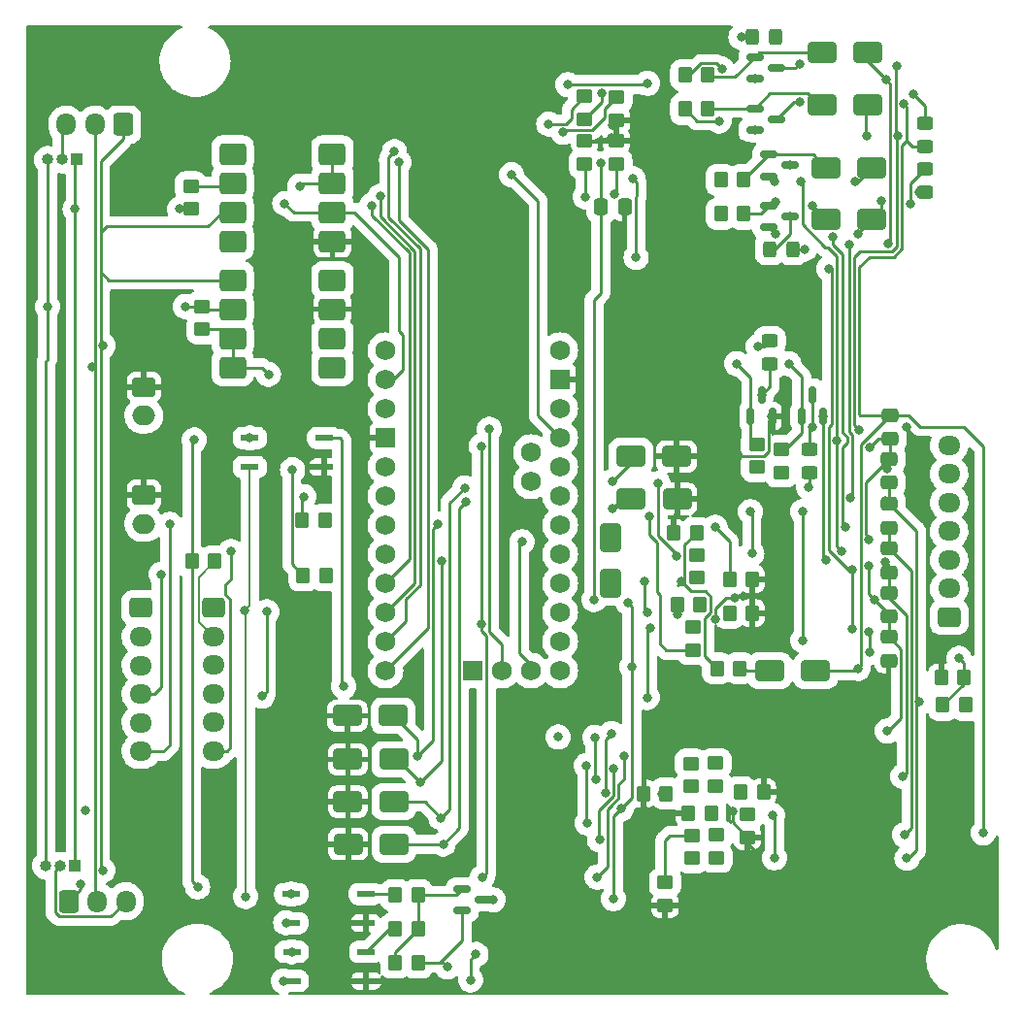
<source format=gbr>
%TF.GenerationSoftware,KiCad,Pcbnew,7.0.9*%
%TF.CreationDate,2024-02-15T16:51:20+05:30*%
%TF.ProjectId,BMS OPAMP,424d5320-4f50-4414-9d50-2e6b69636164,rev?*%
%TF.SameCoordinates,Original*%
%TF.FileFunction,Copper,L1,Top*%
%TF.FilePolarity,Positive*%
%FSLAX46Y46*%
G04 Gerber Fmt 4.6, Leading zero omitted, Abs format (unit mm)*
G04 Created by KiCad (PCBNEW 7.0.9) date 2024-02-15 16:51:20*
%MOMM*%
%LPD*%
G01*
G04 APERTURE LIST*
G04 Aperture macros list*
%AMRoundRect*
0 Rectangle with rounded corners*
0 $1 Rounding radius*
0 $2 $3 $4 $5 $6 $7 $8 $9 X,Y pos of 4 corners*
0 Add a 4 corners polygon primitive as box body*
4,1,4,$2,$3,$4,$5,$6,$7,$8,$9,$2,$3,0*
0 Add four circle primitives for the rounded corners*
1,1,$1+$1,$2,$3*
1,1,$1+$1,$4,$5*
1,1,$1+$1,$6,$7*
1,1,$1+$1,$8,$9*
0 Add four rect primitives between the rounded corners*
20,1,$1+$1,$2,$3,$4,$5,0*
20,1,$1+$1,$4,$5,$6,$7,0*
20,1,$1+$1,$6,$7,$8,$9,0*
20,1,$1+$1,$8,$9,$2,$3,0*%
G04 Aperture macros list end*
%TA.AperFunction,SMDPad,CuDef*%
%ADD10RoundRect,0.250000X0.450000X-0.325000X0.450000X0.325000X-0.450000X0.325000X-0.450000X-0.325000X0*%
%TD*%
%TA.AperFunction,SMDPad,CuDef*%
%ADD11RoundRect,0.250000X-0.325000X-0.450000X0.325000X-0.450000X0.325000X0.450000X-0.325000X0.450000X0*%
%TD*%
%TA.AperFunction,SMDPad,CuDef*%
%ADD12RoundRect,0.250000X-0.450000X0.325000X-0.450000X-0.325000X0.450000X-0.325000X0.450000X0.325000X0*%
%TD*%
%TA.AperFunction,SMDPad,CuDef*%
%ADD13RoundRect,0.250000X0.900000X0.675000X-0.900000X0.675000X-0.900000X-0.675000X0.900000X-0.675000X0*%
%TD*%
%TA.AperFunction,SMDPad,CuDef*%
%ADD14RoundRect,0.250000X-0.900000X-0.675000X0.900000X-0.675000X0.900000X0.675000X-0.900000X0.675000X0*%
%TD*%
%TA.AperFunction,SMDPad,CuDef*%
%ADD15RoundRect,0.250000X0.450000X-0.350000X0.450000X0.350000X-0.450000X0.350000X-0.450000X-0.350000X0*%
%TD*%
%TA.AperFunction,SMDPad,CuDef*%
%ADD16RoundRect,0.250000X-0.350000X-0.450000X0.350000X-0.450000X0.350000X0.450000X-0.350000X0.450000X0*%
%TD*%
%TA.AperFunction,SMDPad,CuDef*%
%ADD17RoundRect,0.250000X-0.450000X0.350000X-0.450000X-0.350000X0.450000X-0.350000X0.450000X0.350000X0*%
%TD*%
%TA.AperFunction,ComponentPad*%
%ADD18C,1.727200*%
%TD*%
%TA.AperFunction,ComponentPad*%
%ADD19R,1.727200X1.727200*%
%TD*%
%TA.AperFunction,SMDPad,CuDef*%
%ADD20RoundRect,0.250000X-0.337500X-0.475000X0.337500X-0.475000X0.337500X0.475000X-0.337500X0.475000X0*%
%TD*%
%TA.AperFunction,ComponentPad*%
%ADD21RoundRect,0.250000X-0.725000X0.600000X-0.725000X-0.600000X0.725000X-0.600000X0.725000X0.600000X0*%
%TD*%
%TA.AperFunction,ComponentPad*%
%ADD22O,1.950000X1.700000*%
%TD*%
%TA.AperFunction,SMDPad,CuDef*%
%ADD23RoundRect,0.250000X0.475000X-0.337500X0.475000X0.337500X-0.475000X0.337500X-0.475000X-0.337500X0*%
%TD*%
%TA.AperFunction,SMDPad,CuDef*%
%ADD24RoundRect,0.150000X-0.587500X-0.150000X0.587500X-0.150000X0.587500X0.150000X-0.587500X0.150000X0*%
%TD*%
%TA.AperFunction,SMDPad,CuDef*%
%ADD25RoundRect,0.137500X-0.662500X-0.137500X0.662500X-0.137500X0.662500X0.137500X-0.662500X0.137500X0*%
%TD*%
%TA.AperFunction,ComponentPad*%
%ADD26RoundRect,0.250000X0.600000X0.725000X-0.600000X0.725000X-0.600000X-0.725000X0.600000X-0.725000X0*%
%TD*%
%TA.AperFunction,ComponentPad*%
%ADD27O,1.700000X1.950000*%
%TD*%
%TA.AperFunction,SMDPad,CuDef*%
%ADD28RoundRect,0.250000X-1.000000X-0.650000X1.000000X-0.650000X1.000000X0.650000X-1.000000X0.650000X0*%
%TD*%
%TA.AperFunction,SMDPad,CuDef*%
%ADD29RoundRect,0.250000X1.000000X0.650000X-1.000000X0.650000X-1.000000X-0.650000X1.000000X-0.650000X0*%
%TD*%
%TA.AperFunction,SMDPad,CuDef*%
%ADD30RoundRect,0.250000X0.350000X0.450000X-0.350000X0.450000X-0.350000X-0.450000X0.350000X-0.450000X0*%
%TD*%
%TA.AperFunction,ComponentPad*%
%ADD31RoundRect,0.250000X-0.750000X0.600000X-0.750000X-0.600000X0.750000X-0.600000X0.750000X0.600000X0*%
%TD*%
%TA.AperFunction,ComponentPad*%
%ADD32O,2.000000X1.700000*%
%TD*%
%TA.AperFunction,SMDPad,CuDef*%
%ADD33RoundRect,0.150000X0.150000X-0.587500X0.150000X0.587500X-0.150000X0.587500X-0.150000X-0.587500X0*%
%TD*%
%TA.AperFunction,ComponentPad*%
%ADD34RoundRect,0.250000X0.725000X-0.600000X0.725000X0.600000X-0.725000X0.600000X-0.725000X-0.600000X0*%
%TD*%
%TA.AperFunction,SMDPad,CuDef*%
%ADD35RoundRect,0.250000X0.650000X-1.000000X0.650000X1.000000X-0.650000X1.000000X-0.650000X-1.000000X0*%
%TD*%
%TA.AperFunction,ComponentPad*%
%ADD36RoundRect,0.250000X-0.600000X-0.725000X0.600000X-0.725000X0.600000X0.725000X-0.600000X0.725000X0*%
%TD*%
%TA.AperFunction,ComponentPad*%
%ADD37R,1.000000X1.000000*%
%TD*%
%TA.AperFunction,ComponentPad*%
%ADD38O,1.000000X1.000000*%
%TD*%
%TA.AperFunction,ViaPad*%
%ADD39C,0.800000*%
%TD*%
%TA.AperFunction,Conductor*%
%ADD40C,0.250000*%
%TD*%
%TA.AperFunction,Conductor*%
%ADD41C,0.200000*%
%TD*%
G04 APERTURE END LIST*
D10*
%TO.P,D26,1,K*%
%TO.N,Net-(D26-K)*%
X101000000Y-30525000D03*
%TO.P,D26,2,A*%
%TO.N,B3*%
X101000000Y-28475000D03*
%TD*%
D11*
%TO.P,D25,1,K*%
%TO.N,Net-(D25-K)*%
X87475000Y-35500000D03*
%TO.P,D25,2,A*%
%TO.N,B4*%
X89525000Y-35500000D03*
%TD*%
%TO.P,D24,1,K*%
%TO.N,Net-(D24-K)*%
X85975000Y-17000000D03*
%TO.P,D24,2,A*%
%TO.N,B5*%
X88025000Y-17000000D03*
%TD*%
D12*
%TO.P,D23,1,K*%
%TO.N,Net-(D23-K)*%
X101000000Y-24475000D03*
%TO.P,D23,2,A*%
%TO.N,B6*%
X101000000Y-26525000D03*
%TD*%
%TO.P,D22,1,K*%
%TO.N,Net-(D22-K)*%
X91000000Y-52975000D03*
%TO.P,D22,2,A*%
%TO.N,B2*%
X91000000Y-55025000D03*
%TD*%
D10*
%TO.P,D21,1,K*%
%TO.N,Net-(D21-K)*%
X87500000Y-45525000D03*
%TO.P,D21,2,A*%
%TO.N,B1*%
X87500000Y-43475000D03*
%TD*%
D13*
%TO.P,U7,1,NC*%
%TO.N,unconnected-(U7-NC-Pad1)*%
X49350000Y-45810000D03*
%TO.P,U7,2,A*%
%TO.N,Net-(U7-A)*%
X49350000Y-43270000D03*
%TO.P,U7,3,C*%
%TO.N,B0*%
X49350000Y-40730000D03*
%TO.P,U7,4*%
%TO.N,N/C*%
X49350000Y-38190000D03*
%TO.P,U7,5,GND*%
%TO.N,DIN_GND*%
X40650000Y-38190000D03*
%TO.P,U7,6,VO*%
%TO.N,DOUT*%
X40650000Y-40730000D03*
%TO.P,U7,7,EN*%
%TO.N,DIN_VCC*%
X40650000Y-43270000D03*
%TO.P,U7,8,VCC*%
X40650000Y-45810000D03*
%TD*%
D14*
%TO.P,U6,1,NC*%
%TO.N,unconnected-(U6-NC-Pad1)*%
X40650000Y-27190000D03*
%TO.P,U6,2,A*%
%TO.N,Net-(U6-A)*%
X40650000Y-29730000D03*
%TO.P,U6,3,C*%
%TO.N,DIN_GND*%
X40650000Y-32270000D03*
%TO.P,U6,4*%
%TO.N,N/C*%
X40650000Y-34810000D03*
%TO.P,U6,5,GND*%
%TO.N,B0*%
X49350000Y-34810000D03*
%TO.P,U6,6,VO*%
%TO.N,DRX*%
X49350000Y-32270000D03*
%TO.P,U6,7,EN*%
%TO.N,5V*%
X49350000Y-29730000D03*
%TO.P,U6,8,VCC*%
X49350000Y-27190000D03*
%TD*%
D15*
%TO.P,R13,1*%
%TO.N,B0*%
X78359000Y-92744800D03*
%TO.P,R13,2*%
%TO.N,Net-(U9A--)*%
X78359000Y-90744800D03*
%TD*%
D16*
%TO.P,R1,1*%
%TO.N,Net-(R1-Pad1)*%
X37090600Y-62738000D03*
%TO.P,R1,2*%
%TO.N,CHGDT+*%
X39090600Y-62738000D03*
%TD*%
%TO.P,R60,1*%
%TO.N,Net-(D15-K)*%
X80111000Y-20316400D03*
%TO.P,R60,2*%
%TO.N,Net-(D17-K)*%
X82111000Y-20316400D03*
%TD*%
%TO.P,R7,1*%
%TO.N,Net-(Q1-B)*%
X54803800Y-97746400D03*
%TO.P,R7,2*%
%TO.N,B6*%
X56803800Y-97746400D03*
%TD*%
%TO.P,R44,1*%
%TO.N,D0*%
X83988400Y-64287400D03*
%TO.P,R44,2*%
%TO.N,B0*%
X85988400Y-64287400D03*
%TD*%
D15*
%TO.P,R4,1*%
%TO.N,DIN_VCC*%
X38000000Y-42500000D03*
%TO.P,R4,2*%
%TO.N,DOUT*%
X38000000Y-40500000D03*
%TD*%
D17*
%TO.P,R26,1*%
%TO.N,Net-(U9D--)*%
X82854800Y-86604600D03*
%TO.P,R26,2*%
%TO.N,Net-(R26-Pad2)*%
X82854800Y-88604600D03*
%TD*%
D18*
%TO.P,A1,A0,A0*%
%TO.N,A0*%
X69215000Y-62103000D03*
%TO.P,A1,A1,A1*%
%TO.N,A1*%
X69215000Y-59563000D03*
%TO.P,A1,A2,A2*%
%TO.N,A2*%
X69215000Y-57023000D03*
%TO.P,A1,A3,A3*%
%TO.N,A3*%
X69215000Y-54483000D03*
%TO.P,A1,A4,A4/SDA*%
%TO.N,A4*%
X66675000Y-55753000D03*
%TO.P,A1,A5,A5/SCL*%
%TO.N,A5*%
X66675000Y-53213000D03*
%TO.P,A1,A6,A6*%
%TO.N,A6*%
X64135000Y-72263000D03*
%TO.P,A1,A7,A7*%
%TO.N,A7*%
X66675000Y-72263000D03*
%TO.P,A1,D0,D0/RX*%
%TO.N,DRX*%
X53975000Y-46863000D03*
%TO.P,A1,D1,D1/TX*%
%TO.N,DTX*%
X53975000Y-44323000D03*
%TO.P,A1,D2,D2_INT0*%
%TO.N,CHARGEALLOW*%
X53975000Y-54483000D03*
%TO.P,A1,D3,D3_INT1*%
%TO.N,DISCHARGEALLOW*%
X53975000Y-57023000D03*
%TO.P,A1,D4,D4*%
%TO.N,D0*%
X53975000Y-59563000D03*
%TO.P,A1,D5,D5*%
%TO.N,D1*%
X53975000Y-62103000D03*
%TO.P,A1,D6,D6*%
%TO.N,D2*%
X53975000Y-64643000D03*
%TO.P,A1,D7,D7*%
%TO.N,D3*%
X53975000Y-67183000D03*
%TO.P,A1,D8,D8*%
%TO.N,D4*%
X53975000Y-69723000D03*
%TO.P,A1,D9,D9*%
%TO.N,D5*%
X53975000Y-72263000D03*
%TO.P,A1,D10,D10_CS*%
%TO.N,DCHG*%
X69215000Y-72263000D03*
%TO.P,A1,D11,D11_MOSI*%
%TO.N,unconnected-(A1-D11_MOSI-PadD11)*%
X69215000Y-69723000D03*
%TO.P,A1,D12,D12_MISO*%
%TO.N,unconnected-(A1-D12_MISO-PadD12)*%
X69215000Y-67183000D03*
%TO.P,A1,D13,D13_SCK*%
%TO.N,unconnected-(A1-D13_SCK-PadD13)*%
X69215000Y-64643000D03*
D19*
%TO.P,A1,GND1,GND*%
%TO.N,B0*%
X53975000Y-51943000D03*
%TO.P,A1,GND2,GND*%
X69215000Y-46863000D03*
%TO.P,A1,GND3*%
%TO.N,N/C*%
X61595000Y-72263000D03*
D18*
%TO.P,A1,RAW,RAW*%
%TO.N,unconnected-(A1-PadRAW)*%
X69215000Y-44323000D03*
%TO.P,A1,RST1,RESET*%
%TO.N,Net-(A1-RESET-PadRST1)*%
X53975000Y-49403000D03*
%TO.P,A1,RST2,RESET*%
X69215000Y-49403000D03*
%TO.P,A1,Vcc1,Vcc*%
%TO.N,5V*%
X69215000Y-51943000D03*
%TD*%
D20*
%TO.P,C14,1*%
%TO.N,POW*%
X72799700Y-31826200D03*
%TO.P,C14,2*%
%TO.N,B0*%
X74874700Y-31826200D03*
%TD*%
D21*
%TO.P,J1,1,Pin_1*%
%TO.N,CHGDT-*%
X32639000Y-66802000D03*
D22*
%TO.P,J1,2,Pin_2*%
%TO.N,CHGDT+*%
X32639000Y-69302000D03*
%TO.P,J1,3,Pin_3*%
%TO.N,Net-(J1-Pin_3)*%
X32639000Y-71802000D03*
%TO.P,J1,4,Pin_4*%
%TO.N,Net-(J1-Pin_4)*%
X32639000Y-74302000D03*
%TO.P,J1,5,Pin_5*%
%TO.N,Net-(J1-Pin_5)*%
X32639000Y-76802000D03*
%TO.P,J1,6,Pin_6*%
%TO.N,Net-(J1-Pin_6)*%
X32639000Y-79302000D03*
%TD*%
D15*
%TO.P,R53,1*%
%TO.N,D3*%
X71348000Y-28051000D03*
%TO.P,R53,2*%
%TO.N,B0*%
X71348000Y-26051000D03*
%TD*%
D23*
%TO.P,C5,1*%
%TO.N,B1*%
X97891600Y-67534700D03*
%TO.P,C5,2*%
%TO.N,B2*%
X97891600Y-65459700D03*
%TD*%
D15*
%TO.P,R41,1*%
%TO.N,Net-(U10B--)*%
X81102200Y-64169800D03*
%TO.P,R41,2*%
%TO.N,Net-(R41-Pad2)*%
X81102200Y-62169800D03*
%TD*%
D24*
%TO.P,Q7,1,B*%
%TO.N,Net-(D18-K)*%
X86183900Y-23210400D03*
%TO.P,Q7,2,E*%
%TO.N,B5*%
X86183900Y-25110400D03*
%TO.P,Q7,3,C*%
%TO.N,Net-(D23-K)*%
X88058900Y-24160400D03*
%TD*%
D17*
%TO.P,R40,1*%
%TO.N,Net-(U10A--)*%
X80822800Y-68494400D03*
%TO.P,R40,2*%
%TO.N,Net-(R40-Pad2)*%
X80822800Y-70494400D03*
%TD*%
D16*
%TO.P,R11,1*%
%TO.N,CHARGEALLOW*%
X46802800Y-63957200D03*
%TO.P,R11,2*%
%TO.N,Net-(R11-Pad2)*%
X48802800Y-63957200D03*
%TD*%
D17*
%TO.P,R24,1*%
%TO.N,Net-(U9A--)*%
X80721200Y-86630000D03*
%TO.P,R24,2*%
%TO.N,Net-(R24-Pad2)*%
X80721200Y-88630000D03*
%TD*%
D16*
%TO.P,R51,1*%
%TO.N,B0*%
X102444800Y-72847200D03*
%TO.P,R51,2*%
%TO.N,Vref*%
X104444800Y-72847200D03*
%TD*%
D17*
%TO.P,R3,1*%
%TO.N,Net-(U6-A)*%
X37000000Y-30000000D03*
%TO.P,R3,2*%
%TO.N,DIN*%
X37000000Y-32000000D03*
%TD*%
D25*
%TO.P,U1,1*%
%TO.N,Net-(R1-Pad1)*%
X42141000Y-51968400D03*
%TO.P,U1,3*%
%TO.N,CHGDT-*%
X42141000Y-54508400D03*
%TO.P,U1,4*%
%TO.N,B0*%
X48641000Y-54508400D03*
%TO.P,U1,6*%
%TO.N,DCHG*%
X48641000Y-51968400D03*
%TD*%
D26*
%TO.P,J4,1,Pin_1*%
%TO.N,DIN_GND*%
X31115000Y-24638000D03*
D27*
%TO.P,J4,2,Pin_2*%
%TO.N,DIN_VCC*%
X28615000Y-24638000D03*
%TO.P,J4,3,Pin_3*%
%TO.N,Net-(J4-Pin_3)*%
X26115000Y-24638000D03*
%TD*%
D16*
%TO.P,R55,1*%
%TO.N,Net-(D12-K)*%
X83225800Y-32414000D03*
%TO.P,R55,2*%
%TO.N,Net-(D14-K)*%
X85225800Y-32414000D03*
%TD*%
%TO.P,R39,1*%
%TO.N,B0*%
X79111600Y-60248800D03*
%TO.P,R39,2*%
%TO.N,Net-(U10B-+)*%
X81111600Y-60248800D03*
%TD*%
D28*
%TO.P,D14,1,K*%
%TO.N,Net-(D14-K)*%
X92411200Y-32921800D03*
%TO.P,D14,2,A*%
%TO.N,B3*%
X96411200Y-32921800D03*
%TD*%
D29*
%TO.P,D3,1,K*%
%TO.N,A3*%
X54705000Y-83693000D03*
%TO.P,D3,2,A*%
%TO.N,B0*%
X50705000Y-83693000D03*
%TD*%
D15*
%TO.P,R46,1*%
%TO.N,Net-(D7-K)*%
X86381800Y-54517800D03*
%TO.P,R46,2*%
%TO.N,Net-(D9-K)*%
X86381800Y-52517800D03*
%TD*%
D17*
%TO.P,R58,1*%
%TO.N,D4*%
X71348000Y-22148800D03*
%TO.P,R58,2*%
%TO.N,B0*%
X71348000Y-24148800D03*
%TD*%
D24*
%TO.P,Q1,1,B*%
%TO.N,Net-(Q1-B)*%
X60682900Y-91302800D03*
%TO.P,Q1,2,E*%
%TO.N,B6*%
X60682900Y-93202800D03*
%TO.P,Q1,3,C*%
%TO.N,POW*%
X62557900Y-92252800D03*
%TD*%
D29*
%TO.P,D4,1,K*%
%TO.N,A1*%
X54654200Y-76200000D03*
%TO.P,D4,2,A*%
%TO.N,B0*%
X50654200Y-76200000D03*
%TD*%
D30*
%TO.P,R38,1*%
%TO.N,B0*%
X81416400Y-66522600D03*
%TO.P,R38,2*%
%TO.N,Net-(U10A-+)*%
X79416400Y-66522600D03*
%TD*%
%TO.P,R36,1*%
%TO.N,Net-(D20-A)*%
X84896200Y-72059800D03*
%TO.P,R36,2*%
%TO.N,Net-(U10B-+)*%
X82896200Y-72059800D03*
%TD*%
D31*
%TO.P,J7,1,Pin_1*%
%TO.N,B0*%
X32914000Y-47518000D03*
D32*
%TO.P,J7,2,Pin_2*%
%TO.N,A6*%
X32914000Y-50018000D03*
%TD*%
D33*
%TO.P,Q3,1,B*%
%TO.N,Net-(D10-K)*%
X90286800Y-50086500D03*
%TO.P,Q3,2,E*%
%TO.N,B1*%
X92186800Y-50086500D03*
%TO.P,Q3,3,C*%
%TO.N,Net-(D22-K)*%
X91236800Y-48211500D03*
%TD*%
D23*
%TO.P,C4,1*%
%TO.N,B2*%
X97917000Y-63673900D03*
%TO.P,C4,2*%
%TO.N,B3*%
X97917000Y-61598900D03*
%TD*%
D24*
%TO.P,Q4,1,B*%
%TO.N,Net-(D13-K)*%
X87428500Y-27244000D03*
%TO.P,Q4,2,E*%
%TO.N,B2*%
X87428500Y-29144000D03*
%TO.P,Q4,3,C*%
%TO.N,Net-(D26-K)*%
X89303500Y-28194000D03*
%TD*%
D28*
%TO.P,D13,1,K*%
%TO.N,Net-(D13-K)*%
X92411200Y-28371800D03*
%TO.P,D13,2,A*%
%TO.N,B2*%
X96411200Y-28371800D03*
%TD*%
D24*
%TO.P,Q5,1,B*%
%TO.N,Net-(D14-K)*%
X87428500Y-31694000D03*
%TO.P,Q5,2,E*%
%TO.N,B3*%
X87428500Y-33594000D03*
%TO.P,Q5,3,C*%
%TO.N,Net-(D25-K)*%
X89303500Y-32644000D03*
%TD*%
D30*
%TO.P,R21,1*%
%TO.N,B0*%
X86953600Y-82854800D03*
%TO.P,R21,2*%
%TO.N,Net-(U9C-+)*%
X84953600Y-82854800D03*
%TD*%
D16*
%TO.P,R6,1*%
%TO.N,Net-(R6-Pad1)*%
X54803800Y-94796400D03*
%TO.P,R6,2*%
%TO.N,Net-(Q1-B)*%
X56803800Y-94796400D03*
%TD*%
%TO.P,R45,1*%
%TO.N,D1*%
X83988400Y-67237400D03*
%TO.P,R45,2*%
%TO.N,B0*%
X85988400Y-67237400D03*
%TD*%
D15*
%TO.P,R47,1*%
%TO.N,Net-(D8-K)*%
X88500000Y-55000000D03*
%TO.P,R47,2*%
%TO.N,Net-(D10-K)*%
X88500000Y-53000000D03*
%TD*%
D29*
%TO.P,D1,1,K*%
%TO.N,A0*%
X54705000Y-80010000D03*
%TO.P,D1,2,A*%
%TO.N,B0*%
X50705000Y-80010000D03*
%TD*%
D28*
%TO.P,D18,1,K*%
%TO.N,Net-(D18-K)*%
X92055600Y-22914200D03*
%TO.P,D18,2,A*%
%TO.N,B5*%
X96055600Y-22914200D03*
%TD*%
D17*
%TO.P,R59,1*%
%TO.N,D5*%
X74142000Y-22250400D03*
%TO.P,R59,2*%
%TO.N,B0*%
X74142000Y-24250400D03*
%TD*%
D24*
%TO.P,Q6,1,B*%
%TO.N,Net-(D17-K)*%
X86183900Y-18760400D03*
%TO.P,Q6,2,E*%
%TO.N,B4*%
X86183900Y-20660400D03*
%TO.P,Q6,3,C*%
%TO.N,Net-(D24-K)*%
X88058900Y-19710400D03*
%TD*%
D31*
%TO.P,J8,1,Pin_1*%
%TO.N,B0*%
X32914000Y-56968000D03*
D32*
%TO.P,J8,2,Pin_2*%
%TO.N,A7*%
X32914000Y-59468000D03*
%TD*%
D16*
%TO.P,R54,1*%
%TO.N,Net-(D11-K)*%
X83225800Y-29464000D03*
%TO.P,R54,2*%
%TO.N,Net-(D13-K)*%
X85225800Y-29464000D03*
%TD*%
D23*
%TO.P,C1,1*%
%TO.N,B5*%
X98018600Y-52040700D03*
%TO.P,C1,2*%
%TO.N,B6*%
X98018600Y-49965700D03*
%TD*%
%TO.P,C2,1*%
%TO.N,B4*%
X97942400Y-55876100D03*
%TO.P,C2,2*%
%TO.N,B5*%
X97942400Y-53801100D03*
%TD*%
D16*
%TO.P,R23,1*%
%TO.N,B0*%
X76470000Y-82981800D03*
%TO.P,R23,2*%
%TO.N,Net-(U9B-+)*%
X78470000Y-82981800D03*
%TD*%
D28*
%TO.P,D17,1,K*%
%TO.N,Net-(D17-K)*%
X92055600Y-18364200D03*
%TO.P,D17,2,A*%
%TO.N,B4*%
X96055600Y-18364200D03*
%TD*%
D29*
%TO.P,D20,1,K*%
%TO.N,B6*%
X91509600Y-72288400D03*
%TO.P,D20,2,A*%
%TO.N,Net-(D20-A)*%
X87509600Y-72288400D03*
%TD*%
D15*
%TO.P,R22,1*%
%TO.N,B0*%
X85547200Y-86801200D03*
%TO.P,R22,2*%
%TO.N,Net-(U9D-+)*%
X85547200Y-84801200D03*
%TD*%
D28*
%TO.P,D6,1,K*%
%TO.N,A5*%
X75368400Y-53568600D03*
%TO.P,D6,2,A*%
%TO.N,B0*%
X79368400Y-53568600D03*
%TD*%
D16*
%TO.P,R50,1*%
%TO.N,Vref*%
X102606600Y-75260200D03*
%TO.P,R50,2*%
%TO.N,5V*%
X104606600Y-75260200D03*
%TD*%
D23*
%TO.P,C6,1*%
%TO.N,B0*%
X97891600Y-71395500D03*
%TO.P,C6,2*%
%TO.N,B1*%
X97891600Y-69320500D03*
%TD*%
D33*
%TO.P,Q2,1,B*%
%TO.N,Net-(D9-K)*%
X85836800Y-50086500D03*
%TO.P,Q2,2,E*%
%TO.N,B0*%
X87736800Y-50086500D03*
%TO.P,Q2,3,C*%
%TO.N,Net-(D21-K)*%
X86786800Y-48211500D03*
%TD*%
D29*
%TO.P,D2,1,K*%
%TO.N,A2*%
X54730400Y-87401400D03*
%TO.P,D2,2,A*%
%TO.N,B0*%
X50730400Y-87401400D03*
%TD*%
D34*
%TO.P,J9,1,Pin_1*%
%TO.N,Net-(J9-Pin_1)*%
X103148800Y-67603400D03*
D22*
%TO.P,J9,2,Pin_2*%
%TO.N,Net-(J9-Pin_2)*%
X103148800Y-65103400D03*
%TO.P,J9,3,Pin_3*%
%TO.N,Net-(J9-Pin_3)*%
X103148800Y-62603400D03*
%TO.P,J9,4,Pin_4*%
%TO.N,Net-(J9-Pin_4)*%
X103148800Y-60103400D03*
%TO.P,J9,5,Pin_5*%
%TO.N,Net-(J9-Pin_5)*%
X103148800Y-57603400D03*
%TO.P,J9,6,Pin_6*%
%TO.N,Net-(J9-Pin_6)*%
X103148800Y-55103400D03*
%TO.P,J9,7,Pin_7*%
%TO.N,Net-(J9-Pin_7)*%
X103148800Y-52603400D03*
%TD*%
D25*
%TO.P,U2,1*%
%TO.N,Net-(R1-Pad1)*%
X45772000Y-91744800D03*
%TO.P,U2,3*%
%TO.N,CHGDT-*%
X45772000Y-94284800D03*
%TO.P,U2,4*%
%TO.N,B0*%
X52272000Y-94284800D03*
%TO.P,U2,6*%
%TO.N,Net-(R5-Pad1)*%
X52272000Y-91744800D03*
%TD*%
D16*
%TO.P,R20,1*%
%TO.N,B0*%
X80391000Y-84709000D03*
%TO.P,R20,2*%
%TO.N,Net-(U9A-+)*%
X82391000Y-84709000D03*
%TD*%
D15*
%TO.P,R27,1*%
%TO.N,Net-(U9B--)*%
X80619600Y-82356200D03*
%TO.P,R27,2*%
%TO.N,Net-(R27-Pad2)*%
X80619600Y-80356200D03*
%TD*%
%TO.P,R25,1*%
%TO.N,Net-(U9C--)*%
X82778600Y-82330800D03*
%TO.P,R25,2*%
%TO.N,Net-(R25-Pad2)*%
X82778600Y-80330800D03*
%TD*%
D35*
%TO.P,D19,1,K*%
%TO.N,B5*%
X73634600Y-64661800D03*
%TO.P,D19,2,A*%
%TO.N,Net-(D19-A)*%
X73634600Y-60661800D03*
%TD*%
D25*
%TO.P,U4,1*%
%TO.N,Net-(R2-Pad1)*%
X45797400Y-96799400D03*
%TO.P,U4,3*%
%TO.N,DIN_GND*%
X45797400Y-99339400D03*
%TO.P,U4,4*%
%TO.N,B0*%
X52297400Y-99339400D03*
%TO.P,U4,6*%
%TO.N,Net-(R6-Pad1)*%
X52297400Y-96799400D03*
%TD*%
D15*
%TO.P,R52,1*%
%TO.N,D2*%
X74116600Y-28051000D03*
%TO.P,R52,2*%
%TO.N,B0*%
X74116600Y-26051000D03*
%TD*%
D23*
%TO.P,C3,1*%
%TO.N,B3*%
X97942400Y-59787700D03*
%TO.P,C3,2*%
%TO.N,B4*%
X97942400Y-57712700D03*
%TD*%
D36*
%TO.P,J3,1,Pin_1*%
%TO.N,DIN_GND*%
X26329000Y-92384000D03*
D27*
%TO.P,J3,2,Pin_2*%
%TO.N,DIN_VCC*%
X28829000Y-92384000D03*
%TO.P,J3,3,Pin_3*%
%TO.N,Net-(J3-Pin_3)*%
X31329000Y-92384000D03*
%TD*%
D16*
%TO.P,R5,1*%
%TO.N,Net-(R5-Pad1)*%
X54803800Y-91846400D03*
%TO.P,R5,2*%
%TO.N,Net-(Q1-B)*%
X56803800Y-91846400D03*
%TD*%
%TO.P,R61,1*%
%TO.N,Net-(D16-K)*%
X80111000Y-23266400D03*
%TO.P,R61,2*%
%TO.N,Net-(D18-K)*%
X82111000Y-23266400D03*
%TD*%
D30*
%TO.P,R10,1*%
%TO.N,Net-(R10-Pad1)*%
X48726600Y-59131200D03*
%TO.P,R10,2*%
%TO.N,DISCHARGEALLOW*%
X46726600Y-59131200D03*
%TD*%
D28*
%TO.P,D5,1,K*%
%TO.N,A4*%
X75419200Y-57277000D03*
%TO.P,D5,2,A*%
%TO.N,B0*%
X79419200Y-57277000D03*
%TD*%
D37*
%TO.P,J6,1,Pin_1*%
%TO.N,DIN*%
X26908000Y-89281000D03*
D38*
%TO.P,J6,2,Pin_2*%
%TO.N,Net-(J3-Pin_3)*%
X25638000Y-89281000D03*
%TO.P,J6,3,Pin_3*%
%TO.N,DOUT*%
X24368000Y-89281000D03*
%TD*%
D21*
%TO.P,J2,1,Pin_1*%
%TO.N,CHGDT-*%
X38972000Y-66775000D03*
D22*
%TO.P,J2,2,Pin_2*%
%TO.N,CHGDT+*%
X38972000Y-69275000D03*
%TO.P,J2,3,Pin_3*%
%TO.N,Net-(J1-Pin_3)*%
X38972000Y-71775000D03*
%TO.P,J2,4,Pin_4*%
%TO.N,Net-(J2-Pin_4)*%
X38972000Y-74275000D03*
%TO.P,J2,5,Pin_5*%
%TO.N,Net-(J1-Pin_5)*%
X38972000Y-76775000D03*
%TO.P,J2,6,Pin_6*%
%TO.N,Net-(J2-Pin_6)*%
X38972000Y-79275000D03*
%TD*%
D37*
%TO.P,J5,1,Pin_1*%
%TO.N,DIN*%
X27051000Y-27686000D03*
D38*
%TO.P,J5,2,Pin_2*%
%TO.N,Net-(J4-Pin_3)*%
X25781000Y-27686000D03*
%TO.P,J5,3,Pin_3*%
%TO.N,DOUT*%
X24511000Y-27686000D03*
%TD*%
D39*
%TO.N,B4*%
X90500000Y-35500000D03*
%TO.N,Net-(D24-K)*%
X85000000Y-17000000D03*
%TO.N,B5*%
X88025000Y-17000000D03*
%TO.N,Net-(D23-K)*%
X100000000Y-22000000D03*
%TO.N,B3*%
X99739700Y-31500000D03*
%TO.N,Net-(D26-K)*%
X100500000Y-30500000D03*
%TO.N,B2*%
X90907201Y-56244100D03*
%TO.N,B1*%
X86500000Y-44000000D03*
%TO.N,B0*%
X102000000Y-70000000D03*
%TO.N,DOUT*%
X24511000Y-40500000D03*
X36500000Y-40500000D03*
%TO.N,Net-(U7-A)*%
X49350000Y-43270000D03*
%TO.N,DIN_VCC*%
X43764200Y-46401900D03*
%TO.N,DIN*%
X26908000Y-32000000D03*
X36000000Y-32000000D03*
%TO.N,DRX*%
X45198620Y-31499905D03*
%TO.N,5V*%
X65000000Y-29000000D03*
%TO.N,B0*%
X46500000Y-34000000D03*
%TO.N,5V*%
X46500000Y-30000000D03*
%TO.N,A0*%
X56997600Y-82016600D03*
X58863900Y-62661800D03*
%TO.N,A1*%
X58572400Y-59512200D03*
X56769000Y-79705200D03*
%TO.N,A2*%
X60985400Y-57531000D03*
X59004200Y-87401400D03*
%TO.N,A3*%
X58826400Y-85115400D03*
X60883800Y-56311800D03*
%TO.N,A4*%
X73803000Y-58089800D03*
%TO.N,A5*%
X73777600Y-55753000D03*
%TO.N,A6*%
X63042800Y-51206400D03*
%TO.N,A7*%
X65887600Y-61010800D03*
%TO.N,CHARGEALLOW*%
X45872400Y-54737000D03*
%TO.N,DISCHARGEALLOW*%
X46863000Y-57099200D03*
%TO.N,D0*%
X82727800Y-59758500D03*
X83988400Y-64424900D03*
%TO.N,D1*%
X83988400Y-67237400D03*
%TO.N,D2*%
X74015000Y-28027400D03*
X52755800Y-31673800D03*
X73986159Y-30699889D03*
%TO.N,D3*%
X53531000Y-30886400D03*
X71398800Y-30923900D03*
X71551200Y-28051000D03*
%TO.N,D4*%
X71348000Y-22148800D03*
X54756266Y-26992865D03*
X68223800Y-24573900D03*
%TO.N,DCHG*%
X50342800Y-73634600D03*
%TO.N,D5*%
X74142000Y-22250400D03*
X69480500Y-25298400D03*
X55142800Y-27914600D03*
%TO.N,B0*%
X99390200Y-51028600D03*
X81559400Y-66344800D03*
X25654000Y-84836000D03*
X87657900Y-50086500D03*
X73710200Y-25755600D03*
X84429260Y-65941570D03*
X97891600Y-71395500D03*
X84247700Y-84505800D03*
X89255600Y-84658200D03*
X86360000Y-88163400D03*
X27787600Y-84480400D03*
X73811800Y-24663400D03*
X87628682Y-80218741D03*
X65024000Y-51485800D03*
X65405000Y-46863000D03*
X78359000Y-92744800D03*
X82794362Y-67789337D03*
X71551200Y-26136600D03*
X72821200Y-21859500D03*
X81813400Y-95986600D03*
%TO.N,5V*%
X62318300Y-52667500D03*
X104606600Y-75260200D03*
X61391800Y-99237800D03*
X62318300Y-68173600D03*
X62407800Y-90297000D03*
X61875200Y-97022000D03*
%TO.N,B5*%
X86183900Y-25110400D03*
X96152300Y-60807600D03*
X96202699Y-52806199D03*
X95275400Y-51257200D03*
X73698751Y-64597648D03*
X98710700Y-25591600D03*
X97707517Y-54689100D03*
X98576800Y-19507200D03*
X95986000Y-25591600D03*
%TO.N,B6*%
X98018600Y-49965700D03*
X59359800Y-98120200D03*
X99211800Y-22834600D03*
X106146600Y-86410800D03*
X95224600Y-72059800D03*
%TO.N,B4*%
X94544900Y-57226200D03*
X86183900Y-20660400D03*
X97611600Y-20726400D03*
X97534800Y-57429400D03*
X99466400Y-88646000D03*
X97840200Y-34975800D03*
X100566100Y-75006200D03*
X94437200Y-35057238D03*
%TO.N,B3*%
X97534800Y-59969400D03*
X95186200Y-34146800D03*
X97194251Y-31319063D03*
X99237800Y-86588600D03*
X87985000Y-34163000D03*
X94094900Y-59758500D03*
X93021472Y-34421300D03*
%TO.N,B2*%
X97568743Y-62785900D03*
X87881300Y-29596800D03*
X93370400Y-52197000D03*
X94944600Y-29596800D03*
X90220200Y-29596800D03*
X93726000Y-61823600D03*
X99117100Y-81483200D03*
%TO.N,B1*%
X69043800Y-78054200D03*
X96606413Y-66065422D03*
X92186800Y-50086500D03*
X97764600Y-77520800D03*
X92405200Y-62611000D03*
X96152300Y-63144400D03*
%TO.N,DIN_VCC*%
X28409300Y-45784100D03*
%TO.N,DIN_GND*%
X29339500Y-43916600D03*
X27381200Y-90932000D03*
X45085000Y-99339400D03*
X29339500Y-89687400D03*
%TO.N,POW*%
X73863200Y-92151200D03*
X72745000Y-28027400D03*
X75133200Y-66319400D03*
X63373000Y-92252800D03*
X72161400Y-66065400D03*
X74549000Y-84302600D03*
X75477200Y-71932800D03*
%TO.N,Net-(U9A-+)*%
X71577200Y-85547200D03*
X71513100Y-80543400D03*
X82391000Y-84709000D03*
%TO.N,Net-(U9A--)*%
X80721200Y-86630000D03*
%TO.N,Net-(U9C-+)*%
X84953600Y-82854800D03*
%TO.N,Net-(U9C--)*%
X82778600Y-82330800D03*
%TO.N,Net-(U9D-+)*%
X85670437Y-85004919D03*
X87731600Y-84886800D03*
X87909400Y-88595200D03*
%TO.N,Net-(U9D--)*%
X82854800Y-86604600D03*
%TO.N,Net-(U9B-+)*%
X73710800Y-77753700D03*
X78105000Y-83007200D03*
X73152000Y-82905600D03*
%TO.N,CHGDT-*%
X45288200Y-94259400D03*
X41706800Y-67056000D03*
X41783000Y-91973400D03*
%TO.N,Net-(J1-Pin_4)*%
X34417000Y-63855600D03*
%TO.N,Net-(J1-Pin_6)*%
X35153600Y-59486800D03*
%TO.N,Net-(J2-Pin_4)*%
X43611800Y-67132200D03*
X43205400Y-74498200D03*
%TO.N,Net-(J2-Pin_6)*%
X40487600Y-61874400D03*
%TO.N,Net-(R1-Pad1)*%
X37592000Y-91135200D03*
X42141000Y-51968400D03*
X45772000Y-91744800D03*
X37312600Y-52146200D03*
%TO.N,Net-(R2-Pad1)*%
X45797400Y-96799400D03*
%TO.N,Net-(R10-Pad1)*%
X48726600Y-59131200D03*
%TO.N,Net-(R11-Pad2)*%
X48802800Y-63957200D03*
%TO.N,Net-(U9B--)*%
X80706738Y-82268926D03*
X72237600Y-78079600D03*
X72364600Y-81737200D03*
%TO.N,Net-(R24-Pad2)*%
X80721200Y-88630000D03*
%TO.N,Net-(R25-Pad2)*%
X74752200Y-79742700D03*
X82778600Y-80330800D03*
X72440800Y-90271600D03*
%TO.N,Net-(R26-Pad2)*%
X82854800Y-88604600D03*
%TO.N,Net-(R27-Pad2)*%
X80619600Y-80356200D03*
X72644000Y-87020400D03*
X73876500Y-80822800D03*
%TO.N,Net-(U10A-+)*%
X79476600Y-67335400D03*
X76809600Y-67157600D03*
X76606400Y-64465200D03*
%TO.N,Net-(U10A--)*%
X80822800Y-68494400D03*
X76809600Y-74599800D03*
X77063600Y-68503800D03*
%TO.N,Net-(U10B-+)*%
X79802700Y-64458684D03*
%TO.N,Net-(U10B--)*%
X80924400Y-64119000D03*
%TO.N,Net-(R40-Pad2)*%
X80822800Y-70494400D03*
X77024900Y-58775600D03*
%TO.N,Net-(R41-Pad2)*%
X80924400Y-62119000D03*
X79352700Y-62255400D03*
X77749400Y-55930800D03*
%TO.N,Net-(D7-K)*%
X86381800Y-54517800D03*
%TO.N,Net-(D7-A)*%
X85928200Y-62052200D03*
X85823200Y-58394600D03*
%TO.N,Net-(D8-K)*%
X88500000Y-55000000D03*
%TO.N,Net-(D8-A)*%
X90373200Y-58394600D03*
X90398600Y-69621400D03*
%TO.N,Net-(D9-K)*%
X84607400Y-45472600D03*
%TO.N,Net-(D10-K)*%
X89157400Y-45472600D03*
%TO.N,Net-(D21-K)*%
X86786800Y-48211500D03*
%TO.N,Net-(D22-K)*%
X91236800Y-51054000D03*
%TO.N,Vref*%
X96152300Y-68884800D03*
X104013000Y-71196200D03*
X94703300Y-63449200D03*
X96215200Y-70662800D03*
X75589800Y-29362400D03*
X94703300Y-68605400D03*
X75843800Y-36220400D03*
X92645900Y-37211000D03*
%TO.N,Net-(D11-K)*%
X83225800Y-29464000D03*
%TO.N,Net-(D12-K)*%
X83225800Y-32414000D03*
%TO.N,Net-(D14-K)*%
X87959600Y-31369000D03*
X91185400Y-31696000D03*
%TO.N,Net-(D26-K)*%
X89303500Y-28194000D03*
%TO.N,Net-(D25-K)*%
X89303500Y-32644000D03*
%TO.N,Net-(D15-K)*%
X83305816Y-19766978D03*
%TO.N,Net-(D15-A)*%
X69902400Y-21135000D03*
X76834400Y-21031200D03*
%TO.N,Net-(D16-K)*%
X83074708Y-24310774D03*
%TO.N,Net-(D24-K)*%
X90118000Y-19329400D03*
%TO.N,Net-(D23-K)*%
X90118000Y-22619400D03*
%TO.N,Net-(D19-A)*%
X73634600Y-60661800D03*
%TD*%
D40*
%TO.N,Net-(D23-K)*%
X101000000Y-23000000D02*
X101000000Y-24475000D01*
X100000000Y-22000000D02*
X101000000Y-23000000D01*
X100000000Y-22000000D02*
X100025000Y-22000000D01*
%TO.N,B6*%
X99914400Y-26525000D02*
X99435700Y-26046300D01*
X101000000Y-26525000D02*
X99914400Y-26525000D01*
%TO.N,B0*%
X86951100Y-53568600D02*
X79368400Y-53568600D01*
X87406800Y-53112900D02*
X86951100Y-53568600D01*
X87736800Y-50086500D02*
X87406800Y-50416500D01*
X87406800Y-50416500D02*
X87406800Y-53112900D01*
%TO.N,B4*%
X89525000Y-35500000D02*
X90500000Y-35500000D01*
%TO.N,Net-(D25-K)*%
X89303500Y-34126400D02*
X89303500Y-32644000D01*
X87929900Y-35500000D02*
X89303500Y-34126400D01*
X87475000Y-35500000D02*
X87929900Y-35500000D01*
X87475000Y-35975000D02*
X87500000Y-36000000D01*
X87475000Y-35975000D02*
X87475000Y-35500000D01*
%TO.N,Net-(D24-K)*%
X85000000Y-17000000D02*
X85975000Y-17000000D01*
%TO.N,B6*%
X99460700Y-25525000D02*
X99435700Y-25500000D01*
X99435700Y-25500000D02*
X99435700Y-26046300D01*
X99435700Y-23058500D02*
X99435700Y-25500000D01*
%TO.N,B3*%
X99739700Y-29735300D02*
X99739700Y-31500000D01*
X101000000Y-28475000D02*
X99739700Y-29735300D01*
%TO.N,Net-(D26-K)*%
X100525000Y-30525000D02*
X100500000Y-30500000D01*
X101000000Y-30525000D02*
X100525000Y-30525000D01*
%TO.N,B2*%
X91000000Y-56151301D02*
X90907201Y-56244100D01*
X91000000Y-55025000D02*
X91000000Y-56151301D01*
%TO.N,Net-(D22-K)*%
X91000000Y-52975000D02*
X91000000Y-51290800D01*
X91000000Y-51290800D02*
X91236800Y-51054000D01*
%TO.N,Net-(D10-K)*%
X88849600Y-53000000D02*
X88500000Y-53000000D01*
X90286800Y-51562800D02*
X88849600Y-53000000D01*
X90286800Y-50086500D02*
X90286800Y-51562800D01*
%TO.N,Net-(D21-K)*%
X87500000Y-47498300D02*
X86786800Y-48211500D01*
X87500000Y-45525000D02*
X87500000Y-47498300D01*
%TO.N,B1*%
X86975000Y-44000000D02*
X87500000Y-43475000D01*
X86500000Y-44000000D02*
X86975000Y-44000000D01*
%TO.N,B0*%
X102444800Y-70444800D02*
X102000000Y-70000000D01*
X102444800Y-72847200D02*
X102444800Y-70444800D01*
X77179000Y-84709000D02*
X76470000Y-84000000D01*
X80391000Y-84709000D02*
X77179000Y-84709000D01*
X76470000Y-82981800D02*
X76470000Y-84000000D01*
%TO.N,DIN_GND*%
X29823800Y-38190000D02*
X29133800Y-37500000D01*
X29133800Y-37500000D02*
X29133800Y-89481700D01*
X29133800Y-34000000D02*
X29133800Y-37500000D01*
X40650000Y-38190000D02*
X29823800Y-38190000D01*
%TO.N,DOUT*%
X24511000Y-40500000D02*
X24511000Y-27686000D01*
X38000000Y-40500000D02*
X36500000Y-40500000D01*
X24511000Y-45110400D02*
X24511000Y-40500000D01*
%TO.N,DRX*%
X54637000Y-46863000D02*
X53975000Y-46863000D01*
X55500000Y-46000000D02*
X54637000Y-46863000D01*
X55163600Y-42663600D02*
X55500000Y-43000000D01*
X55500000Y-43000000D02*
X55500000Y-46000000D01*
X55163600Y-36163600D02*
X55163600Y-42663600D01*
X51270000Y-32270000D02*
X55163600Y-36163600D01*
X49350000Y-32270000D02*
X51270000Y-32270000D01*
%TO.N,DIN_VCC*%
X43172300Y-45810000D02*
X43764200Y-46401900D01*
X40650000Y-45810000D02*
X43172300Y-45810000D01*
X40650000Y-43270000D02*
X40650000Y-45810000D01*
X38000000Y-42500000D02*
X39880000Y-42500000D01*
X39880000Y-42500000D02*
X40650000Y-43270000D01*
%TO.N,DOUT*%
X38230000Y-40730000D02*
X38000000Y-40500000D01*
X40650000Y-40730000D02*
X38230000Y-40730000D01*
%TO.N,DIN_GND*%
X29633800Y-33500000D02*
X29133800Y-34000000D01*
X39730000Y-32270000D02*
X38500000Y-33500000D01*
X40650000Y-32270000D02*
X39730000Y-32270000D01*
X29133800Y-27813000D02*
X29133800Y-34000000D01*
X38500000Y-33500000D02*
X29633800Y-33500000D01*
%TO.N,DIN*%
X26908000Y-32000000D02*
X26908000Y-27829000D01*
X37000000Y-32000000D02*
X36000000Y-32000000D01*
X26908000Y-39217600D02*
X26908000Y-32000000D01*
%TO.N,Net-(U6-A)*%
X40380000Y-30000000D02*
X40650000Y-29730000D01*
X37000000Y-30000000D02*
X40380000Y-30000000D01*
%TO.N,DRX*%
X45968715Y-32270000D02*
X45198620Y-31499905D01*
X49350000Y-32270000D02*
X45968715Y-32270000D01*
%TO.N,5V*%
X67284600Y-31284600D02*
X65000000Y-29000000D01*
X67284600Y-38252400D02*
X67284600Y-31284600D01*
X49350000Y-27190000D02*
X49350000Y-29730000D01*
%TO.N,B0*%
X47310000Y-34810000D02*
X46500000Y-34000000D01*
X49350000Y-34810000D02*
X47310000Y-34810000D01*
%TO.N,5V*%
X46770000Y-29730000D02*
X46500000Y-30000000D01*
X49350000Y-29730000D02*
X46770000Y-29730000D01*
%TO.N,A0*%
X54991000Y-80010000D02*
X54705000Y-80010000D01*
X56997600Y-82016600D02*
X54991000Y-80010000D01*
X58863900Y-80150300D02*
X58863900Y-62661800D01*
X56997600Y-82016600D02*
X58863900Y-80150300D01*
%TO.N,A1*%
X58138900Y-59945700D02*
X58572400Y-59512200D01*
X58138900Y-78335300D02*
X58138900Y-59945700D01*
X56769000Y-79705200D02*
X56769000Y-78314800D01*
X56769000Y-78314800D02*
X54654200Y-76200000D01*
X56769000Y-79705200D02*
X58138900Y-78335300D01*
%TO.N,A2*%
X59004200Y-87401400D02*
X60406400Y-85999200D01*
X60406400Y-58110000D02*
X60985400Y-57531000D01*
X60406400Y-85999200D02*
X60406400Y-58110000D01*
X59004200Y-87401400D02*
X54730400Y-87401400D01*
%TO.N,A3*%
X59588400Y-84150200D02*
X59588400Y-57607200D01*
X58826400Y-85115400D02*
X59588400Y-84353400D01*
X59588400Y-57607200D02*
X60883800Y-56311800D01*
X59588400Y-84353400D02*
X59588400Y-84150200D01*
X58826400Y-85115400D02*
X57404000Y-83693000D01*
X57404000Y-83693000D02*
X54705000Y-83693000D01*
%TO.N,A4*%
X74615800Y-57277000D02*
X73803000Y-58089800D01*
X75419200Y-57277000D02*
X74615800Y-57277000D01*
%TO.N,A5*%
X75368400Y-54162200D02*
X73777600Y-55753000D01*
X75368400Y-53568600D02*
X75368400Y-54162200D01*
%TO.N,A6*%
X64135000Y-69951600D02*
X64135000Y-72263000D01*
X63042800Y-68859400D02*
X64135000Y-69951600D01*
X63042800Y-51206400D02*
X63042800Y-68859400D01*
%TO.N,A7*%
X65659000Y-70764400D02*
X66675000Y-71780400D01*
X66675000Y-71780400D02*
X66675000Y-72263000D01*
X65887600Y-61010800D02*
X65659000Y-61239400D01*
X65659000Y-61239400D02*
X65659000Y-70764400D01*
%TO.N,CHARGEALLOW*%
X45801600Y-54807800D02*
X45872400Y-54737000D01*
X46802800Y-63957200D02*
X45801600Y-62956000D01*
X45801600Y-62956000D02*
X45801600Y-54807800D01*
%TO.N,DISCHARGEALLOW*%
X46726600Y-57235600D02*
X46863000Y-57099200D01*
X46726600Y-59131200D02*
X46726600Y-57235600D01*
%TO.N,D0*%
X82727800Y-59758500D02*
X83988400Y-61019100D01*
X83988400Y-61019100D02*
X83988400Y-64287400D01*
%TO.N,D2*%
X52755800Y-31673800D02*
X52806000Y-31648400D01*
X53975000Y-64643000D02*
X56057800Y-62560200D01*
X52806000Y-32562200D02*
X52755800Y-31673800D01*
X56057800Y-35814000D02*
X52806000Y-32562200D01*
X74116600Y-30569448D02*
X74116600Y-28051000D01*
X56057800Y-62560200D02*
X56057800Y-35814000D01*
X74015000Y-28051000D02*
X74015000Y-28027400D01*
X73986159Y-30699889D02*
X74116600Y-30569448D01*
%TO.N,D3*%
X56540400Y-35660204D02*
X53531000Y-32650804D01*
X53975000Y-67183000D02*
X56540400Y-64617600D01*
X71398800Y-30923900D02*
X71398800Y-28203400D01*
X53531000Y-32650804D02*
X53531000Y-32131000D01*
X56540400Y-64617600D02*
X56540400Y-35660204D01*
X71398800Y-28203400D02*
X71551200Y-28051000D01*
X53531000Y-30886400D02*
X53531000Y-32131000D01*
%TO.N,D4*%
X56990400Y-35425800D02*
X54256000Y-32691400D01*
X69684900Y-24573900D02*
X70205000Y-24053800D01*
X54256000Y-27493131D02*
X54756266Y-26992865D01*
X55753000Y-66041396D02*
X56990400Y-64803996D01*
X56990400Y-64803996D02*
X56990400Y-35425800D01*
X70205000Y-23291800D02*
X71348000Y-22148800D01*
X54256000Y-27713600D02*
X54256000Y-27493131D01*
X53975000Y-69723000D02*
X55753000Y-67945000D01*
X68223800Y-24573900D02*
X69684900Y-24573900D01*
X54256000Y-32691400D02*
X54256000Y-27713600D01*
X70205000Y-24053800D02*
X70205000Y-23291800D01*
X55753000Y-67945000D02*
X55753000Y-66041396D01*
X54256000Y-27713600D02*
X54228400Y-27686000D01*
%TO.N,DCHG*%
X49987200Y-51968400D02*
X50165000Y-52146200D01*
X50165000Y-73456800D02*
X50342800Y-73634600D01*
X50165000Y-71678800D02*
X50165000Y-73456800D01*
X48641000Y-51968400D02*
X49987200Y-51968400D01*
X50165000Y-52146200D02*
X50165000Y-71678800D01*
%TO.N,D5*%
X57683400Y-35482404D02*
X55142800Y-32941804D01*
X71994000Y-25126000D02*
X73117000Y-24003000D01*
X57683400Y-68554600D02*
X57683400Y-35482404D01*
X69480500Y-25298400D02*
X69652900Y-25126000D01*
X55142800Y-32941804D02*
X55142800Y-32842200D01*
X73117000Y-23275400D02*
X74142000Y-22250400D01*
X73117000Y-24003000D02*
X73117000Y-23275400D01*
X53975000Y-72263000D02*
X57683400Y-68554600D01*
X69652900Y-25126000D02*
X71994000Y-25126000D01*
X55142800Y-32842200D02*
X55142800Y-27914600D01*
%TO.N,B0*%
X82794362Y-66811338D02*
X83664130Y-65941570D01*
X84247700Y-85501700D02*
X85547200Y-86801200D01*
X74142000Y-24250400D02*
X75774200Y-24250400D01*
X80391000Y-84709000D02*
X79146400Y-84709000D01*
X79419200Y-58407800D02*
X79419200Y-57277000D01*
X79111600Y-58715400D02*
X79095600Y-58699400D01*
X85547200Y-87350600D02*
X86360000Y-88163400D01*
X83664130Y-65941570D02*
X84429260Y-65941570D01*
X74874700Y-31826200D02*
X74874700Y-32871500D01*
X85547200Y-86801200D02*
X85547200Y-87350600D01*
X84247700Y-84505800D02*
X84247700Y-85501700D01*
X79111600Y-60248800D02*
X79111600Y-58715400D01*
X82794362Y-67789337D02*
X82794362Y-66811338D01*
X79146400Y-84709000D02*
X79044800Y-84810600D01*
X65405000Y-51104800D02*
X65405000Y-46863000D01*
X71348000Y-24148800D02*
X72821200Y-22675600D01*
X65024000Y-51485800D02*
X65405000Y-51104800D01*
X79111600Y-58715400D02*
X79419200Y-58407800D01*
X72821200Y-22675600D02*
X72821200Y-21859500D01*
X75774200Y-24250400D02*
X75818400Y-24206200D01*
X74874700Y-32871500D02*
X74396000Y-33350200D01*
%TO.N,5V*%
X62783600Y-71983600D02*
X62783600Y-69236596D01*
X62733600Y-89971200D02*
X62407800Y-90297000D01*
X62318300Y-68173600D02*
X62318300Y-52667500D01*
X62783600Y-89921200D02*
X62783600Y-71983600D01*
X67284600Y-50012600D02*
X69215000Y-51943000D01*
X62407800Y-90297000D02*
X62783600Y-89921200D01*
X61391800Y-97505400D02*
X61875200Y-97022000D01*
X62318300Y-68771296D02*
X62318300Y-68173600D01*
X61391800Y-99237800D02*
X61391800Y-97505400D01*
X62783600Y-69236596D02*
X62318300Y-68771296D01*
X67284600Y-38252400D02*
X67284600Y-50012600D01*
%TO.N,B5*%
X98486800Y-25367700D02*
X98710700Y-25591600D01*
X96202699Y-52806199D02*
X96968198Y-52040700D01*
X98018600Y-53724900D02*
X97942400Y-53801100D01*
X95326200Y-35700800D02*
X98140505Y-35700800D01*
X96152300Y-60807600D02*
X96152300Y-60646687D01*
X97942400Y-53801100D02*
X95881413Y-55862087D01*
X95881413Y-55862087D02*
X95881413Y-60375800D01*
X98018600Y-52040700D02*
X98018600Y-53724900D01*
X97942400Y-53801100D02*
X97942400Y-54454217D01*
X98565200Y-25591600D02*
X98710700Y-25591600D01*
X97942400Y-54454217D02*
X97707517Y-54689100D01*
X96968198Y-52040700D02*
X98018600Y-52040700D01*
X98486800Y-19597200D02*
X98486800Y-25367700D01*
X95275400Y-51257200D02*
X94870396Y-50852196D01*
X98576800Y-19507200D02*
X98486800Y-19597200D01*
X98140505Y-35700800D02*
X98565200Y-35276105D01*
X95852400Y-22914200D02*
X95852400Y-25458000D01*
X96152300Y-60646687D02*
X95881413Y-60375800D01*
X98565200Y-25591600D02*
X98500600Y-25527000D01*
X95852400Y-25458000D02*
X95986000Y-25591600D01*
X94870396Y-36156604D02*
X95326200Y-35700800D01*
X94870396Y-50852196D02*
X94870396Y-36156604D01*
X98565200Y-35276105D02*
X98565200Y-25591600D01*
%TO.N,B6*%
X57937400Y-97746400D02*
X58701505Y-97746400D01*
X106146600Y-86410800D02*
X106146600Y-52731000D01*
X91509600Y-72288400D02*
X94996000Y-72288400D01*
X94996000Y-72288400D02*
X95224600Y-72059800D01*
X98291297Y-36186404D02*
X99015200Y-35462501D01*
X96189800Y-36186404D02*
X98291297Y-36186404D01*
X57937400Y-97746400D02*
X58986000Y-97746400D01*
X98018600Y-49965700D02*
X95427800Y-52556500D01*
X99015200Y-35462501D02*
X99015200Y-26466800D01*
X100634800Y-50977800D02*
X99622700Y-49965700D01*
X56803800Y-97746400D02*
X57937400Y-97746400D01*
X104393400Y-50977800D02*
X100634800Y-50977800D01*
X99435700Y-26046300D02*
X99015200Y-26466800D01*
X60682900Y-95765005D02*
X60682900Y-93202800D01*
X99622700Y-49965700D02*
X98018600Y-49965700D01*
X95427800Y-52556500D02*
X95427800Y-71856600D01*
X58701505Y-97746400D02*
X60682900Y-95765005D01*
X106146600Y-52731000D02*
X104393400Y-50977800D01*
X95400496Y-49965700D02*
X95320396Y-49885600D01*
X98018600Y-49965700D02*
X95400496Y-49965700D01*
X58986000Y-97746400D02*
X59359800Y-98120200D01*
X95224600Y-72059800D02*
X95427800Y-71856600D01*
X95320396Y-37055808D02*
X96189800Y-36186404D01*
X99211800Y-22834600D02*
X99435700Y-23058500D01*
X95320396Y-49885600D02*
X95320396Y-37055808D01*
%TO.N,B4*%
X94420396Y-35074042D02*
X94437200Y-35057238D01*
X97818100Y-57712700D02*
X97534800Y-57429400D01*
X99466400Y-88646000D02*
X99605800Y-88646000D01*
X99605800Y-88646000D02*
X100291600Y-87960200D01*
X97942400Y-57712700D02*
X97818100Y-57712700D01*
X97840200Y-34975800D02*
X97986200Y-34829800D01*
X94684000Y-51713004D02*
X94420396Y-51449400D01*
X94684000Y-57087100D02*
X94684000Y-51713004D01*
X94544900Y-57226200D02*
X94684000Y-57087100D01*
X97942400Y-55876100D02*
X97942400Y-57712700D01*
X95852400Y-18364200D02*
X95852400Y-18967200D01*
X97986200Y-34829800D02*
X97986200Y-26130200D01*
X97942400Y-57712700D02*
X100291600Y-60061900D01*
X97986200Y-26130200D02*
X97986200Y-21101000D01*
X94420396Y-51449400D02*
X94420396Y-35074042D01*
X100291600Y-60061900D02*
X100291600Y-87960200D01*
X97986200Y-21101000D02*
X97611600Y-20726400D01*
X95852400Y-18967200D02*
X97611600Y-20726400D01*
%TO.N,B3*%
X93820400Y-52772305D02*
X94234000Y-52358705D01*
X99841600Y-69672200D02*
X99841600Y-84455000D01*
X93820400Y-35908400D02*
X93021472Y-35109472D01*
X97917000Y-61598900D02*
X99841600Y-63523500D01*
X94094900Y-59758500D02*
X93820400Y-59484000D01*
X93820400Y-51485800D02*
X93820400Y-35908400D01*
X87985000Y-34163000D02*
X87997500Y-34163000D01*
X97716500Y-59787700D02*
X97534800Y-59969400D01*
X87981300Y-34146800D02*
X87985000Y-34150500D01*
X99841600Y-85984800D02*
X99237800Y-86588600D01*
X96411200Y-32921800D02*
X95186200Y-34146800D01*
X93021472Y-35109472D02*
X93021472Y-34421300D01*
X99841600Y-84455000D02*
X99841600Y-85984800D01*
X97194251Y-32138749D02*
X96411200Y-32921800D01*
X97942400Y-59787700D02*
X97942400Y-61573500D01*
X97942400Y-61573500D02*
X97917000Y-61598900D01*
X94234000Y-52358705D02*
X94234000Y-51899400D01*
X87985000Y-34150500D02*
X87985000Y-34163000D01*
X94234000Y-51899400D02*
X93820400Y-51485800D01*
X93820400Y-59484000D02*
X93820400Y-52772305D01*
X97942400Y-59787700D02*
X97716500Y-59787700D01*
X99841600Y-63523500D02*
X99841600Y-69672200D01*
X97194251Y-31319063D02*
X97194251Y-32138749D01*
X87997500Y-34163000D02*
X87428500Y-33594000D01*
%TO.N,B2*%
X97891600Y-65459700D02*
X97772322Y-65340422D01*
X97917000Y-63134157D02*
X97568743Y-62785900D01*
X96411200Y-28371800D02*
X95186200Y-29596800D01*
X90366000Y-32867600D02*
X90366000Y-29742600D01*
X93370400Y-61468000D02*
X93370400Y-52197000D01*
X95186200Y-29596800D02*
X94944600Y-29596800D01*
X93370400Y-36094796D02*
X92607702Y-35332098D01*
X99391600Y-80187800D02*
X99391600Y-81208700D01*
X87881300Y-29596800D02*
X87428500Y-29144000D01*
X92607702Y-35332098D02*
X92351398Y-35332098D01*
X93726000Y-61823600D02*
X93370400Y-61468000D01*
X90366000Y-29742600D02*
X90220200Y-29596800D01*
X99391600Y-67402100D02*
X99391600Y-80187800D01*
X97917000Y-63673900D02*
X97917000Y-65434300D01*
X97329922Y-65340422D02*
X99391600Y-67402100D01*
X93370400Y-52197000D02*
X93370400Y-36094796D01*
X90366000Y-32994908D02*
X90366000Y-32867600D01*
X92351398Y-35332098D02*
X90366000Y-33346700D01*
X90366000Y-33346700D02*
X90366000Y-32867600D01*
X97772322Y-65340422D02*
X97329922Y-65340422D01*
X99391600Y-81208700D02*
X99117100Y-81483200D01*
X97917000Y-65434300D02*
X97891600Y-65459700D01*
X97917000Y-63673900D02*
X97917000Y-63134157D01*
%TO.N,B1*%
X98941600Y-76403200D02*
X97824000Y-77520800D01*
X97891600Y-67350609D02*
X96606413Y-66065422D01*
X97891600Y-69320500D02*
X98941600Y-70370500D01*
X96606413Y-66065422D02*
X96152300Y-65611309D01*
X96152300Y-65611309D02*
X96152300Y-63144400D01*
X92186800Y-62392600D02*
X92186800Y-50086500D01*
X97891600Y-67534700D02*
X97891600Y-69320500D01*
X92405200Y-62611000D02*
X92186800Y-62392600D01*
X97824000Y-77520800D02*
X97764600Y-77520800D01*
X98941600Y-70370500D02*
X98941600Y-76403200D01*
X97891600Y-67534700D02*
X97891600Y-67350609D01*
%TO.N,DIN_VCC*%
X28615000Y-24638000D02*
X28615000Y-92170000D01*
X28615000Y-92170000D02*
X28829000Y-92384000D01*
%TO.N,DIN_GND*%
X31115000Y-25831800D02*
X29133800Y-27813000D01*
X29133800Y-89481700D02*
X29339500Y-89687400D01*
X27381200Y-91331800D02*
X26329000Y-92384000D01*
X45797400Y-99339400D02*
X45085000Y-99339400D01*
X31115000Y-24638000D02*
X31115000Y-25831800D01*
X27381200Y-90932000D02*
X27381200Y-91331800D01*
%TO.N,POW*%
X75477200Y-83374400D02*
X75477200Y-71932800D01*
X74549000Y-84302600D02*
X75477200Y-83374400D01*
X72161400Y-39928800D02*
X72745000Y-39345200D01*
X73863200Y-92151200D02*
X73863200Y-84988400D01*
X75477200Y-66663400D02*
X75133200Y-66319400D01*
X75477200Y-71932800D02*
X75477200Y-66663400D01*
X63322200Y-92308600D02*
X63373000Y-92252800D01*
X73863200Y-84988400D02*
X74549000Y-84302600D01*
X72161400Y-66065400D02*
X72161400Y-39928800D01*
X63373000Y-92252800D02*
X62613700Y-92308600D01*
X62613700Y-92308600D02*
X62557900Y-92252800D01*
X72745000Y-39345200D02*
X72745000Y-28027400D01*
%TO.N,Net-(U9A-+)*%
X71513100Y-80543400D02*
X71513100Y-85483100D01*
X71513100Y-85483100D02*
X71577200Y-85547200D01*
%TO.N,Net-(U9A--)*%
X80721200Y-86630000D02*
X78774800Y-86630000D01*
X78774800Y-86630000D02*
X78359000Y-87045800D01*
X78359000Y-87045800D02*
X78359000Y-90744800D01*
%TO.N,Net-(U9D-+)*%
X87909400Y-88595200D02*
X87909400Y-85064600D01*
X87909400Y-85064600D02*
X87731600Y-84886800D01*
%TO.N,Net-(U9B-+)*%
X73710800Y-77753700D02*
X73152000Y-78312500D01*
X73152000Y-78312500D02*
X73152000Y-82905600D01*
D41*
%TO.N,CHGDT-*%
X41783000Y-91973400D02*
X41783000Y-67132200D01*
X42141000Y-54508400D02*
X42141000Y-66621800D01*
X41783000Y-67132200D02*
X41706800Y-67056000D01*
X45772000Y-94284800D02*
X45313600Y-94284800D01*
X32666000Y-66775000D02*
X32639000Y-66802000D01*
X42141000Y-66621800D02*
X41706800Y-67056000D01*
X45313600Y-94284800D02*
X45288200Y-94259400D01*
%TO.N,CHGDT+*%
X37697000Y-68000000D02*
X38972000Y-69275000D01*
X39090600Y-62738000D02*
X37697000Y-64131600D01*
X38945000Y-69302000D02*
X38972000Y-69275000D01*
X37697000Y-64131600D02*
X37697000Y-68000000D01*
D40*
%TO.N,Net-(J1-Pin_3)*%
X32666000Y-71775000D02*
X32639000Y-71802000D01*
%TO.N,Net-(J1-Pin_4)*%
X34417000Y-73685400D02*
X33800400Y-74302000D01*
X34417000Y-63855600D02*
X34417000Y-73685400D01*
X33800400Y-74302000D02*
X32639000Y-74302000D01*
%TO.N,Net-(J1-Pin_5)*%
X38945000Y-76802000D02*
X38972000Y-76775000D01*
%TO.N,Net-(J1-Pin_6)*%
X35153600Y-59486800D02*
X35153600Y-78765400D01*
X35153600Y-78765400D02*
X34617000Y-79302000D01*
X34617000Y-79302000D02*
X32639000Y-79302000D01*
%TO.N,Net-(J2-Pin_4)*%
X43611800Y-67132200D02*
X43611800Y-74091800D01*
X43611800Y-74091800D02*
X43205400Y-74498200D01*
%TO.N,Net-(J2-Pin_6)*%
X40411400Y-66040000D02*
X40411400Y-78994000D01*
X40487600Y-64280542D02*
X39997000Y-64771142D01*
X39997000Y-64771142D02*
X39997000Y-65625600D01*
X40411400Y-78994000D02*
X40130400Y-79275000D01*
X40130400Y-79275000D02*
X38972000Y-79275000D01*
X40487600Y-61874400D02*
X40487600Y-64280542D01*
X39997000Y-65625600D02*
X40411400Y-66040000D01*
%TO.N,Net-(J3-Pin_3)*%
X25138001Y-93338101D02*
X25500500Y-93700600D01*
X25500500Y-93700600D02*
X30012400Y-93700600D01*
X25138001Y-89780999D02*
X25138001Y-93338101D01*
X30012400Y-93700600D02*
X31329000Y-92384000D01*
X25638000Y-89281000D02*
X25138001Y-89780999D01*
%TO.N,Net-(J4-Pin_3)*%
X25781000Y-27686000D02*
X25781000Y-24972000D01*
X25781000Y-24972000D02*
X26115000Y-24638000D01*
%TO.N,DIN*%
X26908000Y-27829000D02*
X27051000Y-27686000D01*
X26908000Y-89281000D02*
X26908000Y-39217600D01*
%TO.N,DOUT*%
X24485600Y-45135800D02*
X24511000Y-45110400D01*
X24368000Y-45253400D02*
X24368000Y-89281000D01*
X24485600Y-45135800D02*
X24368000Y-45253400D01*
%TO.N,Net-(Q1-B)*%
X60139300Y-91846400D02*
X60682900Y-91302800D01*
X56803800Y-94796400D02*
X56803800Y-91846400D01*
X56803800Y-91846400D02*
X60139300Y-91846400D01*
X54803800Y-97746400D02*
X54803800Y-96796400D01*
X54803800Y-96796400D02*
X56803800Y-94796400D01*
%TO.N,Net-(R1-Pad1)*%
X37090600Y-62738000D02*
X37090600Y-90633800D01*
X37090600Y-62738000D02*
X37090600Y-52368200D01*
X37090600Y-90633800D02*
X37592000Y-91135200D01*
X37090600Y-52368200D02*
X37312600Y-52146200D01*
%TO.N,Net-(R5-Pad1)*%
X54702200Y-91744800D02*
X54803800Y-91846400D01*
X52272000Y-91744800D02*
X54702200Y-91744800D01*
%TO.N,Net-(R6-Pad1)*%
X52297400Y-96799400D02*
X54300400Y-94796400D01*
X54300400Y-94796400D02*
X54803800Y-94796400D01*
%TO.N,Net-(U9B--)*%
X72237600Y-78079600D02*
X72237600Y-81610200D01*
X72237600Y-81610200D02*
X72364600Y-81737200D01*
%TO.N,Net-(R25-Pad2)*%
X74752200Y-79742700D02*
X74752200Y-81737200D01*
X73369000Y-89343400D02*
X72440800Y-90271600D01*
X74326500Y-83392801D02*
X73678050Y-84041250D01*
X73678050Y-84041250D02*
X73583800Y-84135501D01*
X74752200Y-81737200D02*
X74326500Y-82162900D01*
X73369000Y-84350300D02*
X73369000Y-89343400D01*
X73678050Y-84041250D02*
X73369000Y-84350300D01*
X74326500Y-82162900D02*
X74326500Y-83392801D01*
%TO.N,Net-(R27-Pad2)*%
X73876500Y-83206405D02*
X73876500Y-80822800D01*
X72618600Y-84464306D02*
X73876500Y-83206405D01*
X72618600Y-86995000D02*
X72618600Y-84464306D01*
X72644000Y-87020400D02*
X72618600Y-86995000D01*
%TO.N,Net-(U10A-+)*%
X79416400Y-66522600D02*
X79416400Y-67275200D01*
X76606400Y-64465200D02*
X76606400Y-66954400D01*
X79416400Y-67275200D02*
X79476600Y-67335400D01*
X76606400Y-66954400D02*
X76809600Y-67157600D01*
%TO.N,Net-(U10A--)*%
X76809600Y-68757800D02*
X77063600Y-68503800D01*
X76809600Y-74599800D02*
X76809600Y-68757800D01*
%TO.N,Net-(U10B-+)*%
X81305400Y-65354200D02*
X80666500Y-65354200D01*
X82341400Y-65827500D02*
X81868100Y-65354200D01*
X82341400Y-67217700D02*
X82341400Y-65827500D01*
X79476600Y-64795400D02*
X79507100Y-64764900D01*
X81847800Y-71011400D02*
X81847800Y-67711300D01*
X80077200Y-64764900D02*
X80077200Y-61283200D01*
X82896200Y-72059800D02*
X81847800Y-71011400D01*
X80077200Y-61283200D02*
X81111600Y-60248800D01*
X81847800Y-67711300D02*
X82341400Y-67217700D01*
X80666500Y-65354200D02*
X80077200Y-64764900D01*
X81868100Y-65354200D02*
X81305400Y-65354200D01*
X79507100Y-64764900D02*
X80077200Y-64764900D01*
%TO.N,Net-(R40-Pad2)*%
X77901800Y-65633600D02*
X77901800Y-69926200D01*
X77698600Y-61092296D02*
X77698600Y-65430400D01*
X77024900Y-58775600D02*
X77024900Y-60418596D01*
X77698600Y-65430400D02*
X77901800Y-65633600D01*
X77024900Y-60418596D02*
X77698600Y-61092296D01*
X78470000Y-70494400D02*
X80822800Y-70494400D01*
X77901800Y-69926200D02*
X78470000Y-70494400D01*
%TO.N,Net-(R41-Pad2)*%
X79352700Y-62110000D02*
X79352700Y-62255400D01*
X77749400Y-55930800D02*
X77749400Y-60506700D01*
X77749400Y-60506700D02*
X79352700Y-62110000D01*
%TO.N,Net-(D7-A)*%
X85928200Y-58499600D02*
X85823200Y-58394600D01*
X85928200Y-62052200D02*
X85928200Y-58499600D01*
%TO.N,Net-(D8-A)*%
X90398600Y-58420000D02*
X90373200Y-58394600D01*
X90398600Y-69621400D02*
X90398600Y-58420000D01*
%TO.N,Net-(D9-K)*%
X85836800Y-46702000D02*
X84607400Y-45472600D01*
X85836800Y-50086500D02*
X85836800Y-46702000D01*
X85836800Y-50086500D02*
X85836800Y-51972800D01*
X85836800Y-51972800D02*
X86381800Y-52517800D01*
%TO.N,Net-(D10-K)*%
X90286800Y-50086500D02*
X90286800Y-46602000D01*
X90286800Y-46602000D02*
X89157400Y-45472600D01*
%TO.N,Net-(D22-K)*%
X91236800Y-51054000D02*
X91236800Y-48211500D01*
%TO.N,Vref*%
X104444800Y-73422000D02*
X104444800Y-72847200D01*
X75843800Y-30955946D02*
X75919323Y-30880423D01*
X104444800Y-72847200D02*
X104444800Y-71628000D01*
X102606600Y-75260200D02*
X104444800Y-73422000D01*
X92911800Y-37235000D02*
X92887800Y-37211000D01*
X104444800Y-71628000D02*
X104013000Y-71196200D01*
X75843800Y-36220400D02*
X75843800Y-30955946D01*
X92887800Y-37211000D02*
X92645900Y-37211000D01*
X94703300Y-63449200D02*
X94326295Y-63449200D01*
X92645400Y-51042400D02*
X92911800Y-50776000D01*
X96215200Y-68947700D02*
X96152300Y-68884800D01*
X75919323Y-30880423D02*
X75919323Y-29691923D01*
X94703300Y-63449200D02*
X94703300Y-68605400D01*
X92645400Y-61768305D02*
X92645400Y-51042400D01*
X94326295Y-63449200D02*
X92645400Y-61768305D01*
X92911800Y-50776000D02*
X92911800Y-37235000D01*
X96215200Y-70662800D02*
X96215200Y-68947700D01*
X75919323Y-29691923D02*
X75589800Y-29362400D01*
%TO.N,Net-(D13-K)*%
X85225800Y-29464000D02*
X85225800Y-29446700D01*
X92411200Y-28371800D02*
X91283400Y-27244000D01*
X91283400Y-27244000D02*
X87428500Y-27244000D01*
X85225800Y-29446700D02*
X87428500Y-27244000D01*
%TO.N,Net-(D14-K)*%
X91185400Y-31696000D02*
X91183400Y-31694000D01*
X87428500Y-31694000D02*
X87634600Y-31694000D01*
X92411200Y-32921800D02*
X91185400Y-31696000D01*
X87634600Y-31694000D02*
X87959600Y-31369000D01*
X85225800Y-32414000D02*
X86708500Y-32414000D01*
X86708500Y-32414000D02*
X87428500Y-31694000D01*
%TO.N,Net-(D15-K)*%
X82830238Y-19291400D02*
X83305816Y-19766978D01*
X81515900Y-19291400D02*
X82830238Y-19291400D01*
X80490900Y-20316400D02*
X81515900Y-19291400D01*
X80111000Y-20316400D02*
X80490900Y-20316400D01*
%TO.N,Net-(D15-A)*%
X69902400Y-21135000D02*
X76730600Y-21135000D01*
X76730600Y-21135000D02*
X76834400Y-21031200D01*
%TO.N,Net-(D16-K)*%
X81155374Y-24310774D02*
X83074708Y-24310774D01*
X80111000Y-23266400D02*
X81155374Y-24310774D01*
%TO.N,Net-(D17-K)*%
X82286578Y-20491978D02*
X82111000Y-20316400D01*
X86580100Y-18364200D02*
X86183900Y-18760400D01*
X84452322Y-20491978D02*
X82286578Y-20491978D01*
X91852400Y-18364200D02*
X86580100Y-18364200D01*
X86183900Y-18760400D02*
X84452322Y-20491978D01*
%TO.N,Net-(D18-K)*%
X82167000Y-23210400D02*
X82111000Y-23266400D01*
X90832600Y-21894400D02*
X87499900Y-21894400D01*
X87499900Y-21894400D02*
X86183900Y-23210400D01*
X86183900Y-23210400D02*
X82167000Y-23210400D01*
X91852400Y-22914200D02*
X90832600Y-21894400D01*
%TO.N,Net-(D24-K)*%
X89737000Y-19710400D02*
X90118000Y-19329400D01*
X88058900Y-19710400D02*
X89737000Y-19710400D01*
%TO.N,Net-(D23-K)*%
X89599900Y-22619400D02*
X90118000Y-22619400D01*
X88058900Y-24160400D02*
X89599900Y-22619400D01*
%TO.N,Net-(D20-A)*%
X84896200Y-72059800D02*
X85293200Y-72059800D01*
X85293200Y-72059800D02*
X85344000Y-72110600D01*
X87509600Y-72288400D02*
X85124800Y-72288400D01*
X85124800Y-72288400D02*
X84896200Y-72059800D01*
%TD*%
%TA.AperFunction,Conductor*%
%TO.N,B0*%
G36*
X25483233Y-28851632D02*
G01*
X25669757Y-28886500D01*
X25669760Y-28886500D01*
X25892240Y-28886500D01*
X25892243Y-28886500D01*
X25935716Y-28878373D01*
X26005229Y-28885404D01*
X26059908Y-28928901D01*
X26082391Y-28995055D01*
X26082500Y-29000262D01*
X26082500Y-31225428D01*
X26062815Y-31292467D01*
X26057454Y-31300154D01*
X25968328Y-31418175D01*
X25877422Y-31600739D01*
X25877417Y-31600752D01*
X25821602Y-31796917D01*
X25802785Y-31999999D01*
X25802785Y-32000000D01*
X25821602Y-32203082D01*
X25877417Y-32399247D01*
X25877422Y-32399260D01*
X25922279Y-32489344D01*
X25968327Y-32581821D01*
X26057454Y-32699844D01*
X26082146Y-32765204D01*
X26082500Y-32774570D01*
X26082500Y-87993469D01*
X26062815Y-88060508D01*
X26010011Y-88106263D01*
X25940853Y-88116207D01*
X25935715Y-88115358D01*
X25914798Y-88111448D01*
X25749243Y-88080500D01*
X25526757Y-88080500D01*
X25340285Y-88115358D01*
X25270770Y-88108327D01*
X25216091Y-88064829D01*
X25193609Y-87998675D01*
X25193500Y-87993469D01*
X25193500Y-45620688D01*
X25209855Y-45564731D01*
X25207660Y-45563643D01*
X25210424Y-45558068D01*
X25220705Y-45541493D01*
X25222503Y-45538506D01*
X25222505Y-45538501D01*
X25222507Y-45538499D01*
X25255516Y-45467151D01*
X25290432Y-45396750D01*
X25290433Y-45396742D01*
X25291633Y-45393478D01*
X25296792Y-45378829D01*
X25297902Y-45375535D01*
X25314800Y-45298762D01*
X25333765Y-45222505D01*
X25334240Y-45219019D01*
X25336116Y-45203700D01*
X25336498Y-45200184D01*
X25336500Y-45200179D01*
X25336500Y-45121588D01*
X25337630Y-45079866D01*
X25338629Y-45043012D01*
X25338353Y-45039620D01*
X25336500Y-45020124D01*
X25336500Y-41274570D01*
X25356185Y-41207531D01*
X25361538Y-41199853D01*
X25450673Y-41081821D01*
X25541582Y-40899250D01*
X25597397Y-40703083D01*
X25616215Y-40500000D01*
X25597397Y-40296917D01*
X25541582Y-40100750D01*
X25493918Y-40005028D01*
X25450671Y-39918175D01*
X25361546Y-39800154D01*
X25336854Y-39734793D01*
X25336500Y-39725428D01*
X25336500Y-28973530D01*
X25356185Y-28906491D01*
X25408989Y-28860736D01*
X25478147Y-28850792D01*
X25483233Y-28851632D01*
G37*
%TD.AperFunction*%
%TA.AperFunction,Conductor*%
G36*
X83837057Y-83888462D02*
G01*
X83880871Y-83922537D01*
X83928028Y-83980371D01*
X83984650Y-84026540D01*
X84077849Y-84102534D01*
X84098549Y-84113346D01*
X84101737Y-84115012D01*
X84152043Y-84163499D01*
X84168150Y-84231487D01*
X84163541Y-84259027D01*
X84156783Y-84282645D01*
X84156782Y-84282653D01*
X84150723Y-84350816D01*
X84146700Y-84396062D01*
X84146700Y-85206338D01*
X84148675Y-85228551D01*
X84156782Y-85319748D01*
X84156782Y-85319751D01*
X84156783Y-85319752D01*
X84169909Y-85365624D01*
X84200465Y-85472413D01*
X84199982Y-85542281D01*
X84161802Y-85600797D01*
X84098047Y-85629382D01*
X84028959Y-85618961D01*
X83985147Y-85584886D01*
X83980371Y-85579028D01*
X83830547Y-85456863D01*
X83750487Y-85415043D01*
X83700180Y-85366557D01*
X83684073Y-85298569D01*
X83684386Y-85294155D01*
X83685107Y-85286050D01*
X83691500Y-85214138D01*
X83691500Y-84203862D01*
X83681417Y-84090448D01*
X83665554Y-84035009D01*
X83666036Y-83965143D01*
X83704215Y-83906627D01*
X83767969Y-83878041D01*
X83837057Y-83888462D01*
G37*
%TD.AperFunction*%
%TA.AperFunction,Conductor*%
G36*
X36186210Y-16021685D02*
G01*
X36231965Y-16074489D01*
X36241909Y-16143647D01*
X36212884Y-16207203D01*
X36167441Y-16240218D01*
X36131466Y-16255422D01*
X35993166Y-16313868D01*
X35993161Y-16313870D01*
X35684405Y-16488231D01*
X35684402Y-16488233D01*
X35397538Y-16696653D01*
X35136301Y-16936415D01*
X35136300Y-16936416D01*
X34904095Y-17204393D01*
X34703955Y-17497088D01*
X34703948Y-17497099D01*
X34538485Y-17810689D01*
X34538475Y-17810711D01*
X34409829Y-18141133D01*
X34319690Y-18484060D01*
X34269228Y-18835033D01*
X34269226Y-18835053D01*
X34259100Y-19189471D01*
X34259100Y-19189478D01*
X34289444Y-19542761D01*
X34289447Y-19542783D01*
X34359859Y-19890279D01*
X34359865Y-19890301D01*
X34469438Y-20227529D01*
X34616733Y-20550061D01*
X34616738Y-20550071D01*
X34799834Y-20853701D01*
X34799838Y-20853706D01*
X34799843Y-20853715D01*
X34799848Y-20853721D01*
X35016363Y-21134504D01*
X35016375Y-21134518D01*
X35214208Y-21338082D01*
X35263495Y-21388797D01*
X35537995Y-21613255D01*
X35592276Y-21648139D01*
X35836275Y-21804950D01*
X35836281Y-21804953D01*
X35836283Y-21804954D01*
X35836291Y-21804959D01*
X36154496Y-21961409D01*
X36488461Y-22080568D01*
X36833832Y-22160880D01*
X37120353Y-22193755D01*
X37186105Y-22201300D01*
X37186107Y-22201300D01*
X37451978Y-22201300D01*
X37540453Y-22196240D01*
X37717408Y-22186122D01*
X38066800Y-22125657D01*
X38407023Y-22025759D01*
X38733641Y-21887729D01*
X39042395Y-21713368D01*
X39329261Y-21504947D01*
X39590499Y-21265185D01*
X39822704Y-20997207D01*
X40022848Y-20704506D01*
X40188321Y-20390898D01*
X40316968Y-20060472D01*
X40321863Y-20041852D01*
X40407109Y-19717539D01*
X40407110Y-19717536D01*
X40457573Y-19366559D01*
X40464961Y-19107950D01*
X40467699Y-19012128D01*
X40467699Y-19012117D01*
X40457479Y-18893129D01*
X40437355Y-18658832D01*
X40433957Y-18642061D01*
X40366940Y-18311320D01*
X40366934Y-18311298D01*
X40311642Y-18141128D01*
X40257364Y-17974077D01*
X40182757Y-17810711D01*
X40110066Y-17651538D01*
X40110061Y-17651528D01*
X39926965Y-17347898D01*
X39926963Y-17347896D01*
X39926957Y-17347885D01*
X39804013Y-17188449D01*
X39710436Y-17067095D01*
X39710424Y-17067081D01*
X39463313Y-16812811D01*
X39463310Y-16812808D01*
X39463305Y-16812803D01*
X39188805Y-16588345D01*
X39188802Y-16588343D01*
X38890524Y-16396649D01*
X38890518Y-16396646D01*
X38890512Y-16396643D01*
X38890509Y-16396641D01*
X38572304Y-16240191D01*
X38572296Y-16240188D01*
X38569125Y-16238629D01*
X38569496Y-16237873D01*
X38518275Y-16195981D01*
X38496690Y-16129529D01*
X38514459Y-16061957D01*
X38565939Y-16014717D01*
X38620640Y-16002000D01*
X84141145Y-16002000D01*
X84208184Y-16021685D01*
X84253939Y-16074489D01*
X84263883Y-16143647D01*
X84234858Y-16207203D01*
X84224690Y-16217630D01*
X84201656Y-16238629D01*
X84183235Y-16255422D01*
X84060327Y-16418178D01*
X83969422Y-16600739D01*
X83969417Y-16600752D01*
X83913602Y-16796917D01*
X83894785Y-16999999D01*
X83894785Y-17000000D01*
X83913602Y-17203082D01*
X83969417Y-17399247D01*
X83969422Y-17399260D01*
X84060327Y-17581821D01*
X84183237Y-17744581D01*
X84333958Y-17881980D01*
X84333960Y-17881982D01*
X84433141Y-17943392D01*
X84507363Y-17989348D01*
X84697544Y-18063024D01*
X84738632Y-18070704D01*
X84800912Y-18102372D01*
X84836185Y-18162685D01*
X84833251Y-18232493D01*
X84826935Y-18247686D01*
X84793363Y-18315379D01*
X84748717Y-18494900D01*
X84745900Y-18536445D01*
X84745900Y-18979604D01*
X84726215Y-19046643D01*
X84709581Y-19067285D01*
X84482440Y-19294425D01*
X84421117Y-19327910D01*
X84351425Y-19322926D01*
X84295492Y-19281054D01*
X84283763Y-19262022D01*
X84245489Y-19185157D01*
X84245488Y-19185156D01*
X84245488Y-19185155D01*
X84122578Y-19022396D01*
X83971857Y-18884997D01*
X83971855Y-18884995D01*
X83798458Y-18777633D01*
X83798451Y-18777629D01*
X83703362Y-18740792D01*
X83608272Y-18703954D01*
X83407792Y-18666478D01*
X83407781Y-18666476D01*
X83402698Y-18666005D01*
X83337762Y-18640215D01*
X83336460Y-18639182D01*
X83277452Y-18591750D01*
X83274587Y-18589919D01*
X83261219Y-18581627D01*
X83258337Y-18579893D01*
X83186989Y-18546883D01*
X83116588Y-18511968D01*
X83116583Y-18511966D01*
X83113329Y-18510771D01*
X83098638Y-18505597D01*
X83095377Y-18504499D01*
X83018600Y-18487599D01*
X82942338Y-18468634D01*
X82938906Y-18468166D01*
X82923422Y-18466270D01*
X82920018Y-18465900D01*
X82920017Y-18465900D01*
X82920015Y-18465900D01*
X82841427Y-18465900D01*
X82839457Y-18465846D01*
X82762848Y-18463770D01*
X82759438Y-18464048D01*
X82739963Y-18465900D01*
X81551986Y-18465900D01*
X81546951Y-18465695D01*
X81493418Y-18461335D01*
X81415521Y-18471949D01*
X81337393Y-18480445D01*
X81334187Y-18481151D01*
X81318722Y-18484775D01*
X81315500Y-18485576D01*
X81241719Y-18512682D01*
X81167237Y-18537778D01*
X81164204Y-18539181D01*
X81149955Y-18546009D01*
X81146958Y-18547496D01*
X81080729Y-18589828D01*
X81013380Y-18630351D01*
X81010685Y-18632400D01*
X80998327Y-18642061D01*
X80995661Y-18644204D01*
X80940099Y-18699766D01*
X80883025Y-18753830D01*
X80880850Y-18756390D01*
X80868350Y-18771514D01*
X80746735Y-18893129D01*
X80685412Y-18926614D01*
X80635721Y-18925021D01*
X80635343Y-18927059D01*
X80629551Y-18925982D01*
X80547974Y-18918730D01*
X80516138Y-18915900D01*
X79705862Y-18915900D01*
X79668826Y-18919192D01*
X79592451Y-18925982D01*
X79406594Y-18979162D01*
X79235250Y-19068665D01*
X79085428Y-19190828D01*
X78963265Y-19340650D01*
X78873762Y-19511994D01*
X78820582Y-19697851D01*
X78818832Y-19717539D01*
X78810500Y-19811262D01*
X78810500Y-20821538D01*
X78813361Y-20853715D01*
X78820582Y-20934948D01*
X78820582Y-20934951D01*
X78820583Y-20934952D01*
X78827296Y-20958413D01*
X78873762Y-21120805D01*
X78935908Y-21239777D01*
X78963266Y-21292151D01*
X78989058Y-21323782D01*
X79085428Y-21441971D01*
X79156113Y-21499607D01*
X79235249Y-21564134D01*
X79329633Y-21613436D01*
X79406594Y-21653637D01*
X79471412Y-21672184D01*
X79530450Y-21709552D01*
X79559913Y-21772906D01*
X79550447Y-21842131D01*
X79505058Y-21895250D01*
X79471412Y-21910616D01*
X79406594Y-21929162D01*
X79235250Y-22018665D01*
X79085428Y-22140828D01*
X78963265Y-22290650D01*
X78873762Y-22461994D01*
X78820582Y-22647851D01*
X78817337Y-22684358D01*
X78810949Y-22756218D01*
X78810500Y-22761266D01*
X78810500Y-23771534D01*
X78820582Y-23884948D01*
X78820582Y-23884951D01*
X78820583Y-23884952D01*
X78825825Y-23903273D01*
X78873762Y-24070805D01*
X78936744Y-24191378D01*
X78963266Y-24242151D01*
X78984451Y-24268132D01*
X79085428Y-24391971D01*
X79127033Y-24425895D01*
X79235249Y-24514134D01*
X79406594Y-24603637D01*
X79592448Y-24656817D01*
X79705862Y-24666900D01*
X80292705Y-24666900D01*
X80359744Y-24686585D01*
X80380386Y-24703219D01*
X80546152Y-24868985D01*
X80549547Y-24872667D01*
X80584330Y-24913617D01*
X80646909Y-24961189D01*
X80708165Y-25010427D01*
X80708169Y-25010429D01*
X80711102Y-25012304D01*
X80724347Y-25020519D01*
X80727278Y-25022283D01*
X80798605Y-25055282D01*
X80822948Y-25067355D01*
X80869024Y-25090207D01*
X80869025Y-25090207D01*
X80869027Y-25090208D01*
X80872270Y-25091399D01*
X80886917Y-25096556D01*
X80890239Y-25097676D01*
X80966995Y-25114570D01*
X81043267Y-25133539D01*
X81046751Y-25134013D01*
X81062133Y-25135897D01*
X81065594Y-25136274D01*
X81144185Y-25136274D01*
X81163830Y-25136806D01*
X81222763Y-25138403D01*
X81222763Y-25138402D01*
X81222766Y-25138403D01*
X81222768Y-25138402D01*
X81226173Y-25138125D01*
X81245649Y-25136274D01*
X82298673Y-25136274D01*
X82365712Y-25155959D01*
X82382202Y-25168629D01*
X82408667Y-25192755D01*
X82582071Y-25300122D01*
X82772252Y-25373798D01*
X82972732Y-25411274D01*
X82972734Y-25411274D01*
X83176682Y-25411274D01*
X83176684Y-25411274D01*
X83377164Y-25373798D01*
X83567345Y-25300122D01*
X83740749Y-25192755D01*
X83891472Y-25055353D01*
X84014381Y-24892595D01*
X84105290Y-24710024D01*
X84161105Y-24513857D01*
X84179923Y-24310774D01*
X84177984Y-24289853D01*
X84167003Y-24171341D01*
X84180418Y-24102771D01*
X84228775Y-24052340D01*
X84290474Y-24035900D01*
X85035580Y-24035900D01*
X85102619Y-24055585D01*
X85113175Y-24063179D01*
X85113797Y-24063678D01*
X85153771Y-24120983D01*
X85156417Y-24190802D01*
X85120896Y-24250969D01*
X85113890Y-24257046D01*
X84991460Y-24355459D01*
X84875556Y-24499649D01*
X84793364Y-24665376D01*
X84793363Y-24665378D01*
X84748717Y-24844900D01*
X84745900Y-24886445D01*
X84745900Y-25334355D01*
X84748717Y-25375899D01*
X84793363Y-25555421D01*
X84793364Y-25555423D01*
X84875556Y-25721150D01*
X84875557Y-25721151D01*
X84875558Y-25721153D01*
X84904511Y-25757172D01*
X84991459Y-25865340D01*
X85071702Y-25929841D01*
X85135647Y-25981242D01*
X85301379Y-26063437D01*
X85480901Y-26108082D01*
X85480902Y-26108082D01*
X85480905Y-26108083D01*
X85517694Y-26110577D01*
X85522445Y-26110900D01*
X85522446Y-26110900D01*
X85696869Y-26110900D01*
X85741663Y-26119273D01*
X85881444Y-26173424D01*
X86081924Y-26210900D01*
X86081926Y-26210900D01*
X86229921Y-26210900D01*
X86296960Y-26230585D01*
X86342715Y-26283389D01*
X86352659Y-26352547D01*
X86323634Y-26416103D01*
X86307608Y-26431547D01*
X86236061Y-26489057D01*
X86120156Y-26633249D01*
X86037964Y-26798976D01*
X86037963Y-26798978D01*
X85993317Y-26978500D01*
X85990500Y-27020045D01*
X85990500Y-27463204D01*
X85970815Y-27530243D01*
X85954181Y-27550885D01*
X85477885Y-28027181D01*
X85416562Y-28060666D01*
X85390204Y-28063500D01*
X84820662Y-28063500D01*
X84783626Y-28066792D01*
X84707251Y-28073582D01*
X84521396Y-28126762D01*
X84350046Y-28216267D01*
X84304160Y-28253683D01*
X84239763Y-28280791D01*
X84170934Y-28268781D01*
X84147440Y-28253683D01*
X84101553Y-28216267D01*
X84082461Y-28206294D01*
X83930206Y-28126763D01*
X83911893Y-28121523D01*
X83818718Y-28094862D01*
X83744352Y-28073583D01*
X83744351Y-28073582D01*
X83744348Y-28073582D01*
X83671266Y-28067085D01*
X83630938Y-28063500D01*
X82820662Y-28063500D01*
X82783626Y-28066792D01*
X82707251Y-28073582D01*
X82521394Y-28126762D01*
X82350050Y-28216265D01*
X82200228Y-28338428D01*
X82078065Y-28488250D01*
X81988562Y-28659594D01*
X81935382Y-28845451D01*
X81930539Y-28899935D01*
X81925300Y-28958862D01*
X81925300Y-29969138D01*
X81928437Y-30004419D01*
X81935382Y-30082548D01*
X81988562Y-30268405D01*
X82041525Y-30369797D01*
X82078066Y-30439751D01*
X82116318Y-30486663D01*
X82200228Y-30589571D01*
X82267259Y-30644227D01*
X82350049Y-30711734D01*
X82494481Y-30787179D01*
X82521394Y-30801237D01*
X82586212Y-30819784D01*
X82645250Y-30857152D01*
X82674713Y-30920506D01*
X82665247Y-30989731D01*
X82619858Y-31042850D01*
X82586212Y-31058216D01*
X82521394Y-31076762D01*
X82350050Y-31166265D01*
X82200228Y-31288428D01*
X82078065Y-31438250D01*
X81988562Y-31609594D01*
X81935382Y-31795451D01*
X81934455Y-31805881D01*
X81926155Y-31899252D01*
X81925300Y-31908866D01*
X81925300Y-32919134D01*
X81935382Y-33032548D01*
X81935382Y-33032551D01*
X81935383Y-33032552D01*
X81944337Y-33063845D01*
X81988562Y-33218405D01*
X82041120Y-33319022D01*
X82078066Y-33389751D01*
X82088244Y-33402233D01*
X82200228Y-33539571D01*
X82225799Y-33560421D01*
X82350049Y-33661734D01*
X82521394Y-33751237D01*
X82707248Y-33804417D01*
X82820662Y-33814500D01*
X82820666Y-33814500D01*
X83630934Y-33814500D01*
X83630938Y-33814500D01*
X83744352Y-33804417D01*
X83930206Y-33751237D01*
X84101551Y-33661734D01*
X84147438Y-33624317D01*
X84211833Y-33597207D01*
X84280663Y-33609215D01*
X84304160Y-33624316D01*
X84322217Y-33639040D01*
X84350046Y-33661732D01*
X84350047Y-33661732D01*
X84350049Y-33661734D01*
X84521394Y-33751237D01*
X84707248Y-33804417D01*
X84820662Y-33814500D01*
X84820666Y-33814500D01*
X85630934Y-33814500D01*
X85630938Y-33814500D01*
X85744352Y-33804417D01*
X85840532Y-33776896D01*
X85910400Y-33777378D01*
X85968916Y-33815557D01*
X85994980Y-33866184D01*
X86037963Y-34039021D01*
X86037964Y-34039023D01*
X86120156Y-34204750D01*
X86236059Y-34348940D01*
X86303027Y-34402770D01*
X86342945Y-34460113D01*
X86345525Y-34529935D01*
X86335248Y-34556828D01*
X86262762Y-34695594D01*
X86209582Y-34881451D01*
X86202792Y-34957826D01*
X86200832Y-34979887D01*
X86199500Y-34994866D01*
X86199500Y-36005134D01*
X86209582Y-36118548D01*
X86262762Y-36304405D01*
X86344604Y-36461082D01*
X86352266Y-36475751D01*
X86396938Y-36530537D01*
X86474428Y-36625571D01*
X86509842Y-36654447D01*
X86624249Y-36747734D01*
X86795594Y-36837237D01*
X86981448Y-36890417D01*
X87094862Y-36900500D01*
X87094866Y-36900500D01*
X87855134Y-36900500D01*
X87855138Y-36900500D01*
X87968552Y-36890417D01*
X88154406Y-36837237D01*
X88325751Y-36747734D01*
X88421639Y-36669546D01*
X88486035Y-36642438D01*
X88554865Y-36654447D01*
X88578360Y-36669546D01*
X88674249Y-36747734D01*
X88845594Y-36837237D01*
X89031448Y-36890417D01*
X89144862Y-36900500D01*
X89144866Y-36900500D01*
X89905134Y-36900500D01*
X89905138Y-36900500D01*
X90018552Y-36890417D01*
X90204406Y-36837237D01*
X90375751Y-36747734D01*
X90522104Y-36628398D01*
X90586500Y-36601289D01*
X90600465Y-36600500D01*
X90601974Y-36600500D01*
X90601976Y-36600500D01*
X90802456Y-36563024D01*
X90992637Y-36489348D01*
X91166041Y-36381981D01*
X91316764Y-36244579D01*
X91439673Y-36081821D01*
X91527073Y-35906296D01*
X91574575Y-35855060D01*
X91642238Y-35837638D01*
X91708579Y-35859563D01*
X91725754Y-35873887D01*
X91742176Y-35890309D01*
X91745571Y-35893991D01*
X91780354Y-35934941D01*
X91842933Y-35982513D01*
X91904189Y-36031751D01*
X91904193Y-36031753D01*
X91907126Y-36033628D01*
X91920371Y-36041843D01*
X91923302Y-36043607D01*
X91994629Y-36076606D01*
X92012966Y-36085700D01*
X92064279Y-36133122D01*
X92081807Y-36200757D01*
X92059987Y-36267132D01*
X92023149Y-36302215D01*
X91979857Y-36329020D01*
X91829137Y-36466418D01*
X91706227Y-36629178D01*
X91615322Y-36811739D01*
X91615317Y-36811752D01*
X91559502Y-37007917D01*
X91540685Y-37210999D01*
X91540685Y-37211000D01*
X91559502Y-37414082D01*
X91615317Y-37610247D01*
X91615322Y-37610260D01*
X91706227Y-37792821D01*
X91829137Y-37955581D01*
X91979857Y-38092980D01*
X91979859Y-38092981D01*
X92027577Y-38122527D01*
X92074212Y-38174552D01*
X92086300Y-38227953D01*
X92086300Y-46836300D01*
X92066615Y-46903339D01*
X92013811Y-46949094D01*
X91944653Y-46959038D01*
X91884613Y-46932947D01*
X91847553Y-46903157D01*
X91681823Y-46820964D01*
X91681821Y-46820963D01*
X91502297Y-46776317D01*
X91502301Y-46776317D01*
X91460755Y-46773500D01*
X91460754Y-46773500D01*
X91236300Y-46773500D01*
X91169261Y-46753815D01*
X91123506Y-46701011D01*
X91112300Y-46649500D01*
X91112300Y-46638085D01*
X91112505Y-46633050D01*
X91115287Y-46598880D01*
X91116864Y-46579515D01*
X91106250Y-46501621D01*
X91097754Y-46423495D01*
X91097752Y-46423489D01*
X91097007Y-46420105D01*
X91093442Y-46404891D01*
X91092624Y-46401605D01*
X91092623Y-46401603D01*
X91092623Y-46401600D01*
X91065517Y-46327819D01*
X91040422Y-46253338D01*
X91040421Y-46253336D01*
X91040419Y-46253330D01*
X91039011Y-46250288D01*
X91032226Y-46236127D01*
X91030704Y-46233058D01*
X90988371Y-46166829D01*
X90947847Y-46099478D01*
X90945800Y-46096785D01*
X90936179Y-46084478D01*
X90933995Y-46081761D01*
X90878432Y-46026199D01*
X90824364Y-45969120D01*
X90821784Y-45966929D01*
X90806679Y-45954446D01*
X90287919Y-45435686D01*
X90254434Y-45374363D01*
X90252129Y-45359445D01*
X90250223Y-45338877D01*
X90243797Y-45269517D01*
X90187982Y-45073350D01*
X90167348Y-45031912D01*
X90133938Y-44964815D01*
X90097073Y-44890779D01*
X89974164Y-44728021D01*
X89974162Y-44728018D01*
X89823441Y-44590619D01*
X89823439Y-44590617D01*
X89650042Y-44483255D01*
X89650035Y-44483251D01*
X89554946Y-44446414D01*
X89459856Y-44409576D01*
X89259376Y-44372100D01*
X89055424Y-44372100D01*
X89031722Y-44376530D01*
X88938452Y-44393965D01*
X88868937Y-44386933D01*
X88814259Y-44343435D01*
X88791777Y-44277281D01*
X88805758Y-44214667D01*
X88837237Y-44154406D01*
X88890417Y-43968552D01*
X88900500Y-43855138D01*
X88900500Y-43094862D01*
X88890417Y-42981448D01*
X88837237Y-42795594D01*
X88747734Y-42624249D01*
X88678925Y-42539862D01*
X88625571Y-42474428D01*
X88533700Y-42399518D01*
X88475751Y-42352266D01*
X88461082Y-42344604D01*
X88304405Y-42262762D01*
X88149845Y-42218537D01*
X88118552Y-42209583D01*
X88118551Y-42209582D01*
X88118548Y-42209582D01*
X88045466Y-42203085D01*
X88005138Y-42199500D01*
X86994862Y-42199500D01*
X86957826Y-42202792D01*
X86881451Y-42209582D01*
X86695594Y-42262762D01*
X86524250Y-42352265D01*
X86374428Y-42474428D01*
X86252265Y-42624250D01*
X86162761Y-42795597D01*
X86129881Y-42910505D01*
X86092514Y-42969542D01*
X86055462Y-42992018D01*
X86007359Y-43010653D01*
X85833957Y-43118020D01*
X85683237Y-43255418D01*
X85560327Y-43418178D01*
X85469422Y-43600739D01*
X85469417Y-43600752D01*
X85413602Y-43796917D01*
X85394785Y-43999999D01*
X85394785Y-44000000D01*
X85413602Y-44203082D01*
X85469417Y-44399247D01*
X85469424Y-44399265D01*
X85511154Y-44483070D01*
X85523415Y-44551855D01*
X85496542Y-44616350D01*
X85439066Y-44656078D01*
X85369235Y-44658424D01*
X85316616Y-44629978D01*
X85273441Y-44590619D01*
X85273439Y-44590617D01*
X85100042Y-44483255D01*
X85100035Y-44483251D01*
X85004946Y-44446414D01*
X84909856Y-44409576D01*
X84709376Y-44372100D01*
X84505424Y-44372100D01*
X84304944Y-44409576D01*
X84304941Y-44409576D01*
X84304941Y-44409577D01*
X84114764Y-44483251D01*
X84114757Y-44483255D01*
X83941360Y-44590617D01*
X83941358Y-44590619D01*
X83790637Y-44728018D01*
X83667727Y-44890778D01*
X83576822Y-45073339D01*
X83576817Y-45073352D01*
X83521002Y-45269517D01*
X83502185Y-45472599D01*
X83502185Y-45472600D01*
X83521002Y-45675682D01*
X83576817Y-45871847D01*
X83576822Y-45871860D01*
X83667727Y-46054421D01*
X83790637Y-46217181D01*
X83941358Y-46354580D01*
X83941360Y-46354582D01*
X84035373Y-46412792D01*
X84114763Y-46461948D01*
X84304944Y-46535624D01*
X84505424Y-46573100D01*
X84505429Y-46573100D01*
X84510779Y-46574100D01*
X84573060Y-46605768D01*
X84575675Y-46608308D01*
X84974981Y-47007614D01*
X85008466Y-47068937D01*
X85011300Y-47095295D01*
X85011300Y-48938180D01*
X84991615Y-49005219D01*
X84983948Y-49015866D01*
X84965957Y-49038247D01*
X84883764Y-49203976D01*
X84883763Y-49203978D01*
X84839117Y-49383500D01*
X84836300Y-49425045D01*
X84836300Y-50747955D01*
X84839117Y-50789499D01*
X84883763Y-50969021D01*
X84883764Y-50969023D01*
X84965957Y-51134753D01*
X84965958Y-51134755D01*
X84983945Y-51157130D01*
X85010605Y-51221713D01*
X85011300Y-51234819D01*
X85011300Y-51912249D01*
X85006516Y-51946360D01*
X84991383Y-51999248D01*
X84991382Y-51999253D01*
X84985235Y-52068398D01*
X84981300Y-52112662D01*
X84981300Y-52922938D01*
X84982917Y-52941123D01*
X84991382Y-53036348D01*
X84991382Y-53036351D01*
X84991383Y-53036352D01*
X85044563Y-53222206D01*
X85082614Y-53295051D01*
X85134067Y-53393553D01*
X85171483Y-53439440D01*
X85198591Y-53503837D01*
X85186581Y-53572666D01*
X85171483Y-53596160D01*
X85134067Y-53642046D01*
X85044562Y-53813396D01*
X84991382Y-53999251D01*
X84989019Y-54025837D01*
X84981300Y-54112662D01*
X84981300Y-54922938D01*
X84984885Y-54963266D01*
X84991382Y-55036348D01*
X84991382Y-55036351D01*
X84991383Y-55036352D01*
X84994950Y-55048819D01*
X85044562Y-55222205D01*
X85114528Y-55356147D01*
X85134066Y-55393551D01*
X85134840Y-55394500D01*
X85256228Y-55543371D01*
X85291393Y-55572044D01*
X85406049Y-55665534D01*
X85577394Y-55755037D01*
X85763248Y-55808217D01*
X85876662Y-55818300D01*
X85876666Y-55818300D01*
X86886934Y-55818300D01*
X86886938Y-55818300D01*
X87000352Y-55808217D01*
X87091611Y-55782104D01*
X87161478Y-55782586D01*
X87219994Y-55820765D01*
X87235631Y-55843906D01*
X87237399Y-55847290D01*
X87252266Y-55875751D01*
X87283123Y-55913594D01*
X87374428Y-56025571D01*
X87430307Y-56071134D01*
X87524249Y-56147734D01*
X87695594Y-56237237D01*
X87881448Y-56290417D01*
X87994862Y-56300500D01*
X87994866Y-56300500D01*
X89005134Y-56300500D01*
X89005138Y-56300500D01*
X89118552Y-56290417D01*
X89304406Y-56237237D01*
X89475751Y-56147734D01*
X89609201Y-56038918D01*
X89673597Y-56011810D01*
X89742427Y-56023819D01*
X89793837Y-56071134D01*
X89811506Y-56138733D01*
X89811033Y-56146462D01*
X89801986Y-56244098D01*
X89801986Y-56244100D01*
X89820803Y-56447182D01*
X89876618Y-56643347D01*
X89876623Y-56643360D01*
X89967276Y-56825414D01*
X89967528Y-56825921D01*
X90090437Y-56988679D01*
X90215140Y-57102361D01*
X90215189Y-57102405D01*
X90251470Y-57162116D01*
X90249710Y-57231963D01*
X90210467Y-57289771D01*
X90154437Y-57315930D01*
X90070745Y-57331575D01*
X89880564Y-57405251D01*
X89880557Y-57405255D01*
X89707160Y-57512617D01*
X89707158Y-57512619D01*
X89556437Y-57650018D01*
X89433527Y-57812778D01*
X89342622Y-57995339D01*
X89342617Y-57995352D01*
X89286802Y-58191517D01*
X89267985Y-58394599D01*
X89267985Y-58394600D01*
X89286802Y-58597682D01*
X89342617Y-58793847D01*
X89342622Y-58793860D01*
X89421666Y-58952601D01*
X89433527Y-58976421D01*
X89541654Y-59119605D01*
X89548054Y-59128079D01*
X89572746Y-59193440D01*
X89573100Y-59202806D01*
X89573100Y-68846828D01*
X89553415Y-68913867D01*
X89548054Y-68921554D01*
X89458928Y-69039575D01*
X89368022Y-69222139D01*
X89368017Y-69222152D01*
X89312202Y-69418317D01*
X89293385Y-69621399D01*
X89293385Y-69621400D01*
X89312202Y-69824482D01*
X89368017Y-70020647D01*
X89368022Y-70020660D01*
X89458927Y-70203221D01*
X89581837Y-70365981D01*
X89732558Y-70503380D01*
X89732560Y-70503382D01*
X89774205Y-70529167D01*
X89905963Y-70610748D01*
X89951129Y-70628245D01*
X90006531Y-70670817D01*
X90030122Y-70736584D01*
X90014411Y-70804665D01*
X89984697Y-70839974D01*
X89834028Y-70962828D01*
X89711866Y-71112648D01*
X89666348Y-71199789D01*
X89629851Y-71269660D01*
X89619509Y-71289458D01*
X89571022Y-71339765D01*
X89503034Y-71355872D01*
X89437131Y-71332665D01*
X89399691Y-71289458D01*
X89389484Y-71269917D01*
X89307334Y-71112649D01*
X89266076Y-71062050D01*
X89185171Y-70962828D01*
X89065276Y-70865067D01*
X89035351Y-70840666D01*
X89019536Y-70832405D01*
X88864005Y-70751162D01*
X88688661Y-70700990D01*
X88678152Y-70697983D01*
X88678151Y-70697982D01*
X88678148Y-70697982D01*
X88605066Y-70691485D01*
X88564738Y-70687900D01*
X86454462Y-70687900D01*
X86417426Y-70691192D01*
X86341051Y-70697982D01*
X86155196Y-70751162D01*
X86155194Y-70751162D01*
X86155194Y-70751163D01*
X85983849Y-70840666D01*
X85983847Y-70840667D01*
X85983844Y-70840669D01*
X85973795Y-70848863D01*
X85909398Y-70875971D01*
X85840569Y-70863959D01*
X85817076Y-70848861D01*
X85771951Y-70812066D01*
X85600606Y-70722563D01*
X85525212Y-70700990D01*
X85449113Y-70679215D01*
X85414752Y-70669383D01*
X85414751Y-70669382D01*
X85414748Y-70669382D01*
X85340706Y-70662800D01*
X85301338Y-70659300D01*
X84491062Y-70659300D01*
X84454026Y-70662592D01*
X84377651Y-70669382D01*
X84191796Y-70722562D01*
X84020446Y-70812067D01*
X83974560Y-70849483D01*
X83910163Y-70876591D01*
X83841334Y-70864581D01*
X83817840Y-70849483D01*
X83771953Y-70812067D01*
X83742992Y-70796939D01*
X83600606Y-70722563D01*
X83525212Y-70700990D01*
X83449113Y-70679215D01*
X83414752Y-70669383D01*
X83414751Y-70669382D01*
X83414748Y-70669382D01*
X83340706Y-70662800D01*
X83301338Y-70659300D01*
X83301334Y-70659300D01*
X82797300Y-70659300D01*
X82730261Y-70639615D01*
X82684506Y-70586811D01*
X82673300Y-70535300D01*
X82673300Y-68356187D01*
X82692985Y-68289148D01*
X82745789Y-68243393D01*
X82814947Y-68233449D01*
X82878503Y-68262474D01*
X82893402Y-68277826D01*
X82962828Y-68362971D01*
X83029356Y-68417217D01*
X83112649Y-68485134D01*
X83283994Y-68574637D01*
X83469848Y-68627817D01*
X83583262Y-68637900D01*
X83583266Y-68637900D01*
X84393534Y-68637900D01*
X84393538Y-68637900D01*
X84506952Y-68627817D01*
X84692806Y-68574637D01*
X84864151Y-68485134D01*
X85013971Y-68362971D01*
X85042685Y-68327756D01*
X85100301Y-68288242D01*
X85170140Y-68286149D01*
X85203881Y-68300580D01*
X85319275Y-68371756D01*
X85319280Y-68371758D01*
X85485702Y-68426905D01*
X85485709Y-68426906D01*
X85588419Y-68437399D01*
X85738399Y-68437399D01*
X85738400Y-68437398D01*
X85738400Y-67487400D01*
X86238400Y-67487400D01*
X86238400Y-68437399D01*
X86388372Y-68437399D01*
X86388386Y-68437398D01*
X86491097Y-68426905D01*
X86657519Y-68371758D01*
X86657524Y-68371756D01*
X86806745Y-68279715D01*
X86930715Y-68155745D01*
X87022756Y-68006524D01*
X87022758Y-68006519D01*
X87077905Y-67840097D01*
X87077906Y-67840090D01*
X87088399Y-67737386D01*
X87088400Y-67737373D01*
X87088400Y-67487400D01*
X86238400Y-67487400D01*
X85738400Y-67487400D01*
X85738400Y-66037400D01*
X86238400Y-66037400D01*
X86238400Y-66987400D01*
X87088399Y-66987400D01*
X87088399Y-66737428D01*
X87088398Y-66737413D01*
X87077905Y-66634702D01*
X87022758Y-66468280D01*
X87022756Y-66468275D01*
X86930715Y-66319054D01*
X86806745Y-66195084D01*
X86657524Y-66103043D01*
X86657519Y-66103041D01*
X86491097Y-66047894D01*
X86491090Y-66047893D01*
X86388386Y-66037400D01*
X86238400Y-66037400D01*
X85738400Y-66037400D01*
X85588427Y-66037400D01*
X85588412Y-66037401D01*
X85485702Y-66047894D01*
X85319280Y-66103041D01*
X85319275Y-66103043D01*
X85203882Y-66174219D01*
X85136489Y-66192659D01*
X85069826Y-66171736D01*
X85042683Y-66147041D01*
X85013971Y-66111828D01*
X84914904Y-66031050D01*
X84864151Y-65989666D01*
X84790979Y-65951444D01*
X84692805Y-65900162D01*
X84643083Y-65885935D01*
X84627986Y-65881615D01*
X84568949Y-65844248D01*
X84539486Y-65780895D01*
X84548951Y-65711669D01*
X84594340Y-65658550D01*
X84627985Y-65643184D01*
X84692806Y-65624637D01*
X84864151Y-65535134D01*
X85013971Y-65412971D01*
X85042685Y-65377756D01*
X85100301Y-65338242D01*
X85170140Y-65336149D01*
X85203881Y-65350580D01*
X85319275Y-65421756D01*
X85319280Y-65421758D01*
X85485702Y-65476905D01*
X85485709Y-65476906D01*
X85588419Y-65487399D01*
X85738399Y-65487399D01*
X85738400Y-65487398D01*
X85738400Y-64537400D01*
X86238400Y-64537400D01*
X86238400Y-65487399D01*
X86388372Y-65487399D01*
X86388386Y-65487398D01*
X86491097Y-65476905D01*
X86657519Y-65421758D01*
X86657524Y-65421756D01*
X86806745Y-65329715D01*
X86930715Y-65205745D01*
X87022756Y-65056524D01*
X87022758Y-65056519D01*
X87077905Y-64890097D01*
X87077906Y-64890090D01*
X87088399Y-64787386D01*
X87088400Y-64787373D01*
X87088400Y-64537400D01*
X86238400Y-64537400D01*
X85738400Y-64537400D01*
X85738400Y-64161400D01*
X85758085Y-64094361D01*
X85810889Y-64048606D01*
X85862400Y-64037400D01*
X87088399Y-64037400D01*
X87088399Y-63787428D01*
X87088398Y-63787413D01*
X87077905Y-63684702D01*
X87022758Y-63518280D01*
X87022756Y-63518275D01*
X86930715Y-63369054D01*
X86806745Y-63245084D01*
X86657524Y-63153043D01*
X86657519Y-63153041D01*
X86636115Y-63145949D01*
X86578670Y-63106177D01*
X86551847Y-63041661D01*
X86564162Y-62972885D01*
X86591581Y-62936606D01*
X86744962Y-62796781D01*
X86748137Y-62792577D01*
X86867873Y-62634021D01*
X86958782Y-62451450D01*
X87014597Y-62255283D01*
X87033415Y-62052200D01*
X87022698Y-61936548D01*
X87014597Y-61849117D01*
X86977788Y-61719750D01*
X86958782Y-61652950D01*
X86942178Y-61619605D01*
X86867871Y-61470375D01*
X86778746Y-61352354D01*
X86754054Y-61286993D01*
X86753700Y-61277628D01*
X86753700Y-59024007D01*
X86766700Y-58968735D01*
X86777705Y-58946635D01*
X86853782Y-58793850D01*
X86909597Y-58597683D01*
X86928415Y-58394600D01*
X86928175Y-58392015D01*
X86909597Y-58191517D01*
X86901782Y-58164050D01*
X86853782Y-57995350D01*
X86844631Y-57976973D01*
X86769094Y-57825273D01*
X86762873Y-57812779D01*
X86658517Y-57674589D01*
X86639962Y-57650018D01*
X86489241Y-57512619D01*
X86489239Y-57512617D01*
X86315842Y-57405255D01*
X86315835Y-57405251D01*
X86220746Y-57368414D01*
X86125656Y-57331576D01*
X85925176Y-57294100D01*
X85721224Y-57294100D01*
X85520744Y-57331576D01*
X85520741Y-57331576D01*
X85520741Y-57331577D01*
X85330564Y-57405251D01*
X85330557Y-57405255D01*
X85157160Y-57512617D01*
X85157158Y-57512619D01*
X85006437Y-57650018D01*
X84883527Y-57812778D01*
X84792622Y-57995339D01*
X84792617Y-57995352D01*
X84736802Y-58191517D01*
X84717985Y-58394599D01*
X84717985Y-58394600D01*
X84736802Y-58597682D01*
X84792617Y-58793847D01*
X84792622Y-58793860D01*
X84871666Y-58952601D01*
X84883527Y-58976421D01*
X85006436Y-59139179D01*
X85062239Y-59190050D01*
X85098519Y-59249759D01*
X85102700Y-59281686D01*
X85102700Y-61277628D01*
X85083015Y-61344667D01*
X85077654Y-61352355D01*
X85036854Y-61406383D01*
X84980745Y-61448019D01*
X84911033Y-61452710D01*
X84849851Y-61418968D01*
X84816624Y-61357505D01*
X84813900Y-61331656D01*
X84813900Y-61055185D01*
X84814105Y-61050150D01*
X84818464Y-60996618D01*
X84818161Y-60994396D01*
X84808542Y-60923796D01*
X84807851Y-60918722D01*
X84799354Y-60840596D01*
X84798596Y-60837156D01*
X84795084Y-60822168D01*
X84794224Y-60818712D01*
X84794223Y-60818701D01*
X84767119Y-60744925D01*
X84742022Y-60670438D01*
X84742021Y-60670435D01*
X84740547Y-60667248D01*
X84733909Y-60653396D01*
X84732306Y-60650165D01*
X84732304Y-60650158D01*
X84689971Y-60583929D01*
X84649450Y-60516583D01*
X84649447Y-60516578D01*
X84647400Y-60513885D01*
X84637779Y-60501578D01*
X84635595Y-60498861D01*
X84580032Y-60443299D01*
X84566467Y-60428979D01*
X84525969Y-60386225D01*
X84525968Y-60386224D01*
X84525964Y-60386220D01*
X84523384Y-60384029D01*
X84508279Y-60371546D01*
X83858319Y-59721586D01*
X83824834Y-59660263D01*
X83822529Y-59645345D01*
X83814197Y-59555417D01*
X83796508Y-59493248D01*
X83758382Y-59359250D01*
X83757471Y-59357421D01*
X83688921Y-59219753D01*
X83667473Y-59176679D01*
X83570913Y-59048813D01*
X83544562Y-59013918D01*
X83393841Y-58876519D01*
X83393839Y-58876517D01*
X83220442Y-58769155D01*
X83220435Y-58769151D01*
X83059107Y-58706653D01*
X83030256Y-58695476D01*
X82829776Y-58658000D01*
X82625824Y-58658000D01*
X82425344Y-58695476D01*
X82425341Y-58695476D01*
X82425341Y-58695477D01*
X82235164Y-58769151D01*
X82235157Y-58769155D01*
X82061761Y-58876517D01*
X82061756Y-58876520D01*
X82011882Y-58921985D01*
X81949077Y-58952601D01*
X81879690Y-58944401D01*
X81870935Y-58940255D01*
X81835958Y-58921985D01*
X81816006Y-58911563D01*
X81630152Y-58858383D01*
X81630151Y-58858382D01*
X81630148Y-58858382D01*
X81557066Y-58851885D01*
X81516738Y-58848300D01*
X80789525Y-58848300D01*
X80722486Y-58828615D01*
X80676731Y-58775811D01*
X80666787Y-58706653D01*
X80695812Y-58643097D01*
X80732386Y-58615492D01*
X80732175Y-58615149D01*
X80735819Y-58612900D01*
X80737126Y-58611915D01*
X80738322Y-58611356D01*
X80887545Y-58519315D01*
X81011515Y-58395345D01*
X81103556Y-58246124D01*
X81103558Y-58246119D01*
X81158705Y-58079697D01*
X81158706Y-58079690D01*
X81169199Y-57976986D01*
X81169200Y-57976973D01*
X81169200Y-57527000D01*
X79669200Y-57527000D01*
X79669200Y-58676999D01*
X80351037Y-58676999D01*
X80418076Y-58696684D01*
X80463831Y-58749488D01*
X80473775Y-58818646D01*
X80444750Y-58882202D01*
X80408448Y-58910908D01*
X80235850Y-59001065D01*
X80086027Y-59123229D01*
X80057315Y-59158442D01*
X79999693Y-59197959D01*
X79929855Y-59200049D01*
X79896117Y-59185619D01*
X79780724Y-59114443D01*
X79780719Y-59114441D01*
X79614297Y-59059294D01*
X79614290Y-59059293D01*
X79511586Y-59048800D01*
X79361600Y-59048800D01*
X79361600Y-60374800D01*
X79341915Y-60441839D01*
X79289111Y-60487594D01*
X79237600Y-60498800D01*
X78985600Y-60498800D01*
X78918561Y-60479115D01*
X78872806Y-60426311D01*
X78861600Y-60374800D01*
X78861600Y-59048800D01*
X78711627Y-59048800D01*
X78711609Y-59048801D01*
X78711501Y-59048813D01*
X78711477Y-59048808D01*
X78708465Y-59048962D01*
X78708428Y-59048241D01*
X78642808Y-59036043D01*
X78591924Y-58988162D01*
X78574900Y-58925455D01*
X78574900Y-58800999D01*
X78594585Y-58733960D01*
X78647389Y-58688205D01*
X78698900Y-58676999D01*
X79169200Y-58676999D01*
X79169200Y-55877000D01*
X79669200Y-55877000D01*
X79669200Y-57027000D01*
X81169199Y-57027000D01*
X81169199Y-56577028D01*
X81169198Y-56577013D01*
X81158705Y-56474302D01*
X81103558Y-56307880D01*
X81103556Y-56307875D01*
X81011515Y-56158654D01*
X80887545Y-56034684D01*
X80738324Y-55942643D01*
X80738319Y-55942641D01*
X80571897Y-55887494D01*
X80571890Y-55887493D01*
X80469186Y-55877000D01*
X79669200Y-55877000D01*
X79169200Y-55877000D01*
X78962671Y-55877000D01*
X78895632Y-55857315D01*
X78849877Y-55804511D01*
X78839200Y-55764442D01*
X78839193Y-55764369D01*
X78835797Y-55727717D01*
X78779982Y-55531550D01*
X78777153Y-55525869D01*
X78729325Y-55429817D01*
X78689073Y-55348979D01*
X78566164Y-55186221D01*
X78563988Y-55184237D01*
X78563252Y-55183027D01*
X78562301Y-55181983D01*
X78562505Y-55181796D01*
X78527706Y-55124526D01*
X78529465Y-55054679D01*
X78568708Y-54996871D01*
X78632975Y-54969456D01*
X78647525Y-54968599D01*
X79118399Y-54968599D01*
X79118400Y-54968598D01*
X79118400Y-53818600D01*
X79618400Y-53818600D01*
X79618400Y-54968599D01*
X80418372Y-54968599D01*
X80418386Y-54968598D01*
X80521097Y-54958105D01*
X80687519Y-54902958D01*
X80687524Y-54902956D01*
X80836745Y-54810915D01*
X80960715Y-54686945D01*
X81052756Y-54537724D01*
X81052758Y-54537719D01*
X81107905Y-54371297D01*
X81107906Y-54371290D01*
X81118399Y-54268586D01*
X81118400Y-54268573D01*
X81118400Y-53818600D01*
X79618400Y-53818600D01*
X79118400Y-53818600D01*
X77618401Y-53818600D01*
X77618401Y-54268586D01*
X77628894Y-54371297D01*
X77684041Y-54537719D01*
X77684043Y-54537724D01*
X77747870Y-54641203D01*
X77766310Y-54708596D01*
X77745387Y-54775259D01*
X77691745Y-54820029D01*
X77652976Y-54828087D01*
X77653133Y-54829771D01*
X77647427Y-54830299D01*
X77446939Y-54867777D01*
X77321333Y-54916437D01*
X77251710Y-54922299D01*
X77189970Y-54889589D01*
X77155715Y-54828692D01*
X77159822Y-54758943D01*
X77166626Y-54743407D01*
X77255637Y-54573006D01*
X77308817Y-54387152D01*
X77318900Y-54273738D01*
X77318900Y-53318600D01*
X77618400Y-53318600D01*
X79118400Y-53318600D01*
X79118400Y-52168600D01*
X79618400Y-52168600D01*
X79618400Y-53318600D01*
X81118399Y-53318600D01*
X81118399Y-52868628D01*
X81118398Y-52868613D01*
X81107905Y-52765902D01*
X81052758Y-52599480D01*
X81052756Y-52599475D01*
X80960715Y-52450254D01*
X80836745Y-52326284D01*
X80687524Y-52234243D01*
X80687519Y-52234241D01*
X80521097Y-52179094D01*
X80521090Y-52179093D01*
X80418386Y-52168600D01*
X79618400Y-52168600D01*
X79118400Y-52168600D01*
X78318428Y-52168600D01*
X78318412Y-52168601D01*
X78215702Y-52179094D01*
X78049280Y-52234241D01*
X78049275Y-52234243D01*
X77900054Y-52326284D01*
X77776084Y-52450254D01*
X77684043Y-52599475D01*
X77684041Y-52599480D01*
X77628894Y-52765902D01*
X77628893Y-52765909D01*
X77618400Y-52868613D01*
X77618400Y-53318600D01*
X77318900Y-53318600D01*
X77318900Y-52863462D01*
X77308817Y-52750048D01*
X77255637Y-52564194D01*
X77166134Y-52392849D01*
X77082925Y-52290802D01*
X77043971Y-52243028D01*
X76952100Y-52168118D01*
X76894151Y-52120866D01*
X76878445Y-52112662D01*
X76722805Y-52031362D01*
X76546692Y-51980970D01*
X76536952Y-51978183D01*
X76536951Y-51978182D01*
X76536948Y-51978182D01*
X76463866Y-51971685D01*
X76423538Y-51968100D01*
X74313262Y-51968100D01*
X74276226Y-51971392D01*
X74199851Y-51978182D01*
X74013994Y-52031362D01*
X73842650Y-52120865D01*
X73692828Y-52243028D01*
X73570665Y-52392850D01*
X73481162Y-52564194D01*
X73427982Y-52750051D01*
X73422106Y-52816149D01*
X73417900Y-52863462D01*
X73417900Y-54273738D01*
X73420061Y-54298040D01*
X73427982Y-54387148D01*
X73479548Y-54567362D01*
X73479065Y-54637230D01*
X73440885Y-54695746D01*
X73405126Y-54717100D01*
X73400841Y-54718761D01*
X73284964Y-54763651D01*
X73284957Y-54763655D01*
X73176177Y-54831008D01*
X73108816Y-54849563D01*
X73042117Y-54828755D01*
X72997256Y-54775189D01*
X72986900Y-54725581D01*
X72986900Y-40322095D01*
X73006585Y-40255056D01*
X73023219Y-40234414D01*
X73156894Y-40100739D01*
X73303217Y-39954415D01*
X73306898Y-39951021D01*
X73347843Y-39916244D01*
X73395406Y-39853674D01*
X73444653Y-39792409D01*
X73444654Y-39792407D01*
X73446538Y-39789459D01*
X73454705Y-39776293D01*
X73456503Y-39773306D01*
X73456505Y-39773301D01*
X73456507Y-39773299D01*
X73489516Y-39701951D01*
X73524432Y-39631550D01*
X73524433Y-39631542D01*
X73525633Y-39628278D01*
X73530792Y-39613629D01*
X73531902Y-39610335D01*
X73548800Y-39533562D01*
X73567765Y-39457305D01*
X73568240Y-39453819D01*
X73570116Y-39438500D01*
X73570498Y-39434984D01*
X73570500Y-39434979D01*
X73570500Y-39356389D01*
X73571460Y-39320954D01*
X73572629Y-39277813D01*
X73572354Y-39274436D01*
X73570500Y-39254925D01*
X73570500Y-33222351D01*
X73590185Y-33155312D01*
X73637088Y-33112443D01*
X73662951Y-33098934D01*
X73812771Y-32976771D01*
X73878456Y-32896215D01*
X73936073Y-32856700D01*
X74005911Y-32854608D01*
X74062236Y-32886897D01*
X74068854Y-32893515D01*
X74218075Y-32985556D01*
X74218080Y-32985558D01*
X74384502Y-33040705D01*
X74384509Y-33040706D01*
X74487219Y-33051199D01*
X74624699Y-33051199D01*
X74624700Y-33051198D01*
X74624700Y-31700200D01*
X74644385Y-31633161D01*
X74697189Y-31587406D01*
X74748700Y-31576200D01*
X74894300Y-31576200D01*
X74961339Y-31595885D01*
X75007094Y-31648689D01*
X75018300Y-31700200D01*
X75018300Y-35445828D01*
X74998615Y-35512867D01*
X74993254Y-35520554D01*
X74904128Y-35638575D01*
X74813222Y-35821139D01*
X74813217Y-35821152D01*
X74757402Y-36017317D01*
X74738585Y-36220399D01*
X74738585Y-36220400D01*
X74757402Y-36423482D01*
X74813217Y-36619647D01*
X74813222Y-36619660D01*
X74904127Y-36802221D01*
X75027037Y-36964981D01*
X75177758Y-37102380D01*
X75177760Y-37102382D01*
X75271776Y-37160594D01*
X75351163Y-37209748D01*
X75541344Y-37283424D01*
X75741824Y-37320900D01*
X75741826Y-37320900D01*
X75945774Y-37320900D01*
X75945776Y-37320900D01*
X76146256Y-37283424D01*
X76336437Y-37209748D01*
X76509841Y-37102381D01*
X76660564Y-36964979D01*
X76783473Y-36802221D01*
X76874382Y-36619650D01*
X76930197Y-36423483D01*
X76949015Y-36220400D01*
X76936533Y-36085700D01*
X76930197Y-36017317D01*
X76911995Y-35953345D01*
X76874382Y-35821150D01*
X76873436Y-35819251D01*
X76783471Y-35638575D01*
X76694346Y-35520554D01*
X76669654Y-35455193D01*
X76669300Y-35445828D01*
X76669300Y-31255225D01*
X76682213Y-31200128D01*
X76698758Y-31166768D01*
X76699962Y-31163490D01*
X76705082Y-31148948D01*
X76706220Y-31145569D01*
X76706224Y-31145561D01*
X76723119Y-31068801D01*
X76737580Y-31010655D01*
X76742088Y-30992528D01*
X76742563Y-30989042D01*
X76744439Y-30973723D01*
X76744821Y-30970207D01*
X76744823Y-30970202D01*
X76744823Y-30891611D01*
X76746952Y-30813031D01*
X76746951Y-30813028D01*
X76746677Y-30809658D01*
X76744823Y-30790147D01*
X76744823Y-29728008D01*
X76745028Y-29722973D01*
X76746449Y-29705509D01*
X76749387Y-29669438D01*
X76738773Y-29591544D01*
X76730277Y-29513418D01*
X76730275Y-29513412D01*
X76729530Y-29510028D01*
X76725965Y-29494814D01*
X76725148Y-29491532D01*
X76725146Y-29491528D01*
X76725146Y-29491523D01*
X76701190Y-29426317D01*
X76694114Y-29372116D01*
X76695015Y-29362400D01*
X76676197Y-29159317D01*
X76620382Y-28963150D01*
X76607349Y-28936977D01*
X76537608Y-28796917D01*
X76529473Y-28780579D01*
X76440938Y-28663340D01*
X76406562Y-28617818D01*
X76255841Y-28480419D01*
X76255839Y-28480417D01*
X76082442Y-28373055D01*
X76082435Y-28373051D01*
X75987346Y-28336214D01*
X75892256Y-28299376D01*
X75691776Y-28261900D01*
X75691774Y-28261900D01*
X75641100Y-28261900D01*
X75574061Y-28242215D01*
X75528306Y-28189411D01*
X75517100Y-28137900D01*
X75517100Y-27645866D01*
X75515178Y-27624249D01*
X75507017Y-27532448D01*
X75453837Y-27346594D01*
X75364334Y-27175249D01*
X75274466Y-27065035D01*
X75242171Y-27025428D01*
X75206958Y-26996716D01*
X75167441Y-26939094D01*
X75165350Y-26869256D01*
X75179781Y-26835516D01*
X75250955Y-26720126D01*
X75250958Y-26720119D01*
X75306105Y-26553697D01*
X75306106Y-26553690D01*
X75316599Y-26450986D01*
X75316600Y-26450973D01*
X75316600Y-26301000D01*
X72916601Y-26301000D01*
X72916601Y-26450986D01*
X72927094Y-26553697D01*
X72982241Y-26720119D01*
X72982243Y-26720124D01*
X72996946Y-26743960D01*
X73015386Y-26811352D01*
X72994464Y-26878016D01*
X72940822Y-26922786D01*
X72871491Y-26931447D01*
X72868625Y-26930946D01*
X72846980Y-26926900D01*
X72846976Y-26926900D01*
X72643024Y-26926900D01*
X72592665Y-26936313D01*
X72523150Y-26929281D01*
X72468472Y-26885783D01*
X72445991Y-26819629D01*
X72462845Y-26751822D01*
X72464344Y-26749326D01*
X72482355Y-26720125D01*
X72482358Y-26720119D01*
X72537505Y-26553697D01*
X72537506Y-26553690D01*
X72547999Y-26450986D01*
X72548000Y-26450973D01*
X72548000Y-26301000D01*
X71222000Y-26301000D01*
X71154961Y-26281315D01*
X71109206Y-26228511D01*
X71098000Y-26177000D01*
X71098000Y-26075500D01*
X71117685Y-26008461D01*
X71170489Y-25962706D01*
X71222000Y-25951500D01*
X71957924Y-25951500D01*
X71962958Y-25951705D01*
X72016481Y-25956063D01*
X72016482Y-25956062D01*
X72016485Y-25956063D01*
X72094358Y-25945453D01*
X72172505Y-25936954D01*
X72172508Y-25936953D01*
X72176010Y-25936182D01*
X72190864Y-25932701D01*
X72194386Y-25931824D01*
X72194400Y-25931823D01*
X72268180Y-25904717D01*
X72342662Y-25879622D01*
X72342670Y-25879616D01*
X72345895Y-25878125D01*
X72359796Y-25871463D01*
X72362930Y-25869908D01*
X72362942Y-25869904D01*
X72429170Y-25827571D01*
X72443834Y-25818747D01*
X72507760Y-25801000D01*
X72547999Y-25801000D01*
X72547999Y-25791624D01*
X72567684Y-25724585D01*
X72586726Y-25701599D01*
X72591069Y-25697485D01*
X72626875Y-25663569D01*
X72626878Y-25663563D01*
X72629126Y-25660917D01*
X72641551Y-25645880D01*
X72704921Y-25582510D01*
X72766242Y-25549027D01*
X72835934Y-25554011D01*
X72891867Y-25595883D01*
X72916284Y-25661347D01*
X72916600Y-25670193D01*
X72916600Y-25801000D01*
X73866600Y-25801000D01*
X74366600Y-25801000D01*
X75316599Y-25801000D01*
X75316599Y-25651028D01*
X75316598Y-25651013D01*
X75306105Y-25548302D01*
X75250958Y-25381880D01*
X75250956Y-25381875D01*
X75157546Y-25230434D01*
X75139106Y-25163041D01*
X75160029Y-25096378D01*
X75175407Y-25077653D01*
X75184316Y-25068744D01*
X75276356Y-24919524D01*
X75276358Y-24919519D01*
X75331505Y-24753097D01*
X75331506Y-24753090D01*
X75341999Y-24650386D01*
X75342000Y-24650373D01*
X75342000Y-24500400D01*
X74392000Y-24500400D01*
X74392000Y-25313638D01*
X74372315Y-25380677D01*
X74366600Y-25387769D01*
X74366600Y-25801000D01*
X73866600Y-25801000D01*
X73866600Y-24987762D01*
X73886285Y-24920723D01*
X73892000Y-24913630D01*
X73892000Y-24322362D01*
X73895659Y-24292461D01*
X73896307Y-24289853D01*
X73902774Y-24271480D01*
X73903897Y-24268146D01*
X73903901Y-24268138D01*
X73920796Y-24191378D01*
X73929940Y-24154610D01*
X73939765Y-24115105D01*
X73940673Y-24108440D01*
X73943550Y-24108831D01*
X73961106Y-24054549D01*
X74015135Y-24010247D01*
X74063560Y-24000400D01*
X75341999Y-24000400D01*
X75341999Y-23850428D01*
X75341998Y-23850413D01*
X75331505Y-23747702D01*
X75276358Y-23581280D01*
X75276356Y-23581275D01*
X75205180Y-23465881D01*
X75186740Y-23398488D01*
X75207663Y-23331825D01*
X75232352Y-23304688D01*
X75267571Y-23275971D01*
X75389734Y-23126151D01*
X75479237Y-22954806D01*
X75532417Y-22768952D01*
X75542500Y-22655538D01*
X75542500Y-22084500D01*
X75562185Y-22017461D01*
X75614989Y-21971706D01*
X75666500Y-21960500D01*
X76209501Y-21960500D01*
X76274778Y-21979073D01*
X76341763Y-22020548D01*
X76531944Y-22094224D01*
X76732424Y-22131700D01*
X76732426Y-22131700D01*
X76936374Y-22131700D01*
X76936376Y-22131700D01*
X77136856Y-22094224D01*
X77327037Y-22020548D01*
X77500441Y-21913181D01*
X77651164Y-21775779D01*
X77774073Y-21613021D01*
X77864982Y-21430450D01*
X77920797Y-21234283D01*
X77939615Y-21031200D01*
X77920797Y-20828117D01*
X77864982Y-20631950D01*
X77774073Y-20449379D01*
X77671517Y-20313573D01*
X77651162Y-20286618D01*
X77500441Y-20149219D01*
X77500439Y-20149217D01*
X77327042Y-20041855D01*
X77327035Y-20041851D01*
X77221634Y-20001019D01*
X77136856Y-19968176D01*
X76936376Y-19930700D01*
X76732424Y-19930700D01*
X76531944Y-19968176D01*
X76531941Y-19968176D01*
X76531941Y-19968177D01*
X76341764Y-20041851D01*
X76341757Y-20041855D01*
X76168360Y-20149217D01*
X76168358Y-20149219D01*
X76028039Y-20277137D01*
X75965235Y-20307754D01*
X75944501Y-20309500D01*
X70678435Y-20309500D01*
X70611396Y-20289815D01*
X70594905Y-20277144D01*
X70568441Y-20253019D01*
X70568435Y-20253015D01*
X70568432Y-20253013D01*
X70395042Y-20145655D01*
X70395035Y-20145651D01*
X70299946Y-20108814D01*
X70204856Y-20071976D01*
X70004376Y-20034500D01*
X69800424Y-20034500D01*
X69599944Y-20071976D01*
X69599941Y-20071976D01*
X69599941Y-20071977D01*
X69409764Y-20145651D01*
X69409757Y-20145655D01*
X69236360Y-20253017D01*
X69236358Y-20253019D01*
X69085637Y-20390418D01*
X68962727Y-20553178D01*
X68871822Y-20735739D01*
X68871817Y-20735752D01*
X68816002Y-20931917D01*
X68797185Y-21134999D01*
X68797185Y-21135000D01*
X68816002Y-21338082D01*
X68871817Y-21534247D01*
X68871822Y-21534260D01*
X68962727Y-21716821D01*
X69085637Y-21879581D01*
X69236358Y-22016980D01*
X69236360Y-22016982D01*
X69299511Y-22056083D01*
X69409763Y-22124348D01*
X69599944Y-22198024D01*
X69800424Y-22235500D01*
X69800428Y-22235500D01*
X69805960Y-22236013D01*
X69870897Y-22261799D01*
X69911585Y-22318600D01*
X69915105Y-22388381D01*
X69882200Y-22447165D01*
X69646791Y-22682573D01*
X69643088Y-22685987D01*
X69602155Y-22720757D01*
X69554593Y-22783325D01*
X69505344Y-22844594D01*
X69503550Y-22847401D01*
X69495224Y-22860823D01*
X69493491Y-22863704D01*
X69476873Y-22899622D01*
X69465085Y-22925103D01*
X69460483Y-22935049D01*
X69425572Y-23005439D01*
X69424395Y-23008643D01*
X69419189Y-23023428D01*
X69418098Y-23026663D01*
X69401199Y-23103437D01*
X69382234Y-23179697D01*
X69381764Y-23183148D01*
X69379868Y-23198630D01*
X69379500Y-23202021D01*
X69379500Y-23280612D01*
X69377370Y-23359189D01*
X69377648Y-23362599D01*
X69379500Y-23382075D01*
X69379500Y-23624400D01*
X69359815Y-23691439D01*
X69307011Y-23737194D01*
X69255500Y-23748400D01*
X68999835Y-23748400D01*
X68932796Y-23728715D01*
X68916305Y-23716044D01*
X68889841Y-23691919D01*
X68889835Y-23691915D01*
X68889832Y-23691913D01*
X68716442Y-23584555D01*
X68716435Y-23584551D01*
X68603543Y-23540817D01*
X68526256Y-23510876D01*
X68325776Y-23473400D01*
X68121824Y-23473400D01*
X67921344Y-23510876D01*
X67921341Y-23510876D01*
X67921341Y-23510877D01*
X67731164Y-23584551D01*
X67731157Y-23584555D01*
X67557760Y-23691917D01*
X67557758Y-23691919D01*
X67407037Y-23829318D01*
X67284127Y-23992078D01*
X67193222Y-24174639D01*
X67193217Y-24174652D01*
X67137402Y-24370817D01*
X67118585Y-24573899D01*
X67118585Y-24573900D01*
X67137402Y-24776982D01*
X67193217Y-24973147D01*
X67193222Y-24973160D01*
X67284127Y-25155721D01*
X67407037Y-25318481D01*
X67557758Y-25455880D01*
X67557760Y-25455882D01*
X67629014Y-25500000D01*
X67731163Y-25563248D01*
X67921344Y-25636924D01*
X68121824Y-25674400D01*
X68121826Y-25674400D01*
X68325774Y-25674400D01*
X68325776Y-25674400D01*
X68336703Y-25672357D01*
X68406216Y-25679383D01*
X68460897Y-25722877D01*
X68470493Y-25738972D01*
X68540827Y-25880221D01*
X68663737Y-26042981D01*
X68775496Y-26144862D01*
X68806770Y-26173372D01*
X68814458Y-26180380D01*
X68814460Y-26180382D01*
X68815360Y-26180939D01*
X68987863Y-26287748D01*
X69178044Y-26361424D01*
X69378524Y-26398900D01*
X69378526Y-26398900D01*
X69582474Y-26398900D01*
X69582476Y-26398900D01*
X69782956Y-26361424D01*
X69973137Y-26287748D01*
X69973138Y-26287747D01*
X69978482Y-26285677D01*
X69979402Y-26288053D01*
X70037447Y-26277674D01*
X70101956Y-26304513D01*
X70141715Y-26361967D01*
X70148000Y-26400941D01*
X70148000Y-26450970D01*
X70148001Y-26450987D01*
X70158494Y-26553697D01*
X70213641Y-26720119D01*
X70213643Y-26720124D01*
X70284819Y-26835517D01*
X70303259Y-26902909D01*
X70282337Y-26969573D01*
X70257642Y-26996715D01*
X70222429Y-27025427D01*
X70100265Y-27175250D01*
X70010762Y-27346594D01*
X69957582Y-27532451D01*
X69953501Y-27578363D01*
X69947500Y-27645862D01*
X69947500Y-28456138D01*
X69947971Y-28461433D01*
X69957582Y-28569548D01*
X70010762Y-28755405D01*
X70086259Y-28899936D01*
X70100266Y-28926751D01*
X70138410Y-28973530D01*
X70222428Y-29076571D01*
X70280901Y-29124249D01*
X70372249Y-29198734D01*
X70506713Y-29268972D01*
X70557018Y-29317456D01*
X70573300Y-29378879D01*
X70573300Y-30149328D01*
X70553615Y-30216367D01*
X70548254Y-30224054D01*
X70459128Y-30342075D01*
X70368222Y-30524639D01*
X70368217Y-30524652D01*
X70312402Y-30720817D01*
X70293585Y-30923899D01*
X70293585Y-30923900D01*
X70312402Y-31126982D01*
X70368217Y-31323147D01*
X70368222Y-31323160D01*
X70459127Y-31505721D01*
X70582037Y-31668481D01*
X70732758Y-31805880D01*
X70732760Y-31805882D01*
X70774088Y-31831471D01*
X70906163Y-31913248D01*
X71096344Y-31986924D01*
X71296824Y-32024400D01*
X71296826Y-32024400D01*
X71387700Y-32024400D01*
X71454739Y-32044085D01*
X71500494Y-32096889D01*
X71511700Y-32148400D01*
X71511700Y-32356338D01*
X71513980Y-32381980D01*
X71521782Y-32469748D01*
X71574962Y-32655605D01*
X71581560Y-32668236D01*
X71664466Y-32826951D01*
X71713346Y-32886897D01*
X71786626Y-32976768D01*
X71786627Y-32976769D01*
X71786629Y-32976771D01*
X71873861Y-33047899D01*
X71913378Y-33105520D01*
X71919500Y-33144001D01*
X71919500Y-38951903D01*
X71899815Y-39018942D01*
X71883181Y-39039584D01*
X71603191Y-39319573D01*
X71599488Y-39322987D01*
X71558555Y-39357757D01*
X71510993Y-39420325D01*
X71461744Y-39481594D01*
X71459950Y-39484401D01*
X71451624Y-39497823D01*
X71449891Y-39500704D01*
X71436685Y-39529249D01*
X71422902Y-39559040D01*
X71416883Y-39572049D01*
X71381972Y-39642439D01*
X71380795Y-39645643D01*
X71375577Y-39660463D01*
X71374498Y-39663663D01*
X71357599Y-39740437D01*
X71338634Y-39816697D01*
X71338164Y-39820148D01*
X71336268Y-39835630D01*
X71335900Y-39839021D01*
X71335900Y-39917612D01*
X71333770Y-39996189D01*
X71334048Y-39999599D01*
X71335900Y-40019075D01*
X71335900Y-65290828D01*
X71316215Y-65357867D01*
X71310854Y-65365554D01*
X71221728Y-65483575D01*
X71130822Y-65666139D01*
X71130817Y-65666152D01*
X71075002Y-65862317D01*
X71056185Y-66065399D01*
X71056185Y-66065400D01*
X71075002Y-66268482D01*
X71130817Y-66464647D01*
X71130822Y-66464660D01*
X71221727Y-66647221D01*
X71344637Y-66809981D01*
X71495358Y-66947380D01*
X71495360Y-66947382D01*
X71496788Y-66948266D01*
X71668763Y-67054748D01*
X71858944Y-67128424D01*
X72059424Y-67165900D01*
X72059426Y-67165900D01*
X72263374Y-67165900D01*
X72263376Y-67165900D01*
X72463856Y-67128424D01*
X72654037Y-67054748D01*
X72827441Y-66947381D01*
X72978164Y-66809979D01*
X73090234Y-66661573D01*
X73146342Y-66619937D01*
X73189188Y-66612300D01*
X73978718Y-66612300D01*
X74045757Y-66631985D01*
X74091512Y-66684789D01*
X74097983Y-66702363D01*
X74102617Y-66718649D01*
X74102618Y-66718651D01*
X74193527Y-66901221D01*
X74316437Y-67063981D01*
X74467158Y-67201380D01*
X74467160Y-67201382D01*
X74592977Y-67279284D01*
X74639613Y-67331312D01*
X74651700Y-67384711D01*
X74651700Y-71158228D01*
X74632015Y-71225267D01*
X74626654Y-71232954D01*
X74537528Y-71350975D01*
X74446622Y-71533539D01*
X74446617Y-71533552D01*
X74390802Y-71729717D01*
X74371985Y-71932799D01*
X74371985Y-71932800D01*
X74390802Y-72135882D01*
X74446617Y-72332047D01*
X74446622Y-72332060D01*
X74509856Y-72459050D01*
X74537527Y-72514621D01*
X74626654Y-72632644D01*
X74651346Y-72698004D01*
X74651700Y-72707370D01*
X74651700Y-76841452D01*
X74632015Y-76908491D01*
X74579211Y-76954246D01*
X74510053Y-76964190D01*
X74446497Y-76935165D01*
X74444162Y-76933090D01*
X74413500Y-76905138D01*
X74376841Y-76871719D01*
X74376838Y-76871717D01*
X74376837Y-76871716D01*
X74203442Y-76764355D01*
X74203435Y-76764351D01*
X74108346Y-76727514D01*
X74013256Y-76690676D01*
X73812776Y-76653200D01*
X73608824Y-76653200D01*
X73408344Y-76690676D01*
X73408341Y-76690676D01*
X73408341Y-76690677D01*
X73218164Y-76764351D01*
X73218157Y-76764355D01*
X73044760Y-76871717D01*
X73044758Y-76871719D01*
X72894036Y-77009119D01*
X72894034Y-77009122D01*
X72865990Y-77046257D01*
X72809880Y-77087892D01*
X72740168Y-77092582D01*
X72722245Y-77087155D01*
X72540060Y-77016577D01*
X72540057Y-77016576D01*
X72540056Y-77016576D01*
X72339576Y-76979100D01*
X72135624Y-76979100D01*
X71935144Y-77016576D01*
X71935141Y-77016576D01*
X71935141Y-77016577D01*
X71744964Y-77090251D01*
X71744957Y-77090255D01*
X71571560Y-77197617D01*
X71571558Y-77197619D01*
X71420837Y-77335018D01*
X71297927Y-77497778D01*
X71207022Y-77680339D01*
X71207017Y-77680352D01*
X71151202Y-77876517D01*
X71132385Y-78079599D01*
X71132385Y-78079600D01*
X71151202Y-78282682D01*
X71207017Y-78478847D01*
X71207022Y-78478860D01*
X71272323Y-78610001D01*
X71297927Y-78661421D01*
X71387054Y-78779444D01*
X71411746Y-78844804D01*
X71412100Y-78854170D01*
X71412100Y-79339749D01*
X71392415Y-79406788D01*
X71339611Y-79452543D01*
X71310886Y-79461637D01*
X71210644Y-79480376D01*
X71210641Y-79480376D01*
X71210641Y-79480377D01*
X71020464Y-79554051D01*
X71020457Y-79554055D01*
X70847060Y-79661417D01*
X70847058Y-79661419D01*
X70696337Y-79798818D01*
X70573427Y-79961578D01*
X70482522Y-80144139D01*
X70482517Y-80144152D01*
X70426702Y-80340317D01*
X70407885Y-80543399D01*
X70407885Y-80543400D01*
X70426702Y-80746482D01*
X70482517Y-80942647D01*
X70482522Y-80942660D01*
X70573427Y-81125221D01*
X70662554Y-81243244D01*
X70687246Y-81308604D01*
X70687600Y-81317970D01*
X70687600Y-84857511D01*
X70667915Y-84924550D01*
X70662561Y-84932227D01*
X70642344Y-84959000D01*
X70637528Y-84965378D01*
X70637523Y-84965385D01*
X70546622Y-85147939D01*
X70546617Y-85147952D01*
X70490802Y-85344117D01*
X70471985Y-85547199D01*
X70471985Y-85547200D01*
X70490802Y-85750282D01*
X70546617Y-85946447D01*
X70546622Y-85946460D01*
X70637527Y-86129021D01*
X70760437Y-86291781D01*
X70911158Y-86429180D01*
X70911160Y-86429182D01*
X70938980Y-86446407D01*
X71084563Y-86536548D01*
X71274744Y-86610224D01*
X71465561Y-86645893D01*
X71527841Y-86677561D01*
X71563114Y-86737873D01*
X71562042Y-86801714D01*
X71557603Y-86817316D01*
X71538785Y-87020399D01*
X71538785Y-87020400D01*
X71557602Y-87223482D01*
X71613417Y-87419647D01*
X71613422Y-87419660D01*
X71704327Y-87602221D01*
X71827237Y-87764981D01*
X71977958Y-87902380D01*
X71977960Y-87902382D01*
X71978729Y-87902858D01*
X72151363Y-88009748D01*
X72341544Y-88083424D01*
X72442287Y-88102256D01*
X72504566Y-88133923D01*
X72539839Y-88194235D01*
X72543500Y-88224144D01*
X72543500Y-88950104D01*
X72523815Y-89017143D01*
X72507181Y-89037785D01*
X72409075Y-89135891D01*
X72347752Y-89169376D01*
X72344179Y-89170099D01*
X72338824Y-89171100D01*
X72138344Y-89208576D01*
X72138341Y-89208576D01*
X72138341Y-89208577D01*
X71948164Y-89282251D01*
X71948157Y-89282255D01*
X71774760Y-89389617D01*
X71774758Y-89389619D01*
X71624037Y-89527018D01*
X71501127Y-89689778D01*
X71410222Y-89872339D01*
X71410217Y-89872352D01*
X71354402Y-90068517D01*
X71335585Y-90271599D01*
X71335585Y-90271600D01*
X71354402Y-90474682D01*
X71410217Y-90670847D01*
X71410222Y-90670860D01*
X71501127Y-90853421D01*
X71624037Y-91016181D01*
X71774758Y-91153580D01*
X71774760Y-91153582D01*
X71855819Y-91203771D01*
X71948163Y-91260948D01*
X72138344Y-91334624D01*
X72338824Y-91372100D01*
X72338826Y-91372100D01*
X72542774Y-91372100D01*
X72542776Y-91372100D01*
X72743256Y-91334624D01*
X72842278Y-91296262D01*
X72911900Y-91290401D01*
X72973641Y-91323111D01*
X73007895Y-91384007D01*
X73003790Y-91453756D01*
X72986026Y-91486616D01*
X72923527Y-91569379D01*
X72832622Y-91751939D01*
X72832617Y-91751952D01*
X72776802Y-91948117D01*
X72757985Y-92151199D01*
X72757985Y-92151200D01*
X72776802Y-92354282D01*
X72832617Y-92550447D01*
X72832622Y-92550460D01*
X72923527Y-92733021D01*
X73046437Y-92895781D01*
X73197158Y-93033180D01*
X73197160Y-93033182D01*
X73295598Y-93094132D01*
X73370563Y-93140548D01*
X73560744Y-93214224D01*
X73761224Y-93251700D01*
X73761226Y-93251700D01*
X73965174Y-93251700D01*
X73965176Y-93251700D01*
X74165656Y-93214224D01*
X74355837Y-93140548D01*
X74529241Y-93033181D01*
X74571343Y-92994800D01*
X77159001Y-92994800D01*
X77159001Y-93144786D01*
X77169494Y-93247497D01*
X77224641Y-93413919D01*
X77224643Y-93413924D01*
X77316684Y-93563145D01*
X77440654Y-93687115D01*
X77589875Y-93779156D01*
X77589880Y-93779158D01*
X77756302Y-93834305D01*
X77756309Y-93834306D01*
X77859019Y-93844799D01*
X78108999Y-93844799D01*
X78109000Y-93844798D01*
X78109000Y-92994800D01*
X78609000Y-92994800D01*
X78609000Y-93844799D01*
X78858972Y-93844799D01*
X78858986Y-93844798D01*
X78961697Y-93834305D01*
X79128119Y-93779158D01*
X79128124Y-93779156D01*
X79277345Y-93687115D01*
X79401315Y-93563145D01*
X79493356Y-93413924D01*
X79493358Y-93413919D01*
X79548505Y-93247497D01*
X79548506Y-93247490D01*
X79558999Y-93144786D01*
X79559000Y-93144773D01*
X79559000Y-92994800D01*
X78609000Y-92994800D01*
X78109000Y-92994800D01*
X77159001Y-92994800D01*
X74571343Y-92994800D01*
X74679964Y-92895779D01*
X74802873Y-92733021D01*
X74893782Y-92550450D01*
X74949597Y-92354283D01*
X74968415Y-92151200D01*
X74955996Y-92017180D01*
X74949597Y-91948117D01*
X74923587Y-91856704D01*
X74893782Y-91751950D01*
X74853463Y-91670979D01*
X74802871Y-91569375D01*
X74713746Y-91451354D01*
X74689054Y-91385993D01*
X74688700Y-91376628D01*
X74688700Y-85499016D01*
X74708385Y-85431977D01*
X74761189Y-85386222D01*
X74789910Y-85377128D01*
X74851456Y-85365624D01*
X75041637Y-85291948D01*
X75215041Y-85184581D01*
X75365764Y-85047179D01*
X75488673Y-84884421D01*
X75579582Y-84701850D01*
X75635397Y-84505683D01*
X75643729Y-84415751D01*
X75669514Y-84350816D01*
X75679510Y-84339521D01*
X75823408Y-84195624D01*
X75884728Y-84162141D01*
X75950092Y-84165602D01*
X75967300Y-84171304D01*
X75967309Y-84171306D01*
X76070019Y-84181799D01*
X76219999Y-84181799D01*
X76720000Y-84181799D01*
X76869972Y-84181799D01*
X76869986Y-84181798D01*
X76972697Y-84171305D01*
X77139119Y-84116158D01*
X77139126Y-84116155D01*
X77254516Y-84044981D01*
X77321909Y-84026540D01*
X77388572Y-84047462D01*
X77415716Y-84072158D01*
X77444428Y-84107371D01*
X77507662Y-84158931D01*
X77594249Y-84229534D01*
X77765594Y-84319037D01*
X77951448Y-84372217D01*
X78064862Y-84382300D01*
X78064866Y-84382300D01*
X78875134Y-84382300D01*
X78875138Y-84382300D01*
X78988552Y-84372217D01*
X79132891Y-84330916D01*
X79202756Y-84331399D01*
X79261271Y-84369578D01*
X79289857Y-84433333D01*
X79291000Y-84450132D01*
X79291000Y-84459000D01*
X80517000Y-84459000D01*
X80584039Y-84478685D01*
X80629794Y-84531489D01*
X80641000Y-84583000D01*
X80641000Y-84835000D01*
X80621315Y-84902039D01*
X80568511Y-84947794D01*
X80517000Y-84959000D01*
X79291001Y-84959000D01*
X79291001Y-85208986D01*
X79301494Y-85311697D01*
X79356641Y-85478119D01*
X79356643Y-85478124D01*
X79441318Y-85615403D01*
X79459758Y-85682796D01*
X79438835Y-85749459D01*
X79385193Y-85794229D01*
X79335779Y-85804500D01*
X78810876Y-85804500D01*
X78805842Y-85804295D01*
X78752318Y-85799936D01*
X78752309Y-85799937D01*
X78674441Y-85810545D01*
X78596292Y-85819046D01*
X78593000Y-85819770D01*
X78577680Y-85823360D01*
X78574402Y-85824176D01*
X78500619Y-85851282D01*
X78426137Y-85876378D01*
X78423104Y-85877781D01*
X78408855Y-85884609D01*
X78405858Y-85886096D01*
X78339629Y-85928428D01*
X78272280Y-85968951D01*
X78269585Y-85971000D01*
X78257227Y-85980661D01*
X78254561Y-85982804D01*
X78198998Y-86038367D01*
X78141922Y-86092433D01*
X78139736Y-86095007D01*
X78127249Y-86110116D01*
X77800791Y-86436573D01*
X77797088Y-86439987D01*
X77756155Y-86474757D01*
X77708593Y-86537325D01*
X77659344Y-86598594D01*
X77657550Y-86601401D01*
X77649224Y-86614823D01*
X77647491Y-86617704D01*
X77634561Y-86645652D01*
X77614483Y-86689048D01*
X77608891Y-86700324D01*
X77579572Y-86759439D01*
X77578395Y-86762643D01*
X77573177Y-86777463D01*
X77572098Y-86780663D01*
X77555199Y-86857437D01*
X77536234Y-86933697D01*
X77535764Y-86937148D01*
X77533868Y-86952630D01*
X77533500Y-86956021D01*
X77533500Y-87034612D01*
X77531370Y-87113189D01*
X77531648Y-87116599D01*
X77533500Y-87136075D01*
X77533500Y-89443455D01*
X77513815Y-89510494D01*
X77466912Y-89553363D01*
X77383252Y-89597063D01*
X77233428Y-89719228D01*
X77111265Y-89869050D01*
X77021762Y-90040394D01*
X76968582Y-90226251D01*
X76962438Y-90295366D01*
X76958500Y-90339662D01*
X76958500Y-91149938D01*
X76960736Y-91175088D01*
X76968582Y-91263348D01*
X76968582Y-91263351D01*
X76968583Y-91263352D01*
X76976323Y-91290401D01*
X77021762Y-91449205D01*
X77084534Y-91569375D01*
X77111266Y-91620551D01*
X77152384Y-91670978D01*
X77233428Y-91770371D01*
X77268641Y-91799083D01*
X77308158Y-91856704D01*
X77310250Y-91926543D01*
X77295819Y-91960282D01*
X77224643Y-92075675D01*
X77224641Y-92075680D01*
X77169494Y-92242102D01*
X77169493Y-92242109D01*
X77159000Y-92344813D01*
X77159000Y-92494800D01*
X79558999Y-92494800D01*
X79558999Y-92344828D01*
X79558998Y-92344813D01*
X79548505Y-92242102D01*
X79493358Y-92075680D01*
X79493356Y-92075675D01*
X79422180Y-91960281D01*
X79403740Y-91892888D01*
X79424663Y-91826225D01*
X79449352Y-91799088D01*
X79484571Y-91770371D01*
X79606734Y-91620551D01*
X79696237Y-91449206D01*
X79749417Y-91263352D01*
X79759500Y-91149938D01*
X79759500Y-90339662D01*
X79749417Y-90226248D01*
X79696237Y-90040394D01*
X79672066Y-89994122D01*
X79658476Y-89925588D01*
X79684095Y-89860585D01*
X79740791Y-89819751D01*
X79810562Y-89816052D01*
X79839386Y-89826802D01*
X79916794Y-89867237D01*
X80102648Y-89920417D01*
X80216062Y-89930500D01*
X80216066Y-89930500D01*
X81226334Y-89930500D01*
X81226338Y-89930500D01*
X81339752Y-89920417D01*
X81525606Y-89867237D01*
X81696951Y-89777734D01*
X81725211Y-89754690D01*
X81789605Y-89727579D01*
X81858435Y-89739586D01*
X81873524Y-89749282D01*
X81873795Y-89748872D01*
X81879046Y-89752332D01*
X81879047Y-89752332D01*
X81879049Y-89752334D01*
X82050394Y-89841837D01*
X82236248Y-89895017D01*
X82349662Y-89905100D01*
X82349666Y-89905100D01*
X83359934Y-89905100D01*
X83359938Y-89905100D01*
X83473352Y-89895017D01*
X83659206Y-89841837D01*
X83830551Y-89752334D01*
X83980371Y-89630171D01*
X84102534Y-89480351D01*
X84192037Y-89309006D01*
X84245217Y-89123152D01*
X84255300Y-89009738D01*
X84255300Y-88199462D01*
X84245217Y-88086048D01*
X84192037Y-87900194D01*
X84102534Y-87728849D01*
X84065117Y-87682961D01*
X84038007Y-87618567D01*
X84050015Y-87549737D01*
X84065118Y-87526237D01*
X84074646Y-87514553D01*
X84102534Y-87480351D01*
X84105233Y-87475185D01*
X84134236Y-87419660D01*
X84158896Y-87372450D01*
X84207381Y-87322144D01*
X84275368Y-87306036D01*
X84341272Y-87329242D01*
X84384167Y-87384394D01*
X84386510Y-87390857D01*
X84412842Y-87470321D01*
X84412843Y-87470324D01*
X84504884Y-87619545D01*
X84628854Y-87743515D01*
X84778075Y-87835556D01*
X84778080Y-87835558D01*
X84944502Y-87890705D01*
X84944509Y-87890706D01*
X85047219Y-87901199D01*
X85297199Y-87901199D01*
X85297200Y-87901198D01*
X85297200Y-87051200D01*
X85797200Y-87051200D01*
X85797200Y-87901199D01*
X86047172Y-87901199D01*
X86047186Y-87901198D01*
X86149897Y-87890705D01*
X86316319Y-87835558D01*
X86316324Y-87835556D01*
X86465545Y-87743515D01*
X86589515Y-87619545D01*
X86681556Y-87470324D01*
X86681558Y-87470319D01*
X86736705Y-87303897D01*
X86736706Y-87303890D01*
X86747199Y-87201186D01*
X86747200Y-87201173D01*
X86747200Y-87051200D01*
X85797200Y-87051200D01*
X85297200Y-87051200D01*
X85297200Y-86675200D01*
X85316885Y-86608161D01*
X85369689Y-86562406D01*
X85421200Y-86551200D01*
X86747199Y-86551200D01*
X86747199Y-86401228D01*
X86747198Y-86401213D01*
X86736705Y-86298502D01*
X86681558Y-86132080D01*
X86681556Y-86132075D01*
X86610380Y-86016681D01*
X86591940Y-85949288D01*
X86612863Y-85882625D01*
X86637552Y-85855488D01*
X86672771Y-85826771D01*
X86784568Y-85689662D01*
X86842187Y-85650146D01*
X86912026Y-85648054D01*
X86964207Y-85676387D01*
X87043438Y-85748615D01*
X87079719Y-85808326D01*
X87083900Y-85840252D01*
X87083900Y-87820628D01*
X87064215Y-87887667D01*
X87058854Y-87895354D01*
X86969728Y-88013375D01*
X86878822Y-88195939D01*
X86878817Y-88195952D01*
X86823002Y-88392117D01*
X86804185Y-88595199D01*
X86804185Y-88595200D01*
X86823002Y-88798282D01*
X86878817Y-88994447D01*
X86878822Y-88994460D01*
X86969727Y-89177021D01*
X87092637Y-89339781D01*
X87243358Y-89477180D01*
X87243360Y-89477182D01*
X87342541Y-89538592D01*
X87416763Y-89584548D01*
X87606944Y-89658224D01*
X87807424Y-89695700D01*
X87807426Y-89695700D01*
X88011374Y-89695700D01*
X88011376Y-89695700D01*
X88211856Y-89658224D01*
X88402037Y-89584548D01*
X88575441Y-89477181D01*
X88726164Y-89339779D01*
X88849073Y-89177021D01*
X88939982Y-88994450D01*
X88995797Y-88798283D01*
X89014615Y-88595200D01*
X88995797Y-88392117D01*
X88939982Y-88195950D01*
X88939128Y-88194235D01*
X88849071Y-88013375D01*
X88759946Y-87895354D01*
X88735254Y-87829993D01*
X88734900Y-87820628D01*
X88734900Y-85370003D01*
X88747900Y-85314731D01*
X88749411Y-85311697D01*
X88762182Y-85286050D01*
X88817997Y-85089883D01*
X88836815Y-84886800D01*
X88817997Y-84683717D01*
X88762182Y-84487550D01*
X88671273Y-84304979D01*
X88570327Y-84171305D01*
X88548362Y-84142218D01*
X88397641Y-84004819D01*
X88397639Y-84004817D01*
X88224242Y-83897455D01*
X88224235Y-83897451D01*
X88036353Y-83824666D01*
X87980952Y-83782093D01*
X87957361Y-83716326D01*
X87973072Y-83648246D01*
X87975610Y-83643939D01*
X87987956Y-83623923D01*
X87987958Y-83623919D01*
X88043105Y-83457497D01*
X88043106Y-83457490D01*
X88053599Y-83354786D01*
X88053600Y-83354773D01*
X88053600Y-83104800D01*
X86827600Y-83104800D01*
X86760561Y-83085115D01*
X86714806Y-83032311D01*
X86703600Y-82980800D01*
X86703600Y-81654800D01*
X87203600Y-81654800D01*
X87203600Y-82604800D01*
X88053599Y-82604800D01*
X88053599Y-82354828D01*
X88053598Y-82354813D01*
X88043105Y-82252102D01*
X87987958Y-82085680D01*
X87987956Y-82085675D01*
X87895915Y-81936454D01*
X87771945Y-81812484D01*
X87622724Y-81720443D01*
X87622719Y-81720441D01*
X87456297Y-81665294D01*
X87456290Y-81665293D01*
X87353586Y-81654800D01*
X87203600Y-81654800D01*
X86703600Y-81654800D01*
X86553627Y-81654800D01*
X86553612Y-81654801D01*
X86450902Y-81665294D01*
X86284480Y-81720441D01*
X86284475Y-81720443D01*
X86169082Y-81791619D01*
X86101689Y-81810059D01*
X86035026Y-81789136D01*
X86007883Y-81764441D01*
X85979171Y-81729228D01*
X85884205Y-81651794D01*
X85829351Y-81607066D01*
X85799327Y-81591383D01*
X85658005Y-81517562D01*
X85503445Y-81473337D01*
X85472152Y-81464383D01*
X85472151Y-81464382D01*
X85472148Y-81464382D01*
X85397364Y-81457734D01*
X85358738Y-81454300D01*
X84548462Y-81454300D01*
X84511426Y-81457592D01*
X84435051Y-81464382D01*
X84249193Y-81517563D01*
X84249192Y-81517563D01*
X84209666Y-81538209D01*
X84141131Y-81551799D01*
X84076128Y-81526178D01*
X84042349Y-81485709D01*
X84026334Y-81455049D01*
X83988916Y-81409160D01*
X83961807Y-81344766D01*
X83973816Y-81275936D01*
X83988918Y-81252437D01*
X83989018Y-81252315D01*
X84026334Y-81206551D01*
X84115837Y-81035206D01*
X84169017Y-80849352D01*
X84179100Y-80735938D01*
X84179100Y-79925662D01*
X84169017Y-79812248D01*
X84115837Y-79626394D01*
X84026334Y-79455049D01*
X83959302Y-79372841D01*
X83904171Y-79305228D01*
X83795315Y-79216468D01*
X83754351Y-79183066D01*
X83700047Y-79154700D01*
X83583005Y-79093562D01*
X83408199Y-79043544D01*
X83397152Y-79040383D01*
X83397151Y-79040382D01*
X83397148Y-79040382D01*
X83323432Y-79033829D01*
X83283738Y-79030300D01*
X82273462Y-79030300D01*
X82236426Y-79033592D01*
X82160051Y-79040382D01*
X81974196Y-79093562D01*
X81802846Y-79183067D01*
X81761884Y-79216468D01*
X81697487Y-79243576D01*
X81628657Y-79231566D01*
X81605163Y-79216466D01*
X81595356Y-79208470D01*
X81595356Y-79208469D01*
X81595352Y-79208467D01*
X81595351Y-79208466D01*
X81424006Y-79118963D01*
X81408419Y-79114503D01*
X81332040Y-79092648D01*
X81238152Y-79065783D01*
X81238151Y-79065782D01*
X81238148Y-79065782D01*
X81165066Y-79059285D01*
X81124738Y-79055700D01*
X80114462Y-79055700D01*
X80077426Y-79058992D01*
X80001051Y-79065782D01*
X79815194Y-79118962D01*
X79643850Y-79208465D01*
X79494028Y-79330628D01*
X79371865Y-79480450D01*
X79282362Y-79651794D01*
X79229182Y-79837651D01*
X79219100Y-79951066D01*
X79219100Y-80761334D01*
X79229182Y-80874748D01*
X79229182Y-80874751D01*
X79229183Y-80874752D01*
X79282363Y-81060606D01*
X79294557Y-81083950D01*
X79371867Y-81231953D01*
X79409283Y-81277840D01*
X79436391Y-81342237D01*
X79424381Y-81411066D01*
X79409283Y-81434560D01*
X79371865Y-81480449D01*
X79371864Y-81480451D01*
X79318423Y-81582758D01*
X79269936Y-81633065D01*
X79201948Y-81649172D01*
X79174403Y-81644562D01*
X79043361Y-81607066D01*
X78988552Y-81591383D01*
X78988551Y-81591382D01*
X78988548Y-81591382D01*
X78915466Y-81584885D01*
X78875138Y-81581300D01*
X78064862Y-81581300D01*
X78027826Y-81584592D01*
X77951451Y-81591382D01*
X77765594Y-81644562D01*
X77594250Y-81734065D01*
X77444427Y-81856229D01*
X77415715Y-81891442D01*
X77358093Y-81930959D01*
X77288255Y-81933049D01*
X77254517Y-81918619D01*
X77139124Y-81847443D01*
X77139119Y-81847441D01*
X76972697Y-81792294D01*
X76972690Y-81792293D01*
X76869986Y-81781800D01*
X76720000Y-81781800D01*
X76720000Y-84181799D01*
X76219999Y-84181799D01*
X76220000Y-84181798D01*
X76220000Y-83763671D01*
X76232913Y-83708575D01*
X76256631Y-83660753D01*
X76257833Y-83657478D01*
X76262992Y-83642829D01*
X76264102Y-83639535D01*
X76281000Y-83562762D01*
X76299965Y-83486505D01*
X76300440Y-83483019D01*
X76302316Y-83467700D01*
X76302698Y-83464184D01*
X76302700Y-83464179D01*
X76302700Y-83385589D01*
X76304829Y-83307009D01*
X76304828Y-83307006D01*
X76304554Y-83303636D01*
X76302700Y-83284125D01*
X76302700Y-75764640D01*
X76322385Y-75697601D01*
X76375189Y-75651846D01*
X76444347Y-75641902D01*
X76471494Y-75649014D01*
X76507136Y-75662821D01*
X76507144Y-75662824D01*
X76707624Y-75700300D01*
X76707626Y-75700300D01*
X76911574Y-75700300D01*
X76911576Y-75700300D01*
X77112056Y-75662824D01*
X77302237Y-75589148D01*
X77475641Y-75481781D01*
X77626364Y-75344379D01*
X77749273Y-75181621D01*
X77840182Y-74999050D01*
X77895997Y-74802883D01*
X77914815Y-74599800D01*
X77914351Y-74594797D01*
X77895997Y-74396717D01*
X77840182Y-74200550D01*
X77836228Y-74192610D01*
X77749271Y-74017975D01*
X77660146Y-73899954D01*
X77635454Y-73834593D01*
X77635100Y-73825228D01*
X77635100Y-71126295D01*
X77654785Y-71059256D01*
X77707589Y-71013501D01*
X77776747Y-71003557D01*
X77840303Y-71032582D01*
X77846757Y-71038590D01*
X77860718Y-71052552D01*
X77860775Y-71052609D01*
X77864188Y-71056311D01*
X77898956Y-71097243D01*
X77961525Y-71144806D01*
X78022791Y-71194053D01*
X78022794Y-71194054D01*
X78022796Y-71194056D01*
X78025695Y-71195909D01*
X78038972Y-71204144D01*
X78041898Y-71205905D01*
X78041901Y-71205907D01*
X78113248Y-71238916D01*
X78148165Y-71256233D01*
X78183651Y-71273833D01*
X78186902Y-71275027D01*
X78201603Y-71280202D01*
X78204865Y-71281302D01*
X78281637Y-71298200D01*
X78357893Y-71317165D01*
X78361377Y-71317639D01*
X78376759Y-71319523D01*
X78380220Y-71319900D01*
X78458811Y-71319900D01*
X78478456Y-71320432D01*
X78537388Y-71322029D01*
X78537388Y-71322028D01*
X78537391Y-71322029D01*
X78537393Y-71322028D01*
X78540798Y-71321751D01*
X78560274Y-71319900D01*
X79475204Y-71319900D01*
X79542243Y-71339585D01*
X79571306Y-71365539D01*
X79575064Y-71370149D01*
X79575066Y-71370151D01*
X79577400Y-71373013D01*
X79697228Y-71519971D01*
X79762641Y-71573308D01*
X79847049Y-71642134D01*
X80018394Y-71731637D01*
X80204248Y-71784817D01*
X80317662Y-71794900D01*
X80317666Y-71794900D01*
X81327934Y-71794900D01*
X81327938Y-71794900D01*
X81395070Y-71788931D01*
X81463587Y-71802601D01*
X81493730Y-71824763D01*
X81559381Y-71890414D01*
X81592866Y-71951737D01*
X81595700Y-71978095D01*
X81595700Y-72564934D01*
X81605782Y-72678348D01*
X81658962Y-72864205D01*
X81716984Y-72975282D01*
X81748466Y-73035551D01*
X81789597Y-73085994D01*
X81870628Y-73185371D01*
X81918532Y-73224431D01*
X82020449Y-73307534D01*
X82191794Y-73397037D01*
X82377648Y-73450217D01*
X82491062Y-73460300D01*
X82491066Y-73460300D01*
X83301334Y-73460300D01*
X83301338Y-73460300D01*
X83414752Y-73450217D01*
X83600606Y-73397037D01*
X83771951Y-73307534D01*
X83817838Y-73270117D01*
X83882233Y-73243007D01*
X83951063Y-73255015D01*
X83974560Y-73270116D01*
X83995686Y-73287342D01*
X84020446Y-73307532D01*
X84020447Y-73307532D01*
X84020449Y-73307534D01*
X84191794Y-73397037D01*
X84377648Y-73450217D01*
X84491062Y-73460300D01*
X84491066Y-73460300D01*
X85301334Y-73460300D01*
X85301338Y-73460300D01*
X85414752Y-73450217D01*
X85569694Y-73405882D01*
X85639560Y-73406365D01*
X85698076Y-73444544D01*
X85707968Y-73459185D01*
X85708404Y-73458899D01*
X85711862Y-73464146D01*
X85711865Y-73464150D01*
X85711866Y-73464151D01*
X85720595Y-73474856D01*
X85834028Y-73613971D01*
X85891623Y-73660933D01*
X85983849Y-73736134D01*
X86155194Y-73825637D01*
X86341048Y-73878817D01*
X86454462Y-73888900D01*
X86454466Y-73888900D01*
X88564734Y-73888900D01*
X88564738Y-73888900D01*
X88678152Y-73878817D01*
X88864006Y-73825637D01*
X89035351Y-73736134D01*
X89185171Y-73613971D01*
X89307334Y-73464151D01*
X89396837Y-73292806D01*
X89396837Y-73292805D01*
X89399691Y-73287342D01*
X89448178Y-73237034D01*
X89516165Y-73220927D01*
X89582069Y-73244133D01*
X89619509Y-73287342D01*
X89622362Y-73292805D01*
X89622363Y-73292806D01*
X89711866Y-73464151D01*
X89740689Y-73499499D01*
X89834028Y-73613971D01*
X89891623Y-73660933D01*
X89983849Y-73736134D01*
X90155194Y-73825637D01*
X90341048Y-73878817D01*
X90454462Y-73888900D01*
X90454466Y-73888900D01*
X92564734Y-73888900D01*
X92564738Y-73888900D01*
X92678152Y-73878817D01*
X92864006Y-73825637D01*
X93035351Y-73736134D01*
X93185171Y-73613971D01*
X93307334Y-73464151D01*
X93396837Y-73292806D01*
X93403329Y-73270118D01*
X93422310Y-73203787D01*
X93459677Y-73144750D01*
X93523031Y-73115287D01*
X93541525Y-73113900D01*
X94875928Y-73113900D01*
X94916554Y-73121494D01*
X94916623Y-73121254D01*
X94919222Y-73121993D01*
X94920723Y-73122274D01*
X94922138Y-73122822D01*
X94922139Y-73122822D01*
X94922144Y-73122824D01*
X95122624Y-73160300D01*
X95122626Y-73160300D01*
X95326574Y-73160300D01*
X95326576Y-73160300D01*
X95527056Y-73122824D01*
X95717237Y-73049148D01*
X95890641Y-72941781D01*
X96041364Y-72804379D01*
X96164273Y-72641621D01*
X96255182Y-72459050D01*
X96310997Y-72262883D01*
X96329815Y-72059800D01*
X96313023Y-71878583D01*
X96326438Y-71810014D01*
X96374795Y-71759583D01*
X96413705Y-71745255D01*
X96517656Y-71725824D01*
X96517658Y-71725823D01*
X96523292Y-71724770D01*
X96523674Y-71726817D01*
X96584290Y-71727309D01*
X96642760Y-71765558D01*
X96671270Y-71829346D01*
X96671751Y-71833397D01*
X96677094Y-71885696D01*
X96732241Y-72052119D01*
X96732243Y-72052124D01*
X96824284Y-72201345D01*
X96948254Y-72325315D01*
X97097475Y-72417356D01*
X97097480Y-72417358D01*
X97263902Y-72472505D01*
X97263909Y-72472506D01*
X97366619Y-72482999D01*
X97641599Y-72482999D01*
X97641600Y-72482998D01*
X97641600Y-71269500D01*
X97661285Y-71202461D01*
X97714089Y-71156706D01*
X97765600Y-71145500D01*
X97992100Y-71145500D01*
X98059139Y-71165185D01*
X98104894Y-71217989D01*
X98116100Y-71269500D01*
X98116100Y-76009904D01*
X98096415Y-76076943D01*
X98079781Y-76097585D01*
X97793385Y-76383981D01*
X97732062Y-76417466D01*
X97705704Y-76420300D01*
X97662624Y-76420300D01*
X97462144Y-76457776D01*
X97462141Y-76457776D01*
X97462141Y-76457777D01*
X97271964Y-76531451D01*
X97271957Y-76531455D01*
X97098560Y-76638817D01*
X97098558Y-76638819D01*
X96947837Y-76776218D01*
X96824927Y-76938978D01*
X96734022Y-77121539D01*
X96734017Y-77121552D01*
X96678202Y-77317717D01*
X96659385Y-77520799D01*
X96659385Y-77520800D01*
X96678202Y-77723882D01*
X96734017Y-77920047D01*
X96734022Y-77920060D01*
X96824927Y-78102621D01*
X96947837Y-78265381D01*
X97098558Y-78402780D01*
X97098560Y-78402782D01*
X97185827Y-78456815D01*
X97271963Y-78510148D01*
X97462144Y-78583824D01*
X97662624Y-78621300D01*
X97662626Y-78621300D01*
X97866574Y-78621300D01*
X97866576Y-78621300D01*
X98067056Y-78583824D01*
X98257237Y-78510148D01*
X98376825Y-78436101D01*
X98444183Y-78417547D01*
X98510882Y-78438355D01*
X98555744Y-78491920D01*
X98566100Y-78541530D01*
X98566100Y-80460920D01*
X98546415Y-80527959D01*
X98507379Y-80566346D01*
X98451059Y-80601218D01*
X98451058Y-80601219D01*
X98300337Y-80738618D01*
X98177427Y-80901378D01*
X98086522Y-81083939D01*
X98086517Y-81083952D01*
X98030702Y-81280117D01*
X98011885Y-81483199D01*
X98011885Y-81483200D01*
X98030702Y-81686282D01*
X98086517Y-81882447D01*
X98086522Y-81882460D01*
X98177427Y-82065021D01*
X98300337Y-82227781D01*
X98451058Y-82365180D01*
X98451060Y-82365182D01*
X98548282Y-82425379D01*
X98624463Y-82472548D01*
X98814644Y-82546224D01*
X98914887Y-82564962D01*
X98977165Y-82596629D01*
X99012439Y-82656941D01*
X99016100Y-82686850D01*
X99016100Y-85409348D01*
X98996415Y-85476387D01*
X98943611Y-85522142D01*
X98936894Y-85524974D01*
X98745173Y-85599247D01*
X98745157Y-85599255D01*
X98571760Y-85706617D01*
X98571758Y-85706619D01*
X98421037Y-85844018D01*
X98298127Y-86006778D01*
X98207222Y-86189339D01*
X98207217Y-86189352D01*
X98151402Y-86385517D01*
X98132585Y-86588599D01*
X98132585Y-86588600D01*
X98151402Y-86791682D01*
X98207217Y-86987847D01*
X98207222Y-86987860D01*
X98298127Y-87170421D01*
X98421037Y-87333181D01*
X98571758Y-87470580D01*
X98571760Y-87470582D01*
X98642776Y-87514553D01*
X98745163Y-87577948D01*
X98745172Y-87577951D01*
X98750297Y-87580504D01*
X98749146Y-87582815D01*
X98795821Y-87618710D01*
X98819387Y-87684486D01*
X98803651Y-87752560D01*
X98779138Y-87783364D01*
X98649635Y-87901421D01*
X98526727Y-88064178D01*
X98435822Y-88246739D01*
X98435817Y-88246752D01*
X98380002Y-88442917D01*
X98361185Y-88645999D01*
X98361185Y-88646000D01*
X98380002Y-88849082D01*
X98435817Y-89045247D01*
X98435822Y-89045260D01*
X98526727Y-89227821D01*
X98649637Y-89390581D01*
X98800358Y-89527980D01*
X98800360Y-89527982D01*
X98839826Y-89552418D01*
X98973763Y-89635348D01*
X99163944Y-89709024D01*
X99364424Y-89746500D01*
X99364426Y-89746500D01*
X99568374Y-89746500D01*
X99568376Y-89746500D01*
X99768856Y-89709024D01*
X99959037Y-89635348D01*
X100132441Y-89527981D01*
X100283164Y-89390579D01*
X100406073Y-89227821D01*
X100496982Y-89045250D01*
X100537083Y-88904308D01*
X100568665Y-88850566D01*
X100849811Y-88569420D01*
X100853491Y-88566027D01*
X100894443Y-88531244D01*
X100942015Y-88468664D01*
X100991253Y-88407409D01*
X100991257Y-88407399D01*
X100993150Y-88404440D01*
X101001305Y-88391293D01*
X101003104Y-88388303D01*
X101003104Y-88388302D01*
X101003107Y-88388299D01*
X101036108Y-88316967D01*
X101036198Y-88316787D01*
X101052766Y-88283380D01*
X101071033Y-88246550D01*
X101071033Y-88246546D01*
X101071036Y-88246542D01*
X101072243Y-88243255D01*
X101077359Y-88228725D01*
X101078497Y-88225346D01*
X101078501Y-88225338D01*
X101095396Y-88148578D01*
X101106916Y-88102255D01*
X101114365Y-88072305D01*
X101114840Y-88068819D01*
X101116716Y-88053500D01*
X101117098Y-88049984D01*
X101117100Y-88049979D01*
X101117100Y-87971388D01*
X101119229Y-87892808D01*
X101119228Y-87892805D01*
X101118954Y-87889435D01*
X101117100Y-87869924D01*
X101117100Y-76067100D01*
X101136785Y-76000061D01*
X101189589Y-75954306D01*
X101258747Y-75944362D01*
X101322303Y-75973387D01*
X101360077Y-76032165D01*
X101360316Y-76032988D01*
X101369362Y-76064605D01*
X101406211Y-76135148D01*
X101458866Y-76235951D01*
X101506118Y-76293900D01*
X101581028Y-76385771D01*
X101623375Y-76420300D01*
X101730849Y-76507934D01*
X101902194Y-76597437D01*
X102088048Y-76650617D01*
X102201462Y-76660700D01*
X102201466Y-76660700D01*
X103011734Y-76660700D01*
X103011738Y-76660700D01*
X103125152Y-76650617D01*
X103311006Y-76597437D01*
X103482351Y-76507934D01*
X103528238Y-76470517D01*
X103592633Y-76443407D01*
X103661463Y-76455415D01*
X103684960Y-76470516D01*
X103707228Y-76488673D01*
X103730846Y-76507932D01*
X103730847Y-76507932D01*
X103730849Y-76507934D01*
X103902194Y-76597437D01*
X104088048Y-76650617D01*
X104201462Y-76660700D01*
X104201466Y-76660700D01*
X105011734Y-76660700D01*
X105011738Y-76660700D01*
X105125152Y-76650617D01*
X105162990Y-76639790D01*
X105232856Y-76640273D01*
X105291371Y-76678452D01*
X105319957Y-76742207D01*
X105321100Y-76759006D01*
X105321100Y-85636228D01*
X105301415Y-85703267D01*
X105296054Y-85710954D01*
X105206928Y-85828975D01*
X105116022Y-86011539D01*
X105116017Y-86011552D01*
X105060202Y-86207717D01*
X105041385Y-86410799D01*
X105041385Y-86410800D01*
X105060202Y-86613882D01*
X105116017Y-86810047D01*
X105116022Y-86810060D01*
X105206927Y-86992621D01*
X105329837Y-87155381D01*
X105480558Y-87292780D01*
X105480560Y-87292782D01*
X105545804Y-87333179D01*
X105653963Y-87400148D01*
X105844144Y-87473824D01*
X106044624Y-87511300D01*
X106044626Y-87511300D01*
X106248574Y-87511300D01*
X106248576Y-87511300D01*
X106449056Y-87473824D01*
X106639237Y-87400148D01*
X106812641Y-87292781D01*
X106963364Y-87155379D01*
X107086273Y-86992621D01*
X107177182Y-86810050D01*
X107198734Y-86734300D01*
X107236013Y-86675209D01*
X107299323Y-86645652D01*
X107368563Y-86655014D01*
X107421749Y-86700324D01*
X107441996Y-86767196D01*
X107442000Y-86768237D01*
X107442000Y-96518684D01*
X107422315Y-96585723D01*
X107369511Y-96631478D01*
X107300353Y-96641422D01*
X107236797Y-96612397D01*
X107200069Y-96557002D01*
X107176622Y-96484841D01*
X107135564Y-96358477D01*
X107072629Y-96220669D01*
X106988266Y-96035938D01*
X106988261Y-96035928D01*
X106805165Y-95732298D01*
X106805163Y-95732296D01*
X106805157Y-95732285D01*
X106674922Y-95563393D01*
X106588636Y-95451495D01*
X106588624Y-95451481D01*
X106341513Y-95197211D01*
X106341510Y-95197208D01*
X106341505Y-95197203D01*
X106273236Y-95141380D01*
X106197541Y-95079484D01*
X106067005Y-94972745D01*
X106027479Y-94947343D01*
X105768724Y-94781049D01*
X105768718Y-94781046D01*
X105768712Y-94781043D01*
X105768709Y-94781041D01*
X105450504Y-94624591D01*
X105450500Y-94624589D01*
X105450499Y-94624589D01*
X105116540Y-94505432D01*
X104896317Y-94454222D01*
X104771168Y-94425120D01*
X104642390Y-94410344D01*
X104418895Y-94384700D01*
X104418893Y-94384700D01*
X104153024Y-94384700D01*
X104153022Y-94384700D01*
X103887595Y-94399877D01*
X103538208Y-94460341D01*
X103538191Y-94460345D01*
X103197980Y-94560240D01*
X103197977Y-94560241D01*
X102965090Y-94658660D01*
X102871366Y-94698268D01*
X102871361Y-94698270D01*
X102562605Y-94872631D01*
X102562602Y-94872633D01*
X102275738Y-95081053D01*
X102014501Y-95320815D01*
X102014500Y-95320816D01*
X101782295Y-95588793D01*
X101582155Y-95881488D01*
X101582148Y-95881499D01*
X101416685Y-96195089D01*
X101416675Y-96195111D01*
X101288029Y-96525533D01*
X101197890Y-96868460D01*
X101147428Y-97219433D01*
X101147427Y-97219445D01*
X101137300Y-97573871D01*
X101137300Y-97573878D01*
X101167644Y-97927161D01*
X101167647Y-97927183D01*
X101238059Y-98274679D01*
X101238065Y-98274701D01*
X101347638Y-98611929D01*
X101494933Y-98934461D01*
X101494938Y-98934471D01*
X101678034Y-99238101D01*
X101678038Y-99238106D01*
X101678043Y-99238115D01*
X101678048Y-99238121D01*
X101894563Y-99518904D01*
X101894575Y-99518918D01*
X102108130Y-99738660D01*
X102141695Y-99773197D01*
X102416195Y-99997655D01*
X102416197Y-99997656D01*
X102714475Y-100189350D01*
X102714481Y-100189353D01*
X102714483Y-100189354D01*
X102714491Y-100189359D01*
X103032696Y-100345809D01*
X103032703Y-100345811D01*
X103035875Y-100347371D01*
X103035503Y-100348126D01*
X103086725Y-100390019D01*
X103108310Y-100456471D01*
X103090541Y-100524043D01*
X103039061Y-100571283D01*
X102984360Y-100584000D01*
X61517570Y-100584000D01*
X61450531Y-100564315D01*
X61404776Y-100511511D01*
X61394832Y-100442353D01*
X61423857Y-100378797D01*
X61482635Y-100341023D01*
X61494777Y-100338112D01*
X61694256Y-100300824D01*
X61884437Y-100227148D01*
X62057841Y-100119781D01*
X62206096Y-99984629D01*
X62208562Y-99982381D01*
X62208564Y-99982379D01*
X62331473Y-99819621D01*
X62422382Y-99637050D01*
X62478197Y-99440883D01*
X62497015Y-99237800D01*
X62495430Y-99220700D01*
X62478197Y-99034717D01*
X62451707Y-98941615D01*
X62422382Y-98838550D01*
X62414693Y-98823109D01*
X62331471Y-98655975D01*
X62242346Y-98537954D01*
X62217654Y-98472593D01*
X62217300Y-98463228D01*
X62217300Y-98154607D01*
X62236985Y-98087568D01*
X62289789Y-98041813D01*
X62296497Y-98038984D01*
X62367837Y-98011348D01*
X62541241Y-97903981D01*
X62682837Y-97774899D01*
X62691962Y-97766581D01*
X62691964Y-97766579D01*
X62814873Y-97603821D01*
X62905782Y-97421250D01*
X62961597Y-97225083D01*
X62980415Y-97022000D01*
X62961597Y-96818917D01*
X62905782Y-96622750D01*
X62904825Y-96620829D01*
X62837112Y-96484841D01*
X62814873Y-96440179D01*
X62743677Y-96345900D01*
X62691962Y-96277418D01*
X62541241Y-96140019D01*
X62541239Y-96140017D01*
X62367842Y-96032655D01*
X62367835Y-96032651D01*
X62272746Y-95995814D01*
X62177656Y-95958976D01*
X61977176Y-95921500D01*
X61773224Y-95921500D01*
X61734186Y-95928797D01*
X61655184Y-95943565D01*
X61585669Y-95936533D01*
X61530991Y-95893036D01*
X61508509Y-95826882D01*
X61508400Y-95821676D01*
X61508400Y-95776192D01*
X61508510Y-95772151D01*
X61509590Y-95732278D01*
X61510529Y-95697617D01*
X61510254Y-95694240D01*
X61508400Y-95674729D01*
X61508400Y-94261031D01*
X61528085Y-94193992D01*
X61577306Y-94149943D01*
X61644781Y-94116477D01*
X61731153Y-94073642D01*
X61875340Y-93957740D01*
X61991242Y-93813553D01*
X62073437Y-93647821D01*
X62118083Y-93468295D01*
X62120900Y-93426754D01*
X62120900Y-93377300D01*
X62140585Y-93310261D01*
X62193389Y-93264506D01*
X62244900Y-93253300D01*
X62885969Y-93253300D01*
X62930763Y-93261673D01*
X63070544Y-93315824D01*
X63271024Y-93353300D01*
X63271026Y-93353300D01*
X63474974Y-93353300D01*
X63474976Y-93353300D01*
X63675456Y-93315824D01*
X63865637Y-93242148D01*
X64039041Y-93134781D01*
X64189764Y-92997379D01*
X64312673Y-92834621D01*
X64403582Y-92652050D01*
X64459397Y-92455883D01*
X64478215Y-92252800D01*
X64476630Y-92235700D01*
X64459397Y-92049717D01*
X64444141Y-91996100D01*
X64403582Y-91853550D01*
X64312673Y-91670979D01*
X64210822Y-91536106D01*
X64189762Y-91508218D01*
X64039041Y-91370819D01*
X64039039Y-91370817D01*
X63865642Y-91263455D01*
X63865635Y-91263451D01*
X63770546Y-91226614D01*
X63675456Y-91189776D01*
X63474976Y-91152300D01*
X63389977Y-91152300D01*
X63322938Y-91132615D01*
X63277183Y-91079811D01*
X63267239Y-91010653D01*
X63291023Y-90953573D01*
X63311221Y-90926826D01*
X63347473Y-90878821D01*
X63438382Y-90696250D01*
X63494197Y-90500083D01*
X63509470Y-90335245D01*
X63520404Y-90294619D01*
X63528117Y-90277949D01*
X63553757Y-90226251D01*
X63563032Y-90207550D01*
X63563032Y-90207546D01*
X63564233Y-90204278D01*
X63569392Y-90189629D01*
X63570502Y-90186335D01*
X63587400Y-90109562D01*
X63606365Y-90033305D01*
X63606840Y-90029819D01*
X63608716Y-90014500D01*
X63609098Y-90010984D01*
X63609100Y-90010979D01*
X63609100Y-89932389D01*
X63611229Y-89853809D01*
X63611228Y-89853807D01*
X63610954Y-89850437D01*
X63609100Y-89830925D01*
X63609100Y-78054200D01*
X67938585Y-78054200D01*
X67957402Y-78257282D01*
X68013217Y-78453447D01*
X68013222Y-78453460D01*
X68104127Y-78636021D01*
X68227037Y-78798781D01*
X68377758Y-78936180D01*
X68377760Y-78936182D01*
X68406153Y-78953762D01*
X68551163Y-79043548D01*
X68741344Y-79117224D01*
X68941824Y-79154700D01*
X68941826Y-79154700D01*
X69145774Y-79154700D01*
X69145776Y-79154700D01*
X69346256Y-79117224D01*
X69536437Y-79043548D01*
X69709841Y-78936181D01*
X69860564Y-78798779D01*
X69983473Y-78636021D01*
X70074382Y-78453450D01*
X70130197Y-78257283D01*
X70149015Y-78054200D01*
X70130197Y-77851117D01*
X70074382Y-77654950D01*
X70047019Y-77599998D01*
X70009959Y-77525571D01*
X69983473Y-77472379D01*
X69910503Y-77375751D01*
X69860562Y-77309618D01*
X69709841Y-77172219D01*
X69709839Y-77172217D01*
X69536442Y-77064855D01*
X69536435Y-77064851D01*
X69392580Y-77009122D01*
X69346256Y-76991176D01*
X69145776Y-76953700D01*
X68941824Y-76953700D01*
X68741344Y-76991176D01*
X68741341Y-76991176D01*
X68741341Y-76991177D01*
X68551164Y-77064851D01*
X68551157Y-77064855D01*
X68377760Y-77172217D01*
X68377758Y-77172219D01*
X68227037Y-77309618D01*
X68104127Y-77472378D01*
X68013222Y-77654939D01*
X68013217Y-77654952D01*
X67957402Y-77851117D01*
X67938585Y-78054199D01*
X67938585Y-78054200D01*
X63609100Y-78054200D01*
X63609100Y-73902580D01*
X63628785Y-73835541D01*
X63681589Y-73789786D01*
X63750747Y-73779842D01*
X63762025Y-73782001D01*
X63889564Y-73812621D01*
X64135000Y-73831937D01*
X64380436Y-73812621D01*
X64619828Y-73755148D01*
X64847282Y-73660933D01*
X65057198Y-73532297D01*
X65244406Y-73372406D01*
X65310710Y-73294773D01*
X65369217Y-73256581D01*
X65439085Y-73256083D01*
X65498131Y-73293437D01*
X65499283Y-73294766D01*
X65565594Y-73372406D01*
X65752802Y-73532297D01*
X65962718Y-73660933D01*
X65962720Y-73660933D01*
X65962722Y-73660935D01*
X66040770Y-73693263D01*
X66190172Y-73755148D01*
X66429564Y-73812621D01*
X66675000Y-73831937D01*
X66920436Y-73812621D01*
X67159828Y-73755148D01*
X67387282Y-73660933D01*
X67597198Y-73532297D01*
X67784406Y-73372406D01*
X67850710Y-73294773D01*
X67909217Y-73256581D01*
X67979085Y-73256083D01*
X68038131Y-73293437D01*
X68039283Y-73294766D01*
X68105594Y-73372406D01*
X68292802Y-73532297D01*
X68502718Y-73660933D01*
X68502720Y-73660933D01*
X68502722Y-73660935D01*
X68580770Y-73693263D01*
X68730172Y-73755148D01*
X68969564Y-73812621D01*
X69215000Y-73831937D01*
X69460436Y-73812621D01*
X69699828Y-73755148D01*
X69927282Y-73660933D01*
X70137198Y-73532297D01*
X70324406Y-73372406D01*
X70484297Y-73185198D01*
X70612933Y-72975282D01*
X70707148Y-72747828D01*
X70764621Y-72508436D01*
X70783937Y-72263000D01*
X70764621Y-72017564D01*
X70707148Y-71778172D01*
X70622290Y-71573308D01*
X70612935Y-71550722D01*
X70609294Y-71544781D01*
X70484297Y-71340802D01*
X70324406Y-71153594D01*
X70246773Y-71087289D01*
X70208581Y-71028783D01*
X70208083Y-70958915D01*
X70245437Y-70899869D01*
X70246774Y-70898710D01*
X70264703Y-70883397D01*
X70324406Y-70832406D01*
X70484297Y-70645198D01*
X70612933Y-70435282D01*
X70707148Y-70207828D01*
X70764621Y-69968436D01*
X70783937Y-69723000D01*
X70764621Y-69477564D01*
X70707148Y-69238172D01*
X70624886Y-69039575D01*
X70612935Y-69010722D01*
X70609220Y-69004660D01*
X70484297Y-68800802D01*
X70324406Y-68613594D01*
X70246773Y-68547289D01*
X70208581Y-68488783D01*
X70208083Y-68418915D01*
X70245437Y-68359869D01*
X70246774Y-68358710D01*
X70251544Y-68354636D01*
X70324406Y-68292406D01*
X70484297Y-68105198D01*
X70612933Y-67895282D01*
X70707148Y-67667828D01*
X70764621Y-67428436D01*
X70783937Y-67183000D01*
X70764621Y-66937564D01*
X70707148Y-66698172D01*
X70645263Y-66548770D01*
X70612935Y-66470722D01*
X70611435Y-66468275D01*
X70484297Y-66260802D01*
X70324406Y-66073594D01*
X70246773Y-66007289D01*
X70208581Y-65948783D01*
X70208083Y-65878915D01*
X70245437Y-65819869D01*
X70246774Y-65818710D01*
X70324406Y-65752406D01*
X70484297Y-65565198D01*
X70612933Y-65355282D01*
X70707148Y-65127828D01*
X70764621Y-64888436D01*
X70783937Y-64643000D01*
X70764621Y-64397564D01*
X70707148Y-64158172D01*
X70636483Y-63987572D01*
X70612935Y-63930722D01*
X70595576Y-63902395D01*
X70484297Y-63720802D01*
X70324406Y-63533594D01*
X70246773Y-63467289D01*
X70208581Y-63408783D01*
X70208083Y-63338915D01*
X70245437Y-63279869D01*
X70246774Y-63278710D01*
X70324406Y-63212406D01*
X70484297Y-63025198D01*
X70612933Y-62815282D01*
X70707148Y-62587828D01*
X70764621Y-62348436D01*
X70783937Y-62103000D01*
X70764621Y-61857564D01*
X70707148Y-61618172D01*
X70638611Y-61452710D01*
X70612935Y-61390722D01*
X70591491Y-61355729D01*
X70484297Y-61180802D01*
X70324406Y-60993594D01*
X70246773Y-60927289D01*
X70208581Y-60868783D01*
X70208083Y-60798915D01*
X70245437Y-60739869D01*
X70246774Y-60738710D01*
X70250358Y-60735649D01*
X70324406Y-60672406D01*
X70484297Y-60485198D01*
X70612933Y-60275282D01*
X70707148Y-60047828D01*
X70764621Y-59808436D01*
X70783937Y-59563000D01*
X70764621Y-59317564D01*
X70709399Y-59087550D01*
X70707149Y-59078176D01*
X70707148Y-59078175D01*
X70707148Y-59078172D01*
X70635409Y-58904979D01*
X70612935Y-58850722D01*
X70601963Y-58832818D01*
X70484297Y-58640802D01*
X70324406Y-58453594D01*
X70246773Y-58387289D01*
X70208581Y-58328783D01*
X70208083Y-58258915D01*
X70245437Y-58199869D01*
X70246774Y-58198710D01*
X70255196Y-58191517D01*
X70324406Y-58132406D01*
X70484297Y-57945198D01*
X70612933Y-57735282D01*
X70707148Y-57507828D01*
X70764621Y-57268436D01*
X70783937Y-57023000D01*
X70764621Y-56777564D01*
X70707148Y-56538172D01*
X70631117Y-56354618D01*
X70612935Y-56310722D01*
X70611193Y-56307880D01*
X70484297Y-56100802D01*
X70324406Y-55913594D01*
X70246773Y-55847289D01*
X70208581Y-55788783D01*
X70208083Y-55718915D01*
X70245437Y-55659869D01*
X70246774Y-55658710D01*
X70251639Y-55654555D01*
X70324406Y-55592406D01*
X70484297Y-55405198D01*
X70612933Y-55195282D01*
X70707148Y-54967828D01*
X70764621Y-54728436D01*
X70783937Y-54483000D01*
X70764621Y-54237564D01*
X70707148Y-53998172D01*
X70638656Y-53832818D01*
X70612935Y-53770722D01*
X70611108Y-53767741D01*
X70484297Y-53560802D01*
X70324406Y-53373594D01*
X70246773Y-53307289D01*
X70208581Y-53248783D01*
X70208083Y-53178915D01*
X70245437Y-53119869D01*
X70246774Y-53118710D01*
X70324406Y-53052406D01*
X70484297Y-52865198D01*
X70612933Y-52655282D01*
X70707148Y-52427828D01*
X70764621Y-52188436D01*
X70783937Y-51943000D01*
X70764621Y-51697564D01*
X70707148Y-51458172D01*
X70631392Y-51275281D01*
X70612935Y-51230722D01*
X70608744Y-51223883D01*
X70484297Y-51020802D01*
X70324406Y-50833594D01*
X70246773Y-50767289D01*
X70208581Y-50708783D01*
X70208083Y-50638915D01*
X70245437Y-50579869D01*
X70246774Y-50578710D01*
X70324406Y-50512406D01*
X70484297Y-50325198D01*
X70612933Y-50115282D01*
X70707148Y-49887828D01*
X70764621Y-49648436D01*
X70783937Y-49403000D01*
X70764621Y-49157564D01*
X70707148Y-48918172D01*
X70627133Y-48725000D01*
X70612935Y-48690722D01*
X70611133Y-48687782D01*
X70484297Y-48480802D01*
X70344420Y-48317027D01*
X70315850Y-48253267D01*
X70326287Y-48184182D01*
X70364400Y-48137230D01*
X70435790Y-48083786D01*
X70521950Y-47968693D01*
X70521954Y-47968686D01*
X70572196Y-47833979D01*
X70572198Y-47833972D01*
X70578599Y-47774444D01*
X70578600Y-47774427D01*
X70578600Y-47113000D01*
X69658196Y-47113000D01*
X69681845Y-47076201D01*
X69723000Y-46936039D01*
X69723000Y-46789961D01*
X69681845Y-46649799D01*
X69658196Y-46613000D01*
X70578600Y-46613000D01*
X70578600Y-45951572D01*
X70578599Y-45951555D01*
X70572198Y-45892027D01*
X70572196Y-45892020D01*
X70521954Y-45757313D01*
X70521950Y-45757306D01*
X70435790Y-45642213D01*
X70364399Y-45588769D01*
X70322528Y-45532835D01*
X70317544Y-45463143D01*
X70344416Y-45408976D01*
X70484297Y-45245198D01*
X70612933Y-45035282D01*
X70707148Y-44807828D01*
X70764621Y-44568436D01*
X70783937Y-44323000D01*
X70764621Y-44077564D01*
X70707148Y-43838172D01*
X70612933Y-43610718D01*
X70484297Y-43400802D01*
X70324406Y-43213594D01*
X70137198Y-43053703D01*
X69927282Y-42925067D01*
X69927281Y-42925066D01*
X69927277Y-42925064D01*
X69699823Y-42830850D01*
X69460432Y-42773378D01*
X69460433Y-42773378D01*
X69215000Y-42754063D01*
X68969566Y-42773378D01*
X68730176Y-42830850D01*
X68502719Y-42925066D01*
X68298889Y-43049972D01*
X68231443Y-43068216D01*
X68164841Y-43047099D01*
X68120228Y-42993327D01*
X68110100Y-42944244D01*
X68110100Y-31320672D01*
X68110305Y-31315637D01*
X68113721Y-31273679D01*
X68114663Y-31262114D01*
X68104052Y-31184239D01*
X68095554Y-31106095D01*
X68095552Y-31106091D01*
X68094792Y-31102638D01*
X68091283Y-31087661D01*
X68090423Y-31084203D01*
X68090423Y-31084200D01*
X68063317Y-31010419D01*
X68038222Y-30935938D01*
X68038221Y-30935936D01*
X68038219Y-30935930D01*
X68036811Y-30932888D01*
X68030024Y-30918723D01*
X68028503Y-30915656D01*
X67986166Y-30849422D01*
X67945646Y-30782076D01*
X67943607Y-30779395D01*
X67933922Y-30767006D01*
X67931796Y-30764361D01*
X67876215Y-30708781D01*
X67865340Y-30697300D01*
X67822169Y-30651725D01*
X67822168Y-30651724D01*
X67822164Y-30651720D01*
X67819557Y-30649506D01*
X67804482Y-30637048D01*
X66130519Y-28963085D01*
X66097034Y-28901762D01*
X66094729Y-28886844D01*
X66094692Y-28886448D01*
X66086397Y-28796917D01*
X66030582Y-28600750D01*
X66015047Y-28569552D01*
X65974564Y-28488250D01*
X65939673Y-28418179D01*
X65860895Y-28313860D01*
X65816762Y-28255418D01*
X65666041Y-28118019D01*
X65666039Y-28118017D01*
X65492642Y-28010655D01*
X65492635Y-28010651D01*
X65397546Y-27973814D01*
X65302456Y-27936976D01*
X65101976Y-27899500D01*
X64898024Y-27899500D01*
X64697544Y-27936976D01*
X64697541Y-27936976D01*
X64697541Y-27936977D01*
X64507364Y-28010651D01*
X64507357Y-28010655D01*
X64333960Y-28118017D01*
X64333958Y-28118019D01*
X64183237Y-28255418D01*
X64060327Y-28418178D01*
X63969422Y-28600739D01*
X63969417Y-28600752D01*
X63913602Y-28796917D01*
X63894785Y-28999999D01*
X63894785Y-29000000D01*
X63913602Y-29203082D01*
X63969417Y-29399247D01*
X63969422Y-29399260D01*
X64060327Y-29581821D01*
X64183237Y-29744581D01*
X64333958Y-29881980D01*
X64333960Y-29881982D01*
X64358304Y-29897055D01*
X64507363Y-29989348D01*
X64697544Y-30063024D01*
X64898024Y-30100500D01*
X64898029Y-30100500D01*
X64903379Y-30101500D01*
X64965660Y-30133168D01*
X64968275Y-30135708D01*
X66422781Y-31590214D01*
X66456266Y-31651537D01*
X66459100Y-31677895D01*
X66459100Y-49976523D01*
X66458895Y-49981557D01*
X66454536Y-50035081D01*
X66454537Y-50035090D01*
X66465145Y-50112958D01*
X66473645Y-50191100D01*
X66474379Y-50194432D01*
X66477954Y-50209690D01*
X66478777Y-50213002D01*
X66505882Y-50286780D01*
X66530975Y-50361256D01*
X66532413Y-50364365D01*
X66539197Y-50378522D01*
X66540695Y-50381542D01*
X66583028Y-50447770D01*
X66623550Y-50515117D01*
X66623552Y-50515119D01*
X66623555Y-50515124D01*
X66625589Y-50517800D01*
X66635277Y-50530192D01*
X66637401Y-50532834D01*
X66692966Y-50588400D01*
X66719998Y-50616937D01*
X66747031Y-50645475D01*
X66747036Y-50645478D01*
X66749695Y-50647737D01*
X66764719Y-50660152D01*
X67642750Y-51538183D01*
X67676235Y-51599506D01*
X67675643Y-51654810D01*
X67665378Y-51697564D01*
X67665378Y-51697565D01*
X67659637Y-51770512D01*
X67634752Y-51835800D01*
X67578521Y-51877271D01*
X67508795Y-51881757D01*
X67471231Y-51866510D01*
X67387282Y-51815067D01*
X67387281Y-51815066D01*
X67387277Y-51815064D01*
X67159823Y-51720850D01*
X66920432Y-51663378D01*
X66920433Y-51663378D01*
X66675000Y-51644063D01*
X66429566Y-51663378D01*
X66190176Y-51720850D01*
X65962722Y-51815064D01*
X65752801Y-51943703D01*
X65565594Y-52103594D01*
X65405703Y-52290801D01*
X65277064Y-52500722D01*
X65182850Y-52728176D01*
X65125378Y-52967566D01*
X65106063Y-53213000D01*
X65125378Y-53458433D01*
X65182850Y-53697823D01*
X65277064Y-53925277D01*
X65277066Y-53925281D01*
X65277067Y-53925282D01*
X65405703Y-54135198D01*
X65565594Y-54322406D01*
X65622830Y-54371290D01*
X65643226Y-54388710D01*
X65681419Y-54447217D01*
X65681917Y-54517085D01*
X65644563Y-54576131D01*
X65643233Y-54577283D01*
X65565594Y-54643594D01*
X65405703Y-54830801D01*
X65277064Y-55040722D01*
X65182850Y-55268176D01*
X65125378Y-55507566D01*
X65106063Y-55753000D01*
X65125378Y-55998433D01*
X65182850Y-56237823D01*
X65277064Y-56465277D01*
X65277066Y-56465281D01*
X65277067Y-56465282D01*
X65405703Y-56675198D01*
X65565594Y-56862406D01*
X65752802Y-57022297D01*
X65962718Y-57150933D01*
X65962720Y-57150933D01*
X65962722Y-57150935D01*
X66030721Y-57179101D01*
X66190172Y-57245148D01*
X66429564Y-57302621D01*
X66675000Y-57321937D01*
X66920436Y-57302621D01*
X67159828Y-57245148D01*
X67387282Y-57150933D01*
X67471230Y-57099489D01*
X67538674Y-57081245D01*
X67605277Y-57102361D01*
X67649891Y-57156133D01*
X67659637Y-57195487D01*
X67665378Y-57268433D01*
X67722850Y-57507823D01*
X67817064Y-57735277D01*
X67817066Y-57735281D01*
X67817067Y-57735282D01*
X67945703Y-57945198D01*
X68105594Y-58132406D01*
X68174804Y-58191517D01*
X68183226Y-58198710D01*
X68221419Y-58257217D01*
X68221917Y-58327085D01*
X68184563Y-58386131D01*
X68183233Y-58387283D01*
X68105594Y-58453594D01*
X67945703Y-58640801D01*
X67817064Y-58850722D01*
X67722850Y-59078176D01*
X67665378Y-59317566D01*
X67646063Y-59563000D01*
X67665378Y-59808433D01*
X67722850Y-60047823D01*
X67817064Y-60275277D01*
X67817066Y-60275281D01*
X67817067Y-60275282D01*
X67945703Y-60485198D01*
X68105594Y-60672406D01*
X68179642Y-60735649D01*
X68183226Y-60738710D01*
X68221419Y-60797217D01*
X68221917Y-60867085D01*
X68184563Y-60926131D01*
X68183233Y-60927283D01*
X68169714Y-60938830D01*
X68105594Y-60993594D01*
X67945703Y-61180801D01*
X67817064Y-61390722D01*
X67722850Y-61618176D01*
X67665378Y-61857566D01*
X67646063Y-62103000D01*
X67665378Y-62348433D01*
X67722850Y-62587823D01*
X67817064Y-62815277D01*
X67817066Y-62815281D01*
X67817067Y-62815282D01*
X67945703Y-63025198D01*
X68105594Y-63212406D01*
X68183226Y-63278710D01*
X68221419Y-63337217D01*
X68221917Y-63407085D01*
X68184563Y-63466131D01*
X68183233Y-63467283D01*
X68152833Y-63493248D01*
X68105594Y-63533594D01*
X67945703Y-63720801D01*
X67817064Y-63930722D01*
X67722850Y-64158176D01*
X67665378Y-64397566D01*
X67646063Y-64643000D01*
X67665378Y-64888433D01*
X67722850Y-65127823D01*
X67817064Y-65355277D01*
X67817066Y-65355281D01*
X67817067Y-65355282D01*
X67945703Y-65565198D01*
X68105594Y-65752406D01*
X68167191Y-65805015D01*
X68183226Y-65818710D01*
X68221419Y-65877217D01*
X68221917Y-65947085D01*
X68184563Y-66006131D01*
X68183233Y-66007283D01*
X68115189Y-66065399D01*
X68105594Y-66073594D01*
X67945703Y-66260801D01*
X67817064Y-66470722D01*
X67722850Y-66698176D01*
X67665378Y-66937566D01*
X67646063Y-67183000D01*
X67665378Y-67428433D01*
X67722850Y-67667823D01*
X67817064Y-67895277D01*
X67817066Y-67895281D01*
X67817067Y-67895282D01*
X67945703Y-68105198D01*
X68105594Y-68292406D01*
X68172619Y-68349651D01*
X68183226Y-68358710D01*
X68221419Y-68417217D01*
X68221917Y-68487085D01*
X68184563Y-68546131D01*
X68183233Y-68547283D01*
X68170913Y-68557806D01*
X68105594Y-68613594D01*
X67945703Y-68800801D01*
X67817064Y-69010722D01*
X67722850Y-69238176D01*
X67665378Y-69477566D01*
X67646063Y-69723000D01*
X67665378Y-69968433D01*
X67722850Y-70207823D01*
X67817064Y-70435277D01*
X67817066Y-70435281D01*
X67817067Y-70435282D01*
X67945703Y-70645198D01*
X68105594Y-70832406D01*
X68156602Y-70875971D01*
X68183226Y-70898710D01*
X68221419Y-70957217D01*
X68221917Y-71027085D01*
X68184563Y-71086131D01*
X68183233Y-71087283D01*
X68153536Y-71112648D01*
X68105594Y-71153594D01*
X68039290Y-71231226D01*
X67980783Y-71269419D01*
X67910915Y-71269917D01*
X67851869Y-71232563D01*
X67850710Y-71231226D01*
X67784406Y-71153594D01*
X67597198Y-70993703D01*
X67387282Y-70865067D01*
X67387281Y-70865066D01*
X67387277Y-70865064D01*
X67159823Y-70770850D01*
X66958690Y-70722563D01*
X66920436Y-70713379D01*
X66827165Y-70706038D01*
X66808627Y-70704579D01*
X66743339Y-70679694D01*
X66730676Y-70668642D01*
X66520819Y-70458785D01*
X66487334Y-70397462D01*
X66484500Y-70371104D01*
X66484500Y-62004658D01*
X66504185Y-61937619D01*
X66543226Y-61899229D01*
X66553641Y-61892781D01*
X66704364Y-61755379D01*
X66827273Y-61592621D01*
X66918182Y-61410050D01*
X66973997Y-61213883D01*
X66992815Y-61010800D01*
X66989807Y-60978343D01*
X66973997Y-60807717D01*
X66971009Y-60797217D01*
X66918182Y-60611550D01*
X66916316Y-60607803D01*
X66863423Y-60501578D01*
X66827273Y-60428979D01*
X66740752Y-60314407D01*
X66704362Y-60266218D01*
X66553641Y-60128819D01*
X66553639Y-60128817D01*
X66380242Y-60021455D01*
X66380235Y-60021451D01*
X66225541Y-59961523D01*
X66190056Y-59947776D01*
X65989576Y-59910300D01*
X65785624Y-59910300D01*
X65585144Y-59947776D01*
X65585141Y-59947776D01*
X65585141Y-59947777D01*
X65394964Y-60021451D01*
X65394957Y-60021455D01*
X65221560Y-60128817D01*
X65221558Y-60128819D01*
X65070837Y-60266218D01*
X64947927Y-60428978D01*
X64857022Y-60611539D01*
X64857017Y-60611552D01*
X64801202Y-60807717D01*
X64782385Y-61010799D01*
X64782385Y-61010800D01*
X64801203Y-61213883D01*
X64828766Y-61310755D01*
X64833500Y-61344690D01*
X64833500Y-69183304D01*
X64813815Y-69250343D01*
X64761011Y-69296098D01*
X64691853Y-69306042D01*
X64628297Y-69277017D01*
X64621819Y-69270985D01*
X63904619Y-68553785D01*
X63871134Y-68492462D01*
X63868300Y-68466104D01*
X63868300Y-51980970D01*
X63887985Y-51913931D01*
X63893338Y-51906253D01*
X63982473Y-51788221D01*
X64073382Y-51605650D01*
X64129197Y-51409483D01*
X64148015Y-51206400D01*
X64146651Y-51191685D01*
X64129197Y-51003317D01*
X64120292Y-50972020D01*
X64073382Y-50807150D01*
X64070286Y-50800933D01*
X64012484Y-50684850D01*
X63982473Y-50624579D01*
X63923504Y-50546491D01*
X63859562Y-50461818D01*
X63708841Y-50324419D01*
X63708839Y-50324417D01*
X63535442Y-50217055D01*
X63535435Y-50217051D01*
X63374141Y-50154566D01*
X63345256Y-50143376D01*
X63144776Y-50105900D01*
X62940824Y-50105900D01*
X62740344Y-50143376D01*
X62740341Y-50143376D01*
X62740341Y-50143377D01*
X62550164Y-50217051D01*
X62550157Y-50217055D01*
X62376760Y-50324417D01*
X62376758Y-50324419D01*
X62226037Y-50461818D01*
X62103127Y-50624578D01*
X62012222Y-50807139D01*
X62012217Y-50807152D01*
X61956402Y-51003317D01*
X61937585Y-51206399D01*
X61937585Y-51206400D01*
X61956402Y-51409482D01*
X61956403Y-51409484D01*
X61981341Y-51497131D01*
X61980755Y-51566998D01*
X61942488Y-51625457D01*
X61906870Y-51646691D01*
X61825671Y-51678148D01*
X61825659Y-51678153D01*
X61652260Y-51785517D01*
X61652258Y-51785519D01*
X61501537Y-51922918D01*
X61378627Y-52085678D01*
X61287722Y-52268239D01*
X61287717Y-52268252D01*
X61231902Y-52464417D01*
X61213085Y-52667499D01*
X61213085Y-52667500D01*
X61231902Y-52870582D01*
X61287717Y-53066747D01*
X61287722Y-53066760D01*
X61336036Y-53163787D01*
X61378627Y-53249321D01*
X61467754Y-53367344D01*
X61492446Y-53432704D01*
X61492800Y-53442070D01*
X61492800Y-55186513D01*
X61473115Y-55253552D01*
X61420311Y-55299307D01*
X61351153Y-55309251D01*
X61324007Y-55302140D01*
X61186260Y-55248777D01*
X61186257Y-55248776D01*
X61186256Y-55248776D01*
X60985776Y-55211300D01*
X60781824Y-55211300D01*
X60581344Y-55248776D01*
X60581341Y-55248776D01*
X60581341Y-55248777D01*
X60391164Y-55322451D01*
X60391157Y-55322455D01*
X60217760Y-55429817D01*
X60217758Y-55429819D01*
X60067037Y-55567218D01*
X59944127Y-55729978D01*
X59853222Y-55912539D01*
X59853217Y-55912552D01*
X59797402Y-56108717D01*
X59789069Y-56198646D01*
X59763282Y-56263583D01*
X59753279Y-56274885D01*
X59030191Y-56997973D01*
X59026488Y-57001387D01*
X58985555Y-57036157D01*
X58937993Y-57098725D01*
X58888744Y-57159994D01*
X58886950Y-57162801D01*
X58878624Y-57176223D01*
X58876891Y-57179104D01*
X58864148Y-57206648D01*
X58844842Y-57248377D01*
X58843883Y-57250449D01*
X58808972Y-57320839D01*
X58807795Y-57324043D01*
X58802577Y-57338863D01*
X58801498Y-57342063D01*
X58784599Y-57418837D01*
X58765634Y-57495097D01*
X58765164Y-57498548D01*
X58763268Y-57514030D01*
X58762900Y-57517421D01*
X58762900Y-57596012D01*
X58760770Y-57674589D01*
X58761048Y-57677999D01*
X58762900Y-57697475D01*
X58762900Y-58287700D01*
X58743215Y-58354739D01*
X58690411Y-58400494D01*
X58638900Y-58411700D01*
X58632900Y-58411700D01*
X58565861Y-58392015D01*
X58520106Y-58339211D01*
X58508900Y-58287700D01*
X58508900Y-35518479D01*
X58509105Y-35513445D01*
X58513463Y-35459922D01*
X58502853Y-35382045D01*
X58494354Y-35303900D01*
X58493592Y-35300442D01*
X58490083Y-35285465D01*
X58489223Y-35282007D01*
X58489223Y-35282004D01*
X58462117Y-35208223D01*
X58437022Y-35133742D01*
X58437021Y-35133740D01*
X58437019Y-35133734D01*
X58435611Y-35130692D01*
X58428826Y-35116531D01*
X58427304Y-35113462D01*
X58384971Y-35047233D01*
X58344447Y-34979882D01*
X58342400Y-34977189D01*
X58332779Y-34964882D01*
X58330594Y-34962164D01*
X58275034Y-34906604D01*
X58220968Y-34849528D01*
X58218364Y-34847316D01*
X58203279Y-34834850D01*
X56004619Y-32636189D01*
X55971134Y-32574866D01*
X55968300Y-32548508D01*
X55968300Y-28689170D01*
X55987985Y-28622131D01*
X55993338Y-28614453D01*
X56082473Y-28496421D01*
X56173382Y-28313850D01*
X56229197Y-28117683D01*
X56248015Y-27914600D01*
X56247360Y-27907536D01*
X56229197Y-27711517D01*
X56184165Y-27553248D01*
X56173382Y-27515350D01*
X56172693Y-27513967D01*
X56089352Y-27346594D01*
X56082473Y-27332779D01*
X55985530Y-27204405D01*
X55959562Y-27170018D01*
X55899614Y-27115369D01*
X55863332Y-27055658D01*
X55859681Y-27012291D01*
X55861481Y-26992865D01*
X55861481Y-26992864D01*
X55842663Y-26789782D01*
X55829625Y-26743960D01*
X55786848Y-26593615D01*
X55786837Y-26593593D01*
X55727079Y-26473582D01*
X55695939Y-26411044D01*
X55630502Y-26324391D01*
X55573028Y-26248283D01*
X55422307Y-26110884D01*
X55422305Y-26110882D01*
X55248908Y-26003520D01*
X55248901Y-26003516D01*
X55115160Y-25951705D01*
X55058722Y-25929841D01*
X54858242Y-25892365D01*
X54654290Y-25892365D01*
X54453810Y-25929841D01*
X54453807Y-25929841D01*
X54453807Y-25929842D01*
X54263630Y-26003516D01*
X54263623Y-26003520D01*
X54090226Y-26110882D01*
X54090224Y-26110884D01*
X53939503Y-26248283D01*
X53816593Y-26411043D01*
X53725688Y-26593604D01*
X53725683Y-26593617D01*
X53669869Y-26789780D01*
X53661501Y-26880076D01*
X53636746Y-26943674D01*
X53605593Y-26984655D01*
X53556344Y-27045925D01*
X53554550Y-27048732D01*
X53546224Y-27062154D01*
X53544491Y-27065035D01*
X53511483Y-27136380D01*
X53476572Y-27206770D01*
X53475395Y-27209974D01*
X53470177Y-27224794D01*
X53469098Y-27227994D01*
X53452199Y-27304768D01*
X53433234Y-27381028D01*
X53432764Y-27384479D01*
X53430868Y-27399961D01*
X53430500Y-27403352D01*
X53430500Y-27453622D01*
X53425038Y-27490019D01*
X53412910Y-27529517D01*
X53412909Y-27529520D01*
X53400168Y-27686000D01*
X53398337Y-27708485D01*
X53410205Y-27795594D01*
X53422577Y-27886400D01*
X53422893Y-27887259D01*
X53423149Y-27888700D01*
X53424200Y-27892925D01*
X53423913Y-27892996D01*
X53430500Y-27930022D01*
X53430500Y-29682655D01*
X53410815Y-29749694D01*
X53358011Y-29795449D01*
X53329286Y-29804543D01*
X53228545Y-29823375D01*
X53038364Y-29897051D01*
X53038357Y-29897055D01*
X52864960Y-30004417D01*
X52864958Y-30004419D01*
X52714237Y-30141818D01*
X52591327Y-30304578D01*
X52500418Y-30487147D01*
X52483614Y-30546208D01*
X52446334Y-30605301D01*
X52409142Y-30627900D01*
X52263164Y-30684451D01*
X52263157Y-30684455D01*
X52089760Y-30791817D01*
X52089758Y-30791819D01*
X51939037Y-30929218D01*
X51816127Y-31091978D01*
X51725222Y-31274539D01*
X51725218Y-31274549D01*
X51690038Y-31398192D01*
X51652758Y-31457284D01*
X51589448Y-31486841D01*
X51542104Y-31482716D01*
X51541702Y-31484544D01*
X51535138Y-31483099D01*
X51458362Y-31466199D01*
X51382100Y-31447234D01*
X51378668Y-31446766D01*
X51363184Y-31444870D01*
X51359780Y-31444500D01*
X51359779Y-31444500D01*
X51359777Y-31444500D01*
X51289077Y-31444500D01*
X51222038Y-31424815D01*
X51176283Y-31372011D01*
X51169863Y-31354618D01*
X51137237Y-31240594D01*
X51047734Y-31069249D01*
X51047731Y-31069245D01*
X51047069Y-31068240D01*
X51046873Y-31067601D01*
X51044822Y-31063674D01*
X51045553Y-31063291D01*
X51026611Y-31001433D01*
X51044902Y-30936367D01*
X51044822Y-30936326D01*
X51045021Y-30935945D01*
X51045520Y-30934170D01*
X51047069Y-30931760D01*
X51047730Y-30930755D01*
X51047734Y-30930751D01*
X51137237Y-30759406D01*
X51190417Y-30573552D01*
X51200500Y-30460138D01*
X51200500Y-28999862D01*
X51190417Y-28886448D01*
X51137237Y-28700594D01*
X51047734Y-28529249D01*
X51047731Y-28529245D01*
X51047069Y-28528240D01*
X51046873Y-28527601D01*
X51044822Y-28523674D01*
X51045553Y-28523291D01*
X51026611Y-28461433D01*
X51044902Y-28396367D01*
X51044822Y-28396326D01*
X51045021Y-28395945D01*
X51045520Y-28394170D01*
X51047069Y-28391760D01*
X51047730Y-28390755D01*
X51047734Y-28390751D01*
X51137237Y-28219406D01*
X51190417Y-28033552D01*
X51200500Y-27920138D01*
X51200500Y-26459862D01*
X51190417Y-26346448D01*
X51137237Y-26160594D01*
X51047734Y-25989249D01*
X50965788Y-25888751D01*
X50925571Y-25839428D01*
X50802371Y-25738972D01*
X50775751Y-25717266D01*
X50737882Y-25697485D01*
X50604405Y-25627762D01*
X50431755Y-25578361D01*
X50418552Y-25574583D01*
X50418551Y-25574582D01*
X50418548Y-25574582D01*
X50345466Y-25568085D01*
X50305138Y-25564500D01*
X48394862Y-25564500D01*
X48357826Y-25567792D01*
X48281451Y-25574582D01*
X48095594Y-25627762D01*
X47924250Y-25717265D01*
X47774428Y-25839428D01*
X47652265Y-25989250D01*
X47562762Y-26160594D01*
X47509582Y-26346451D01*
X47503342Y-26416648D01*
X47500291Y-26450973D01*
X47499500Y-26459866D01*
X47499500Y-27920134D01*
X47509582Y-28033548D01*
X47561864Y-28216266D01*
X47562763Y-28219406D01*
X47652266Y-28390751D01*
X47652268Y-28390754D01*
X47652936Y-28391767D01*
X47653131Y-28392407D01*
X47655178Y-28396324D01*
X47654447Y-28396705D01*
X47673389Y-28458576D01*
X47655095Y-28523632D01*
X47655178Y-28523676D01*
X47654972Y-28524070D01*
X47654475Y-28525838D01*
X47652936Y-28528233D01*
X47652268Y-28529245D01*
X47625363Y-28580753D01*
X47563335Y-28699500D01*
X47562762Y-28700596D01*
X47530138Y-28814612D01*
X47492770Y-28873650D01*
X47429416Y-28903113D01*
X47410922Y-28904500D01*
X46806086Y-28904500D01*
X46801051Y-28904295D01*
X46747517Y-28899935D01*
X46747507Y-28899936D01*
X46684517Y-28908517D01*
X46644998Y-28907541D01*
X46601979Y-28899500D01*
X46601976Y-28899500D01*
X46398024Y-28899500D01*
X46197544Y-28936976D01*
X46197541Y-28936976D01*
X46197541Y-28936977D01*
X46007364Y-29010651D01*
X46007357Y-29010655D01*
X45833960Y-29118017D01*
X45833958Y-29118019D01*
X45683237Y-29255418D01*
X45560327Y-29418178D01*
X45469422Y-29600739D01*
X45469417Y-29600752D01*
X45413602Y-29796917D01*
X45394785Y-29999999D01*
X45394785Y-30000000D01*
X45413602Y-30203078D01*
X45413602Y-30203080D01*
X45413603Y-30203083D01*
X45424525Y-30241472D01*
X45423938Y-30311338D01*
X45385671Y-30369797D01*
X45321874Y-30398287D01*
X45305259Y-30399405D01*
X45300596Y-30399405D01*
X45096644Y-30399405D01*
X44896164Y-30436881D01*
X44896161Y-30436881D01*
X44896161Y-30436882D01*
X44705984Y-30510556D01*
X44705977Y-30510560D01*
X44532580Y-30617922D01*
X44532578Y-30617924D01*
X44381857Y-30755323D01*
X44258947Y-30918083D01*
X44168042Y-31100644D01*
X44168037Y-31100657D01*
X44112222Y-31296822D01*
X44093405Y-31499904D01*
X44093405Y-31499905D01*
X44112222Y-31702987D01*
X44168037Y-31899152D01*
X44168042Y-31899165D01*
X44258947Y-32081726D01*
X44381857Y-32244486D01*
X44532578Y-32381885D01*
X44532580Y-32381887D01*
X44560639Y-32399260D01*
X44705983Y-32489253D01*
X44896164Y-32562929D01*
X45096644Y-32600405D01*
X45096649Y-32600405D01*
X45101999Y-32601405D01*
X45164280Y-32633073D01*
X45166895Y-32635613D01*
X45359493Y-32828211D01*
X45362888Y-32831893D01*
X45397671Y-32872843D01*
X45460250Y-32920415D01*
X45521506Y-32969653D01*
X45521510Y-32969655D01*
X45524443Y-32971530D01*
X45537688Y-32979745D01*
X45540619Y-32981509D01*
X45611946Y-33014508D01*
X45647445Y-33032114D01*
X45682365Y-33049433D01*
X45682366Y-33049433D01*
X45682368Y-33049434D01*
X45685611Y-33050625D01*
X45700258Y-33055782D01*
X45703580Y-33056902D01*
X45780336Y-33073796D01*
X45856608Y-33092765D01*
X45860092Y-33093239D01*
X45875474Y-33095123D01*
X45878935Y-33095500D01*
X45957526Y-33095500D01*
X45977171Y-33096032D01*
X46036104Y-33097629D01*
X46036104Y-33097628D01*
X46036107Y-33097629D01*
X46036109Y-33097628D01*
X46039514Y-33097351D01*
X46058990Y-33095500D01*
X47410922Y-33095500D01*
X47477961Y-33115185D01*
X47523716Y-33167989D01*
X47530138Y-33185388D01*
X47562762Y-33299405D01*
X47609954Y-33389749D01*
X47652266Y-33470751D01*
X47708382Y-33539571D01*
X47778403Y-33625445D01*
X47777413Y-33626251D01*
X47807658Y-33681639D01*
X47802674Y-33751331D01*
X47792032Y-33773092D01*
X47765644Y-33815873D01*
X47765641Y-33815880D01*
X47710494Y-33982302D01*
X47710493Y-33982309D01*
X47700000Y-34085013D01*
X47700000Y-34560000D01*
X50999999Y-34560000D01*
X50999999Y-34085028D01*
X50999998Y-34085013D01*
X50989505Y-33982302D01*
X50934358Y-33815880D01*
X50934357Y-33815878D01*
X50907968Y-33773096D01*
X50889527Y-33705703D01*
X50910448Y-33639040D01*
X50921608Y-33625454D01*
X50921597Y-33625445D01*
X50974617Y-33560421D01*
X51047734Y-33470751D01*
X51057247Y-33452538D01*
X51105730Y-33402233D01*
X51173717Y-33386124D01*
X51239621Y-33409329D01*
X51254836Y-33422269D01*
X54301781Y-36469214D01*
X54335266Y-36530537D01*
X54338100Y-36556895D01*
X54338100Y-42627523D01*
X54337895Y-42632558D01*
X54335790Y-42658411D01*
X54310728Y-42723632D01*
X54254385Y-42764949D01*
X54202471Y-42771964D01*
X53975000Y-42754063D01*
X53729566Y-42773378D01*
X53490176Y-42830850D01*
X53262722Y-42925064D01*
X53052801Y-43053703D01*
X52865594Y-43213594D01*
X52705703Y-43400801D01*
X52577064Y-43610722D01*
X52482850Y-43838176D01*
X52425378Y-44077566D01*
X52406063Y-44323000D01*
X52425378Y-44568433D01*
X52482850Y-44807823D01*
X52577064Y-45035277D01*
X52577066Y-45035281D01*
X52577067Y-45035282D01*
X52705703Y-45245198D01*
X52865594Y-45432406D01*
X52942282Y-45497904D01*
X52943226Y-45498710D01*
X52981419Y-45557217D01*
X52981917Y-45627085D01*
X52944563Y-45686131D01*
X52943226Y-45687290D01*
X52865594Y-45753594D01*
X52705703Y-45940801D01*
X52577064Y-46150722D01*
X52482850Y-46378176D01*
X52425378Y-46617566D01*
X52406063Y-46863000D01*
X52425378Y-47108433D01*
X52482850Y-47347823D01*
X52577064Y-47575277D01*
X52577066Y-47575281D01*
X52577067Y-47575282D01*
X52705703Y-47785198D01*
X52865594Y-47972406D01*
X52905834Y-48006774D01*
X52943226Y-48038710D01*
X52981419Y-48097217D01*
X52981917Y-48167085D01*
X52944563Y-48226131D01*
X52943226Y-48227290D01*
X52865594Y-48293594D01*
X52705703Y-48480801D01*
X52577064Y-48690722D01*
X52482850Y-48918176D01*
X52425378Y-49157566D01*
X52406063Y-49403000D01*
X52425378Y-49648433D01*
X52482850Y-49887823D01*
X52577064Y-50115277D01*
X52577066Y-50115281D01*
X52577067Y-50115282D01*
X52705703Y-50325198D01*
X52845580Y-50488973D01*
X52874150Y-50552731D01*
X52863713Y-50621817D01*
X52825601Y-50668768D01*
X52754209Y-50722212D01*
X52668049Y-50837306D01*
X52668045Y-50837313D01*
X52617803Y-50972020D01*
X52617801Y-50972027D01*
X52611400Y-51031555D01*
X52611400Y-51693000D01*
X53531804Y-51693000D01*
X53508155Y-51729799D01*
X53467000Y-51869961D01*
X53467000Y-52016039D01*
X53508155Y-52156201D01*
X53531804Y-52193000D01*
X52611400Y-52193000D01*
X52611400Y-52854444D01*
X52617801Y-52913972D01*
X52617803Y-52913979D01*
X52668045Y-53048686D01*
X52668049Y-53048693D01*
X52754209Y-53163787D01*
X52825600Y-53217231D01*
X52867470Y-53273165D01*
X52872454Y-53342856D01*
X52845579Y-53397028D01*
X52705703Y-53560802D01*
X52577064Y-53770722D01*
X52482850Y-53998176D01*
X52425378Y-54237566D01*
X52406063Y-54483000D01*
X52425378Y-54728433D01*
X52482850Y-54967823D01*
X52577064Y-55195277D01*
X52577066Y-55195281D01*
X52577067Y-55195282D01*
X52705703Y-55405198D01*
X52865594Y-55592406D01*
X52907848Y-55628494D01*
X52943226Y-55658710D01*
X52981419Y-55717217D01*
X52981917Y-55787085D01*
X52944563Y-55846131D01*
X52943226Y-55847290D01*
X52865594Y-55913594D01*
X52705703Y-56100801D01*
X52577064Y-56310722D01*
X52482850Y-56538176D01*
X52425378Y-56777566D01*
X52406063Y-57023000D01*
X52425378Y-57268433D01*
X52482850Y-57507823D01*
X52577064Y-57735277D01*
X52577066Y-57735281D01*
X52577067Y-57735282D01*
X52705703Y-57945198D01*
X52865594Y-58132406D01*
X52934804Y-58191517D01*
X52943226Y-58198710D01*
X52981419Y-58257217D01*
X52981917Y-58327085D01*
X52944563Y-58386131D01*
X52943233Y-58387283D01*
X52865594Y-58453594D01*
X52705703Y-58640801D01*
X52577064Y-58850722D01*
X52482850Y-59078176D01*
X52425378Y-59317566D01*
X52406063Y-59563000D01*
X52425378Y-59808433D01*
X52482850Y-60047823D01*
X52577064Y-60275277D01*
X52577066Y-60275281D01*
X52577067Y-60275282D01*
X52705703Y-60485198D01*
X52865594Y-60672406D01*
X52939642Y-60735649D01*
X52943226Y-60738710D01*
X52981419Y-60797217D01*
X52981917Y-60867085D01*
X52944563Y-60926131D01*
X52943233Y-60927283D01*
X52929714Y-60938830D01*
X52865594Y-60993594D01*
X52705703Y-61180801D01*
X52577064Y-61390722D01*
X52482850Y-61618176D01*
X52425378Y-61857566D01*
X52406063Y-62103000D01*
X52425378Y-62348433D01*
X52482850Y-62587823D01*
X52577064Y-62815277D01*
X52577066Y-62815281D01*
X52577067Y-62815282D01*
X52705703Y-63025198D01*
X52865594Y-63212406D01*
X52943226Y-63278710D01*
X52981419Y-63337217D01*
X52981917Y-63407085D01*
X52944563Y-63466131D01*
X52943233Y-63467283D01*
X52912833Y-63493248D01*
X52865594Y-63533594D01*
X52705703Y-63720801D01*
X52577064Y-63930722D01*
X52482850Y-64158176D01*
X52425378Y-64397566D01*
X52406063Y-64643000D01*
X52425378Y-64888433D01*
X52482850Y-65127823D01*
X52577064Y-65355277D01*
X52577066Y-65355281D01*
X52577067Y-65355282D01*
X52705703Y-65565198D01*
X52865594Y-65752406D01*
X52927191Y-65805015D01*
X52943226Y-65818710D01*
X52981419Y-65877217D01*
X52981917Y-65947085D01*
X52944563Y-66006131D01*
X52943233Y-66007283D01*
X52875189Y-66065399D01*
X52865594Y-66073594D01*
X52705703Y-66260801D01*
X52577064Y-66470722D01*
X52482850Y-66698176D01*
X52425378Y-66937566D01*
X52406063Y-67183000D01*
X52425378Y-67428433D01*
X52482850Y-67667823D01*
X52577064Y-67895277D01*
X52577066Y-67895281D01*
X52577067Y-67895282D01*
X52705703Y-68105198D01*
X52865594Y-68292406D01*
X52932619Y-68349651D01*
X52943226Y-68358710D01*
X52981419Y-68417217D01*
X52981917Y-68487085D01*
X52944563Y-68546131D01*
X52943233Y-68547283D01*
X52930913Y-68557806D01*
X52865594Y-68613594D01*
X52705703Y-68800801D01*
X52577064Y-69010722D01*
X52482850Y-69238176D01*
X52425378Y-69477566D01*
X52406063Y-69723000D01*
X52425378Y-69968433D01*
X52482850Y-70207823D01*
X52577064Y-70435277D01*
X52577066Y-70435281D01*
X52577067Y-70435282D01*
X52705703Y-70645198D01*
X52865594Y-70832406D01*
X52916602Y-70875971D01*
X52943226Y-70898710D01*
X52981419Y-70957217D01*
X52981917Y-71027085D01*
X52944563Y-71086131D01*
X52943233Y-71087283D01*
X52913536Y-71112648D01*
X52865594Y-71153594D01*
X52705703Y-71340801D01*
X52577064Y-71550722D01*
X52482850Y-71778176D01*
X52425378Y-72017566D01*
X52406063Y-72263000D01*
X52425378Y-72508433D01*
X52482850Y-72747823D01*
X52577064Y-72975277D01*
X52577066Y-72975281D01*
X52577067Y-72975282D01*
X52705703Y-73185198D01*
X52865594Y-73372406D01*
X53052802Y-73532297D01*
X53262718Y-73660933D01*
X53262720Y-73660933D01*
X53262722Y-73660935D01*
X53340770Y-73693263D01*
X53490172Y-73755148D01*
X53729564Y-73812621D01*
X53975000Y-73831937D01*
X54220436Y-73812621D01*
X54459828Y-73755148D01*
X54687282Y-73660933D01*
X54897198Y-73532297D01*
X55084406Y-73372406D01*
X55244297Y-73185198D01*
X55372933Y-72975282D01*
X55467148Y-72747828D01*
X55524621Y-72508436D01*
X55543937Y-72263000D01*
X55524621Y-72017564D01*
X55514356Y-71974808D01*
X55517846Y-71905029D01*
X55547247Y-71858184D01*
X57101720Y-70303711D01*
X57163042Y-70270228D01*
X57232734Y-70275212D01*
X57288667Y-70317084D01*
X57313084Y-70382548D01*
X57313400Y-70391394D01*
X57313400Y-77392405D01*
X57293715Y-77459444D01*
X57240911Y-77505199D01*
X57171753Y-77515143D01*
X57108197Y-77486118D01*
X57101719Y-77480086D01*
X56639298Y-77017665D01*
X56605813Y-76956342D01*
X56603467Y-76919001D01*
X56604700Y-76905138D01*
X56604700Y-75494862D01*
X56594617Y-75381448D01*
X56541437Y-75195594D01*
X56451934Y-75024249D01*
X56384651Y-74941733D01*
X56329771Y-74874428D01*
X56184059Y-74755616D01*
X56179951Y-74752266D01*
X56082347Y-74701282D01*
X56008605Y-74662762D01*
X55835214Y-74613149D01*
X55822752Y-74609583D01*
X55822751Y-74609582D01*
X55822748Y-74609582D01*
X55749666Y-74603085D01*
X55709338Y-74599500D01*
X53599062Y-74599500D01*
X53562026Y-74602792D01*
X53485651Y-74609582D01*
X53299794Y-74662762D01*
X53128450Y-74752265D01*
X52978628Y-74874428D01*
X52856465Y-75024250D01*
X52766962Y-75195594D01*
X52713782Y-75381451D01*
X52707168Y-75455853D01*
X52704351Y-75487548D01*
X52703700Y-75494866D01*
X52703700Y-76905134D01*
X52713782Y-77018548D01*
X52766962Y-77204405D01*
X52826480Y-77318345D01*
X52856466Y-77375751D01*
X52870046Y-77392405D01*
X52978628Y-77525571D01*
X53045101Y-77579772D01*
X53128449Y-77647734D01*
X53299794Y-77737237D01*
X53485648Y-77790417D01*
X53599062Y-77800500D01*
X55035905Y-77800500D01*
X55102944Y-77820185D01*
X55123586Y-77836819D01*
X55484586Y-78197819D01*
X55518071Y-78259142D01*
X55513087Y-78328834D01*
X55471215Y-78384767D01*
X55405751Y-78409184D01*
X55396905Y-78409500D01*
X53649862Y-78409500D01*
X53612826Y-78412792D01*
X53536451Y-78419582D01*
X53350594Y-78472762D01*
X53179250Y-78562265D01*
X53029428Y-78684428D01*
X52907265Y-78834250D01*
X52817762Y-79005594D01*
X52764582Y-79191451D01*
X52757792Y-79267826D01*
X52754500Y-79304862D01*
X52754500Y-80715138D01*
X52756588Y-80738621D01*
X52764582Y-80828548D01*
X52764582Y-80828551D01*
X52764583Y-80828552D01*
X52770534Y-80849348D01*
X52817762Y-81014405D01*
X52875648Y-81125221D01*
X52907266Y-81185751D01*
X52944939Y-81231953D01*
X53029428Y-81335571D01*
X53054728Y-81356200D01*
X53179249Y-81457734D01*
X53350594Y-81547237D01*
X53536448Y-81600417D01*
X53649862Y-81610500D01*
X55372704Y-81610500D01*
X55439743Y-81630185D01*
X55460385Y-81646819D01*
X55661009Y-81847443D01*
X55694386Y-81880819D01*
X55727871Y-81942142D01*
X55722887Y-82011833D01*
X55681016Y-82067767D01*
X55615551Y-82092184D01*
X55606705Y-82092500D01*
X53649862Y-82092500D01*
X53612826Y-82095792D01*
X53536451Y-82102582D01*
X53350594Y-82155762D01*
X53179250Y-82245265D01*
X53029428Y-82367428D01*
X52907265Y-82517250D01*
X52817762Y-82688594D01*
X52764582Y-82874451D01*
X52761769Y-82906099D01*
X52755067Y-82981493D01*
X52754500Y-82987866D01*
X52754500Y-84398134D01*
X52764582Y-84511548D01*
X52817762Y-84697405D01*
X52877280Y-84811345D01*
X52907266Y-84868751D01*
X52931989Y-84899071D01*
X53029428Y-85018571D01*
X53064516Y-85047181D01*
X53179249Y-85140734D01*
X53350594Y-85230237D01*
X53536448Y-85283417D01*
X53649862Y-85293500D01*
X53649866Y-85293500D01*
X55760134Y-85293500D01*
X55760138Y-85293500D01*
X55873552Y-85283417D01*
X56059406Y-85230237D01*
X56230751Y-85140734D01*
X56380571Y-85018571D01*
X56502734Y-84868751D01*
X56592237Y-84697406D01*
X56602334Y-84662119D01*
X56617710Y-84608387D01*
X56655077Y-84549350D01*
X56718431Y-84519887D01*
X56736925Y-84518500D01*
X57010705Y-84518500D01*
X57077744Y-84538185D01*
X57098386Y-84554819D01*
X57695879Y-85152312D01*
X57729364Y-85213635D01*
X57731669Y-85228551D01*
X57740003Y-85318483D01*
X57795817Y-85514647D01*
X57795822Y-85514660D01*
X57886727Y-85697221D01*
X58009637Y-85859981D01*
X58160358Y-85997380D01*
X58160360Y-85997382D01*
X58226554Y-86038367D01*
X58333763Y-86104748D01*
X58520818Y-86177213D01*
X58576219Y-86219785D01*
X58599810Y-86285551D01*
X58584099Y-86353632D01*
X58534075Y-86402411D01*
X58520824Y-86408463D01*
X58511573Y-86412047D01*
X58511557Y-86412055D01*
X58338167Y-86519413D01*
X58338164Y-86519415D01*
X58338160Y-86519417D01*
X58338159Y-86519419D01*
X58311699Y-86543539D01*
X58248898Y-86574154D01*
X58228165Y-86575900D01*
X56762325Y-86575900D01*
X56695286Y-86556215D01*
X56649531Y-86503411D01*
X56643110Y-86486013D01*
X56617638Y-86396997D01*
X56617637Y-86396996D01*
X56617637Y-86396994D01*
X56528134Y-86225649D01*
X56442315Y-86120401D01*
X56405971Y-86075828D01*
X56309762Y-85997380D01*
X56256151Y-85953666D01*
X56126795Y-85886096D01*
X56084805Y-85864162D01*
X55927131Y-85819046D01*
X55898952Y-85810983D01*
X55898951Y-85810982D01*
X55898948Y-85810982D01*
X55823725Y-85804295D01*
X55785538Y-85800900D01*
X53675262Y-85800900D01*
X53638226Y-85804192D01*
X53561851Y-85810982D01*
X53375994Y-85864162D01*
X53204650Y-85953665D01*
X53054828Y-86075828D01*
X52932665Y-86225650D01*
X52843162Y-86396994D01*
X52789982Y-86582851D01*
X52787140Y-86614823D01*
X52780542Y-86689049D01*
X52779900Y-86696266D01*
X52779900Y-88106534D01*
X52789982Y-88219948D01*
X52789982Y-88219951D01*
X52789983Y-88219952D01*
X52796651Y-88243255D01*
X52843162Y-88405805D01*
X52873781Y-88464422D01*
X52932666Y-88577151D01*
X52979918Y-88635100D01*
X53054828Y-88726971D01*
X53084987Y-88751562D01*
X53204649Y-88849134D01*
X53375994Y-88938637D01*
X53561848Y-88991817D01*
X53675262Y-89001900D01*
X53675266Y-89001900D01*
X55785534Y-89001900D01*
X55785538Y-89001900D01*
X55898952Y-88991817D01*
X56084806Y-88938637D01*
X56256151Y-88849134D01*
X56405971Y-88726971D01*
X56528134Y-88577151D01*
X56617637Y-88405806D01*
X56622645Y-88388303D01*
X56643110Y-88316787D01*
X56680477Y-88257750D01*
X56743831Y-88228287D01*
X56762325Y-88226900D01*
X58228165Y-88226900D01*
X58295204Y-88246585D01*
X58311694Y-88259255D01*
X58338159Y-88283381D01*
X58511563Y-88390748D01*
X58701744Y-88464424D01*
X58902224Y-88501900D01*
X58902226Y-88501900D01*
X59106174Y-88501900D01*
X59106176Y-88501900D01*
X59306656Y-88464424D01*
X59496837Y-88390748D01*
X59670241Y-88283381D01*
X59820964Y-88145979D01*
X59943873Y-87983221D01*
X60034782Y-87800650D01*
X60090597Y-87604483D01*
X60098929Y-87514551D01*
X60124714Y-87449616D01*
X60134711Y-87438321D01*
X60964629Y-86608403D01*
X60968298Y-86605021D01*
X61009243Y-86570244D01*
X61056806Y-86507674D01*
X61106053Y-86446409D01*
X61106054Y-86446407D01*
X61107938Y-86443459D01*
X61116105Y-86430293D01*
X61117903Y-86427306D01*
X61117905Y-86427301D01*
X61117907Y-86427299D01*
X61150916Y-86355951D01*
X61185832Y-86285550D01*
X61185833Y-86285542D01*
X61187033Y-86282278D01*
X61192192Y-86267629D01*
X61193302Y-86264335D01*
X61210200Y-86187562D01*
X61229165Y-86111305D01*
X61229647Y-86107766D01*
X61231516Y-86092500D01*
X61231898Y-86088984D01*
X61231900Y-86088979D01*
X61231900Y-86010389D01*
X61232647Y-85982804D01*
X61234029Y-85931813D01*
X61233754Y-85928428D01*
X61231900Y-85908925D01*
X61231900Y-73951100D01*
X61251585Y-73884061D01*
X61304389Y-73838306D01*
X61355900Y-73827100D01*
X61834100Y-73827100D01*
X61901139Y-73846785D01*
X61946894Y-73899589D01*
X61958100Y-73951100D01*
X61958100Y-89211999D01*
X61938415Y-89279038D01*
X61899377Y-89317426D01*
X61741760Y-89415017D01*
X61741758Y-89415019D01*
X61591037Y-89552418D01*
X61468127Y-89715178D01*
X61377222Y-89897739D01*
X61377217Y-89897752D01*
X61321402Y-90093917D01*
X61314047Y-90173295D01*
X61312840Y-90186335D01*
X61312524Y-90189741D01*
X61286738Y-90254678D01*
X61229938Y-90295366D01*
X61189053Y-90302300D01*
X60021445Y-90302300D01*
X59979900Y-90305117D01*
X59800378Y-90349763D01*
X59800376Y-90349764D01*
X59634649Y-90431956D01*
X59490459Y-90547859D01*
X59374556Y-90692049D01*
X59292364Y-90857776D01*
X59292363Y-90857778D01*
X59275192Y-90926826D01*
X59239909Y-90987133D01*
X59177624Y-91018792D01*
X59154857Y-91020900D01*
X58105144Y-91020900D01*
X58038105Y-91001215D01*
X57995236Y-90954313D01*
X57951534Y-90870649D01*
X57871157Y-90772075D01*
X57829371Y-90720828D01*
X57725439Y-90636083D01*
X57679551Y-90598666D01*
X57623486Y-90569380D01*
X57508205Y-90509162D01*
X57353645Y-90464937D01*
X57322352Y-90455983D01*
X57322351Y-90455982D01*
X57322348Y-90455982D01*
X57249266Y-90449485D01*
X57208938Y-90445900D01*
X56398662Y-90445900D01*
X56361626Y-90449192D01*
X56285251Y-90455982D01*
X56099396Y-90509162D01*
X55928046Y-90598667D01*
X55882160Y-90636083D01*
X55817763Y-90663191D01*
X55748934Y-90651181D01*
X55725440Y-90636083D01*
X55679553Y-90598667D01*
X55667030Y-90592125D01*
X55508206Y-90509163D01*
X55492493Y-90504667D01*
X55381820Y-90472999D01*
X55322352Y-90455983D01*
X55322351Y-90455982D01*
X55322348Y-90455982D01*
X55249266Y-90449485D01*
X55208938Y-90445900D01*
X54398662Y-90445900D01*
X54361626Y-90449192D01*
X54285251Y-90455982D01*
X54099394Y-90509162D01*
X53928050Y-90598665D01*
X53778228Y-90720828D01*
X53653610Y-90873661D01*
X53595989Y-90913178D01*
X53557508Y-90919300D01*
X53459530Y-90919300D01*
X53392746Y-90899779D01*
X53388478Y-90897051D01*
X53225187Y-90816067D01*
X53225185Y-90816066D01*
X53048299Y-90772076D01*
X53048302Y-90772076D01*
X53007362Y-90769300D01*
X53007361Y-90769300D01*
X51536640Y-90769301D01*
X51536639Y-90769301D01*
X51495705Y-90772075D01*
X51495704Y-90772075D01*
X51318813Y-90816066D01*
X51318812Y-90816067D01*
X51155522Y-90897050D01*
X51155520Y-90897052D01*
X51013451Y-91011250D01*
X51013450Y-91011251D01*
X50899252Y-91153320D01*
X50899250Y-91153322D01*
X50818267Y-91316612D01*
X50818266Y-91316614D01*
X50774276Y-91493499D01*
X50771500Y-91534437D01*
X50771501Y-91955160D01*
X50774275Y-91996094D01*
X50774275Y-91996095D01*
X50818266Y-92172986D01*
X50818267Y-92172987D01*
X50899250Y-92336277D01*
X50899252Y-92336279D01*
X50899253Y-92336281D01*
X51013451Y-92478349D01*
X51155519Y-92592547D01*
X51155520Y-92592547D01*
X51155522Y-92592549D01*
X51237167Y-92633040D01*
X51318815Y-92673534D01*
X51495699Y-92717523D01*
X51495703Y-92717524D01*
X51532437Y-92720015D01*
X51536638Y-92720300D01*
X51536638Y-92720299D01*
X51536639Y-92720300D01*
X53007360Y-92720299D01*
X53007361Y-92720299D01*
X53017594Y-92719605D01*
X53048297Y-92717524D01*
X53225185Y-92673534D01*
X53330306Y-92621398D01*
X53394505Y-92589560D01*
X53395496Y-92591559D01*
X53452518Y-92574943D01*
X53519517Y-92594765D01*
X53563248Y-92645443D01*
X53563652Y-92645233D01*
X53564549Y-92646950D01*
X53565163Y-92647662D01*
X53566243Y-92650194D01*
X53622441Y-92757779D01*
X53656066Y-92822151D01*
X53674942Y-92845300D01*
X53778228Y-92971971D01*
X53848913Y-93029607D01*
X53928049Y-93094134D01*
X54099394Y-93183637D01*
X54164212Y-93202184D01*
X54223250Y-93239552D01*
X54252713Y-93302906D01*
X54243247Y-93372131D01*
X54197858Y-93425250D01*
X54164212Y-93440616D01*
X54099394Y-93459162D01*
X53928050Y-93548665D01*
X53778228Y-93670828D01*
X53667493Y-93806635D01*
X53609872Y-93846152D01*
X53540033Y-93848244D01*
X53480151Y-93812246D01*
X53464659Y-93791394D01*
X53442232Y-93753472D01*
X53442223Y-93753460D01*
X53328339Y-93639576D01*
X53328331Y-93639570D01*
X53189692Y-93557580D01*
X53189689Y-93557579D01*
X53035024Y-93512644D01*
X53035018Y-93512643D01*
X52998885Y-93509800D01*
X52522000Y-93509800D01*
X52522000Y-95059799D01*
X52570204Y-95059799D01*
X52637243Y-95079484D01*
X52682998Y-95132288D01*
X52692942Y-95201446D01*
X52663917Y-95265002D01*
X52657885Y-95271480D01*
X52141783Y-95787581D01*
X52080460Y-95821066D01*
X52054102Y-95823900D01*
X51562040Y-95823901D01*
X51521105Y-95826675D01*
X51521104Y-95826675D01*
X51344213Y-95870666D01*
X51344212Y-95870667D01*
X51180922Y-95951650D01*
X51180920Y-95951652D01*
X51038851Y-96065850D01*
X51038850Y-96065851D01*
X50924652Y-96207920D01*
X50924650Y-96207922D01*
X50843667Y-96371212D01*
X50843666Y-96371214D01*
X50799676Y-96548099D01*
X50796900Y-96589037D01*
X50796901Y-97009760D01*
X50799675Y-97050694D01*
X50799675Y-97050695D01*
X50843666Y-97227586D01*
X50843667Y-97227587D01*
X50924650Y-97390877D01*
X50924652Y-97390879D01*
X50924653Y-97390881D01*
X51038851Y-97532949D01*
X51180919Y-97647147D01*
X51180920Y-97647147D01*
X51180922Y-97647149D01*
X51262567Y-97687640D01*
X51344215Y-97728134D01*
X51521099Y-97772123D01*
X51521103Y-97772124D01*
X51557837Y-97774615D01*
X51562038Y-97774900D01*
X51562038Y-97774899D01*
X51562039Y-97774900D01*
X53032760Y-97774899D01*
X53032761Y-97774899D01*
X53042994Y-97774205D01*
X53073697Y-97772124D01*
X53250585Y-97728134D01*
X53324208Y-97691620D01*
X53393010Y-97679469D01*
X53457462Y-97706445D01*
X53497098Y-97763984D01*
X53503300Y-97802709D01*
X53503300Y-98251538D01*
X53505359Y-98274701D01*
X53513382Y-98364948D01*
X53566563Y-98550808D01*
X53581339Y-98579095D01*
X53594930Y-98647630D01*
X53569310Y-98712633D01*
X53512614Y-98753466D01*
X53442842Y-98757165D01*
X53383749Y-98724186D01*
X53353739Y-98694176D01*
X53353731Y-98694170D01*
X53215092Y-98612180D01*
X53215089Y-98612179D01*
X53060424Y-98567244D01*
X53060418Y-98567243D01*
X53024285Y-98564400D01*
X52547400Y-98564400D01*
X52547400Y-99089400D01*
X53591075Y-99089400D01*
X53591074Y-99089399D01*
X53559434Y-98980491D01*
X53559634Y-98910622D01*
X53597577Y-98851952D01*
X53661215Y-98823109D01*
X53730345Y-98833250D01*
X53774615Y-98867539D01*
X53778229Y-98871971D01*
X53928049Y-98994134D01*
X54099394Y-99083637D01*
X54285248Y-99136817D01*
X54398662Y-99146900D01*
X54398666Y-99146900D01*
X55208934Y-99146900D01*
X55208938Y-99146900D01*
X55322352Y-99136817D01*
X55508206Y-99083637D01*
X55679551Y-98994134D01*
X55725438Y-98956717D01*
X55789833Y-98929607D01*
X55858663Y-98941615D01*
X55882160Y-98956716D01*
X55904428Y-98974873D01*
X55928046Y-98994132D01*
X55928047Y-98994132D01*
X55928049Y-98994134D01*
X56099394Y-99083637D01*
X56285248Y-99136817D01*
X56398662Y-99146900D01*
X56398666Y-99146900D01*
X57208934Y-99146900D01*
X57208938Y-99146900D01*
X57322352Y-99136817D01*
X57508206Y-99083637D01*
X57679551Y-98994134D01*
X57829371Y-98871971D01*
X57951534Y-98722151D01*
X57995236Y-98638486D01*
X58043722Y-98588181D01*
X58105144Y-98571900D01*
X58278557Y-98571900D01*
X58345596Y-98591585D01*
X58389557Y-98640628D01*
X58420127Y-98702021D01*
X58543037Y-98864781D01*
X58693758Y-99002180D01*
X58693760Y-99002182D01*
X58754070Y-99039524D01*
X58867163Y-99109548D01*
X59057344Y-99183224D01*
X59257824Y-99220700D01*
X59257826Y-99220700D01*
X59461774Y-99220700D01*
X59461776Y-99220700D01*
X59662256Y-99183224D01*
X59852437Y-99109548D01*
X60025841Y-99002181D01*
X60097948Y-98936446D01*
X60160751Y-98905829D01*
X60230138Y-98914026D01*
X60284079Y-98958436D01*
X60305447Y-99024958D01*
X60304957Y-99039524D01*
X60286585Y-99237798D01*
X60286585Y-99237800D01*
X60305402Y-99440882D01*
X60361217Y-99637047D01*
X60361222Y-99637060D01*
X60452127Y-99819621D01*
X60575037Y-99982381D01*
X60686486Y-100083979D01*
X60716735Y-100111555D01*
X60725758Y-100119780D01*
X60725760Y-100119782D01*
X60797099Y-100163953D01*
X60899163Y-100227148D01*
X61089344Y-100300824D01*
X61288816Y-100338111D01*
X61351096Y-100369779D01*
X61386369Y-100430092D01*
X61383435Y-100499900D01*
X61343226Y-100557040D01*
X61278508Y-100583371D01*
X61266030Y-100584000D01*
X45582097Y-100584000D01*
X45515058Y-100564315D01*
X45469303Y-100511511D01*
X45459359Y-100442353D01*
X45488384Y-100378797D01*
X45537303Y-100344374D01*
X45577625Y-100328753D01*
X45577628Y-100328751D01*
X45577637Y-100328748D01*
X45577645Y-100328743D01*
X45579334Y-100327902D01*
X45580576Y-100327609D01*
X45582984Y-100326677D01*
X45583114Y-100327012D01*
X45634613Y-100314899D01*
X46532761Y-100314899D01*
X46542994Y-100314205D01*
X46573697Y-100312124D01*
X46750585Y-100268134D01*
X46913881Y-100187147D01*
X47055949Y-100072949D01*
X47170147Y-99930881D01*
X47251134Y-99767585D01*
X47295124Y-99590697D01*
X47295212Y-99589400D01*
X51003726Y-99589400D01*
X51045181Y-99732094D01*
X51045181Y-99732095D01*
X51127170Y-99870731D01*
X51127176Y-99870739D01*
X51241060Y-99984623D01*
X51241068Y-99984629D01*
X51379707Y-100066619D01*
X51379710Y-100066620D01*
X51534375Y-100111555D01*
X51534381Y-100111556D01*
X51570515Y-100114400D01*
X52047399Y-100114399D01*
X52047400Y-100114398D01*
X52047400Y-99589400D01*
X52547400Y-99589400D01*
X52547400Y-100114399D01*
X53024283Y-100114399D01*
X53060421Y-100111555D01*
X53215089Y-100066620D01*
X53215092Y-100066619D01*
X53353731Y-99984629D01*
X53353739Y-99984623D01*
X53467623Y-99870739D01*
X53467629Y-99870731D01*
X53549618Y-99732095D01*
X53549618Y-99732094D01*
X53591074Y-99589400D01*
X52547400Y-99589400D01*
X52047400Y-99589400D01*
X51003726Y-99589400D01*
X47295212Y-99589400D01*
X47297900Y-99549761D01*
X47297899Y-99129040D01*
X47295212Y-99089400D01*
X51003726Y-99089400D01*
X52047400Y-99089400D01*
X52047400Y-98564400D01*
X52047399Y-98564400D01*
X51570517Y-98564401D01*
X51534378Y-98567244D01*
X51379710Y-98612179D01*
X51379707Y-98612180D01*
X51241068Y-98694170D01*
X51241060Y-98694176D01*
X51127176Y-98808060D01*
X51127170Y-98808068D01*
X51045181Y-98946704D01*
X51045181Y-98946705D01*
X51003726Y-99089400D01*
X47295212Y-99089400D01*
X47295124Y-99088103D01*
X47251134Y-98911215D01*
X47174938Y-98757579D01*
X47170149Y-98747922D01*
X47170147Y-98747920D01*
X47170147Y-98747919D01*
X47055949Y-98605851D01*
X47042223Y-98594818D01*
X46987470Y-98550806D01*
X46913881Y-98491653D01*
X46913879Y-98491652D01*
X46913877Y-98491650D01*
X46750587Y-98410667D01*
X46750585Y-98410666D01*
X46573699Y-98366676D01*
X46573702Y-98366676D01*
X46532762Y-98363900D01*
X46532761Y-98363900D01*
X45634613Y-98363900D01*
X45583111Y-98351788D01*
X45582982Y-98352123D01*
X45580583Y-98351193D01*
X45579347Y-98350903D01*
X45577643Y-98350054D01*
X45465387Y-98306566D01*
X45387456Y-98276376D01*
X45186976Y-98238900D01*
X44983024Y-98238900D01*
X44782544Y-98276376D01*
X44782541Y-98276376D01*
X44782541Y-98276377D01*
X44592364Y-98350051D01*
X44592357Y-98350055D01*
X44418960Y-98457417D01*
X44418958Y-98457419D01*
X44268237Y-98594818D01*
X44145327Y-98757578D01*
X44054422Y-98940139D01*
X44054417Y-98940152D01*
X43998602Y-99136317D01*
X43979785Y-99339399D01*
X43979785Y-99339400D01*
X43998602Y-99542482D01*
X44054417Y-99738647D01*
X44054422Y-99738660D01*
X44145327Y-99921221D01*
X44268237Y-100083981D01*
X44418958Y-100221380D01*
X44418960Y-100221382D01*
X44494466Y-100268133D01*
X44592363Y-100328748D01*
X44632697Y-100344373D01*
X44688098Y-100386946D01*
X44711689Y-100452713D01*
X44695978Y-100520793D01*
X44645954Y-100569572D01*
X44587903Y-100584000D01*
X38750725Y-100584000D01*
X38683686Y-100564315D01*
X38637931Y-100511511D01*
X38627987Y-100442353D01*
X38657012Y-100378797D01*
X38702453Y-100345781D01*
X38936841Y-100246729D01*
X39245595Y-100072368D01*
X39532461Y-99863947D01*
X39793699Y-99624185D01*
X40025904Y-99356207D01*
X40226048Y-99063506D01*
X40391521Y-98749898D01*
X40520168Y-98419472D01*
X40522483Y-98410667D01*
X40598833Y-98120200D01*
X40610310Y-98076536D01*
X40660773Y-97725559D01*
X40669150Y-97432349D01*
X40670899Y-97371128D01*
X40670899Y-97371117D01*
X40667823Y-97335302D01*
X40640555Y-97017832D01*
X40638920Y-97009761D01*
X40570140Y-96670320D01*
X40570134Y-96670298D01*
X40543731Y-96589037D01*
X44296900Y-96589037D01*
X44296901Y-97009760D01*
X44299675Y-97050694D01*
X44299675Y-97050695D01*
X44343666Y-97227586D01*
X44343667Y-97227587D01*
X44424650Y-97390877D01*
X44424652Y-97390879D01*
X44424653Y-97390881D01*
X44538851Y-97532949D01*
X44680919Y-97647147D01*
X44680920Y-97647147D01*
X44680922Y-97647149D01*
X44762567Y-97687640D01*
X44844215Y-97728134D01*
X45021099Y-97772123D01*
X45021103Y-97772124D01*
X45062039Y-97774900D01*
X45247785Y-97774899D01*
X45299287Y-97787010D01*
X45299417Y-97786677D01*
X45301809Y-97787603D01*
X45303052Y-97787896D01*
X45304758Y-97788745D01*
X45304763Y-97788748D01*
X45494944Y-97862424D01*
X45695424Y-97899900D01*
X45695426Y-97899900D01*
X45899374Y-97899900D01*
X45899376Y-97899900D01*
X46099856Y-97862424D01*
X46290037Y-97788748D01*
X46290045Y-97788742D01*
X46291748Y-97787896D01*
X46292990Y-97787603D01*
X46295383Y-97786677D01*
X46295512Y-97787010D01*
X46347014Y-97774899D01*
X46532761Y-97774899D01*
X46542994Y-97774205D01*
X46573697Y-97772124D01*
X46750585Y-97728134D01*
X46913881Y-97647147D01*
X47055949Y-97532949D01*
X47170147Y-97390881D01*
X47251134Y-97227585D01*
X47295124Y-97050697D01*
X47297900Y-97009761D01*
X47297899Y-96589040D01*
X47295124Y-96548103D01*
X47251134Y-96371215D01*
X47178795Y-96225356D01*
X47170149Y-96207922D01*
X47170147Y-96207920D01*
X47170147Y-96207919D01*
X47055949Y-96065851D01*
X46913881Y-95951653D01*
X46913879Y-95951652D01*
X46913877Y-95951650D01*
X46750587Y-95870667D01*
X46750585Y-95870666D01*
X46573699Y-95826676D01*
X46573702Y-95826676D01*
X46532762Y-95823900D01*
X46532761Y-95823900D01*
X46347013Y-95823900D01*
X46295513Y-95811787D01*
X46295383Y-95812123D01*
X46292977Y-95811190D01*
X46291740Y-95810900D01*
X46290036Y-95810051D01*
X46150977Y-95756180D01*
X46099856Y-95736376D01*
X45899376Y-95698900D01*
X45695424Y-95698900D01*
X45494944Y-95736376D01*
X45494941Y-95736376D01*
X45494941Y-95736377D01*
X45304756Y-95810054D01*
X45303053Y-95810903D01*
X45301816Y-95811193D01*
X45299418Y-95812123D01*
X45299288Y-95811788D01*
X45247788Y-95823900D01*
X45062040Y-95823901D01*
X45021105Y-95826675D01*
X45021104Y-95826675D01*
X44844213Y-95870666D01*
X44844212Y-95870667D01*
X44680922Y-95951650D01*
X44680920Y-95951652D01*
X44538851Y-96065850D01*
X44538850Y-96065851D01*
X44424652Y-96207920D01*
X44424650Y-96207922D01*
X44343667Y-96371212D01*
X44343666Y-96371214D01*
X44299676Y-96548099D01*
X44296900Y-96589037D01*
X40543731Y-96589037D01*
X40530431Y-96548105D01*
X40460564Y-96333077D01*
X40435145Y-96277418D01*
X40313266Y-96010538D01*
X40313261Y-96010528D01*
X40130165Y-95706898D01*
X40130163Y-95706896D01*
X40130157Y-95706885D01*
X40019508Y-95563393D01*
X39913636Y-95426095D01*
X39913624Y-95426081D01*
X39666513Y-95171811D01*
X39666510Y-95171808D01*
X39666505Y-95171803D01*
X39618499Y-95132549D01*
X39392006Y-94947346D01*
X39392002Y-94947343D01*
X39093724Y-94755649D01*
X39093718Y-94755646D01*
X39093712Y-94755643D01*
X39093709Y-94755641D01*
X38775504Y-94599191D01*
X38775500Y-94599189D01*
X38775499Y-94599189D01*
X38441540Y-94480032D01*
X38205397Y-94425120D01*
X38096168Y-94399720D01*
X37965263Y-94384700D01*
X37743895Y-94359300D01*
X37743893Y-94359300D01*
X37478024Y-94359300D01*
X37478022Y-94359300D01*
X37212595Y-94374477D01*
X36863208Y-94434941D01*
X36863191Y-94434945D01*
X36522980Y-94534840D01*
X36522977Y-94534841D01*
X36370707Y-94599191D01*
X36196366Y-94672868D01*
X36196361Y-94672870D01*
X35887605Y-94847231D01*
X35887602Y-94847233D01*
X35600738Y-95055653D01*
X35339501Y-95295415D01*
X35339500Y-95295416D01*
X35107295Y-95563393D01*
X34907155Y-95856088D01*
X34907148Y-95856099D01*
X34741685Y-96169689D01*
X34741675Y-96169711D01*
X34613029Y-96500133D01*
X34522890Y-96843060D01*
X34472428Y-97194033D01*
X34472426Y-97194053D01*
X34462300Y-97548471D01*
X34462300Y-97548478D01*
X34492644Y-97901761D01*
X34492647Y-97901783D01*
X34563059Y-98249279D01*
X34563065Y-98249301D01*
X34641811Y-98491653D01*
X34670222Y-98579095D01*
X34672638Y-98586529D01*
X34819933Y-98909061D01*
X34819938Y-98909071D01*
X35003034Y-99212701D01*
X35003038Y-99212706D01*
X35003043Y-99212715D01*
X35022634Y-99238121D01*
X35219563Y-99493504D01*
X35219575Y-99493518D01*
X35457815Y-99738660D01*
X35466695Y-99747797D01*
X35741195Y-99972255D01*
X35780715Y-99997653D01*
X36039475Y-100163950D01*
X36039481Y-100163953D01*
X36039483Y-100163954D01*
X36039491Y-100163959D01*
X36357696Y-100320409D01*
X36421605Y-100343211D01*
X36478130Y-100384280D01*
X36503479Y-100449389D01*
X36489604Y-100517867D01*
X36440909Y-100567973D01*
X36379934Y-100584000D01*
X22730000Y-100584000D01*
X22662961Y-100564315D01*
X22617206Y-100511511D01*
X22606000Y-100460000D01*
X22606000Y-89281000D01*
X23162357Y-89281000D01*
X23182884Y-89502535D01*
X23182885Y-89502537D01*
X23243769Y-89716523D01*
X23243775Y-89716538D01*
X23342938Y-89915683D01*
X23342943Y-89915691D01*
X23477020Y-90093238D01*
X23641437Y-90243123D01*
X23641439Y-90243125D01*
X23830595Y-90360245D01*
X23830596Y-90360245D01*
X23830599Y-90360247D01*
X24038060Y-90440618D01*
X24211288Y-90473000D01*
X24273567Y-90504667D01*
X24308840Y-90564980D01*
X24312501Y-90594888D01*
X24312501Y-93302024D01*
X24312296Y-93307058D01*
X24307937Y-93360582D01*
X24307938Y-93360591D01*
X24318546Y-93438459D01*
X24327046Y-93516601D01*
X24327780Y-93519933D01*
X24331355Y-93535191D01*
X24332178Y-93538503D01*
X24359283Y-93612281D01*
X24384376Y-93686757D01*
X24385814Y-93689866D01*
X24392598Y-93704023D01*
X24394096Y-93707043D01*
X24436429Y-93773271D01*
X24476951Y-93840618D01*
X24476953Y-93840620D01*
X24476956Y-93840625D01*
X24478990Y-93843301D01*
X24488678Y-93855693D01*
X24490800Y-93858332D01*
X24490801Y-93858334D01*
X24546369Y-93913902D01*
X24600432Y-93970976D01*
X24600440Y-93970981D01*
X24603084Y-93973227D01*
X24618119Y-93985652D01*
X24891272Y-94258806D01*
X24894687Y-94262510D01*
X24929456Y-94303443D01*
X24992025Y-94351006D01*
X25053291Y-94400253D01*
X25053294Y-94400254D01*
X25053296Y-94400256D01*
X25056195Y-94402109D01*
X25069472Y-94410344D01*
X25072398Y-94412105D01*
X25072401Y-94412107D01*
X25143748Y-94445116D01*
X25162109Y-94454222D01*
X25214151Y-94480033D01*
X25217402Y-94481227D01*
X25232103Y-94486402D01*
X25235365Y-94487502D01*
X25312137Y-94504400D01*
X25388393Y-94523365D01*
X25391877Y-94523839D01*
X25407259Y-94525723D01*
X25410720Y-94526100D01*
X25489311Y-94526100D01*
X25496878Y-94526305D01*
X25567889Y-94528229D01*
X25567889Y-94528228D01*
X25567892Y-94528229D01*
X25567894Y-94528228D01*
X25571299Y-94527951D01*
X25590775Y-94526100D01*
X29976324Y-94526100D01*
X29981358Y-94526305D01*
X30034881Y-94530663D01*
X30034882Y-94530662D01*
X30034885Y-94530663D01*
X30112758Y-94520053D01*
X30190905Y-94511554D01*
X30190908Y-94511553D01*
X30194410Y-94510782D01*
X30209264Y-94507301D01*
X30212786Y-94506424D01*
X30212800Y-94506423D01*
X30286580Y-94479317D01*
X30361062Y-94454222D01*
X30361070Y-94454216D01*
X30364295Y-94452725D01*
X30378196Y-94446063D01*
X30381330Y-94444508D01*
X30381342Y-94444504D01*
X30447570Y-94402171D01*
X30514917Y-94361650D01*
X30514922Y-94361644D01*
X30517742Y-94359502D01*
X30529872Y-94350018D01*
X30532624Y-94347805D01*
X30532633Y-94347800D01*
X30560416Y-94320015D01*
X30588200Y-94292233D01*
X30622861Y-94259400D01*
X44182985Y-94259400D01*
X44201802Y-94462482D01*
X44257617Y-94658647D01*
X44257622Y-94658660D01*
X44348527Y-94841221D01*
X44471437Y-95003981D01*
X44622158Y-95141380D01*
X44622160Y-95141382D01*
X44671284Y-95171798D01*
X44795563Y-95248748D01*
X44985744Y-95322424D01*
X45186224Y-95359900D01*
X45186226Y-95359900D01*
X45390174Y-95359900D01*
X45390176Y-95359900D01*
X45590656Y-95322424D01*
X45729402Y-95268672D01*
X45774196Y-95260299D01*
X46507361Y-95260299D01*
X46517594Y-95259605D01*
X46548297Y-95257524D01*
X46725185Y-95213534D01*
X46888481Y-95132547D01*
X47030549Y-95018349D01*
X47144747Y-94876281D01*
X47225734Y-94712985D01*
X47269724Y-94536097D01*
X47269812Y-94534800D01*
X50978326Y-94534800D01*
X51019781Y-94677494D01*
X51019781Y-94677495D01*
X51101770Y-94816131D01*
X51101776Y-94816139D01*
X51215
... [81426 chars truncated]
</source>
